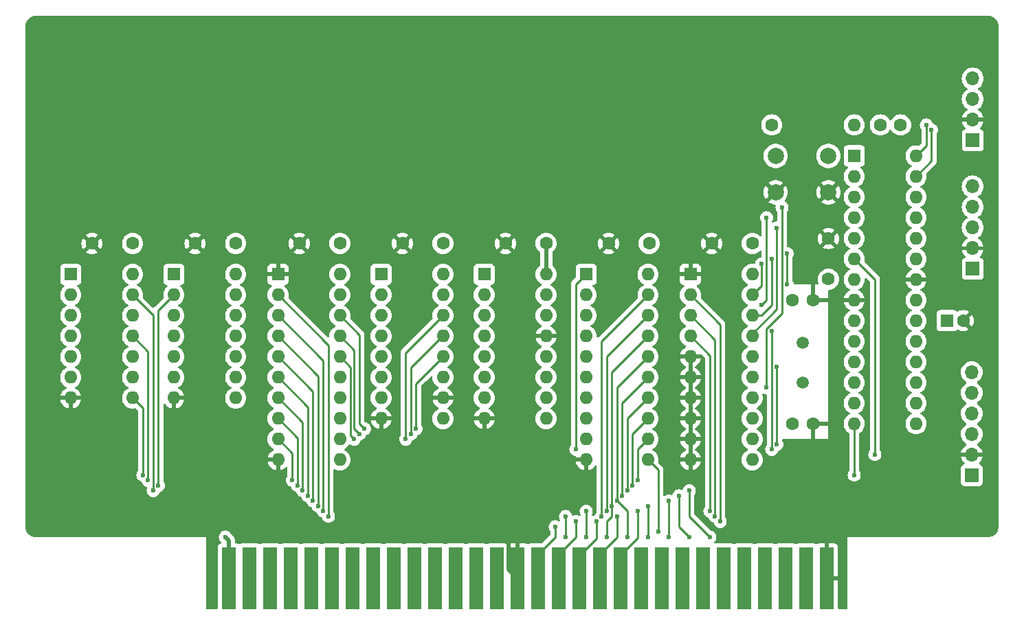
<source format=gbr>
%TF.GenerationSoftware,KiCad,Pcbnew,7.0.9*%
%TF.CreationDate,2023-12-21T22:12:41+08:00*%
%TF.ProjectId,ArduinoMultiInterface,41726475-696e-46f4-9d75-6c7469496e74,rev?*%
%TF.SameCoordinates,Original*%
%TF.FileFunction,Copper,L2,Bot*%
%TF.FilePolarity,Positive*%
%FSLAX46Y46*%
G04 Gerber Fmt 4.6, Leading zero omitted, Abs format (unit mm)*
G04 Created by KiCad (PCBNEW 7.0.9) date 2023-12-21 22:12:41*
%MOMM*%
%LPD*%
G01*
G04 APERTURE LIST*
%TA.AperFunction,ComponentPad*%
%ADD10C,1.600000*%
%TD*%
%TA.AperFunction,ComponentPad*%
%ADD11R,1.700000X1.700000*%
%TD*%
%TA.AperFunction,ComponentPad*%
%ADD12O,1.700000X1.700000*%
%TD*%
%TA.AperFunction,ComponentPad*%
%ADD13R,1.600000X1.600000*%
%TD*%
%TA.AperFunction,ComponentPad*%
%ADD14O,1.600000X1.600000*%
%TD*%
%TA.AperFunction,ConnectorPad*%
%ADD15R,1.780000X7.620000*%
%TD*%
%TA.AperFunction,ComponentPad*%
%ADD16C,1.500000*%
%TD*%
%TA.AperFunction,ComponentPad*%
%ADD17C,2.000000*%
%TD*%
%TA.AperFunction,ViaPad*%
%ADD18C,0.600000*%
%TD*%
%TA.AperFunction,Conductor*%
%ADD19C,0.500000*%
%TD*%
%TA.AperFunction,Conductor*%
%ADD20C,0.250000*%
%TD*%
G04 APERTURE END LIST*
D10*
%TO.P,C9,1*%
%TO.N,+5V*%
X141115000Y-103505000D03*
%TO.P,C9,2*%
%TO.N,GND*%
X136115000Y-103505000D03*
%TD*%
D11*
%TO.P,J3,1,Pin_1*%
%TO.N,+5V*%
X206248000Y-132080000D03*
D12*
%TO.P,J3,2,Pin_2*%
%TO.N,GND*%
X206248000Y-129540000D03*
%TO.P,J3,3,Pin_3*%
%TO.N,SPI_SS*%
X206248000Y-127000000D03*
%TO.P,J3,4,Pin_4*%
%TO.N,SPI_MOSI*%
X206248000Y-124460000D03*
%TO.P,J3,5,Pin_5*%
%TO.N,SPI_MISO*%
X206248000Y-121920000D03*
%TO.P,J3,6,Pin_6*%
%TO.N,SPI_SCK*%
X206248000Y-119380000D03*
%TD*%
D13*
%TO.P,U7,1*%
%TO.N,WE*%
X95250000Y-107315000D03*
D14*
%TO.P,U7,2*%
%TO.N,Net-(U7-Pad2)*%
X95250000Y-109855000D03*
%TO.P,U7,3*%
X95250000Y-112395000D03*
%TO.P,U7,4*%
%TO.N,Net-(U7-Pad4)*%
X95250000Y-114935000D03*
%TO.P,U7,5*%
X95250000Y-117475000D03*
%TO.P,U7,6*%
%TO.N,Net-(U7-Pad6)*%
X95250000Y-120015000D03*
%TO.P,U7,7,GND*%
%TO.N,GND*%
X95250000Y-122555000D03*
%TO.P,U7,8*%
%TO.N,PCINT*%
X102870000Y-122555000D03*
%TO.P,U7,9*%
%TO.N,Net-(U7-Pad6)*%
X102870000Y-120015000D03*
%TO.P,U7,10*%
%TO.N,Net-(U7-Pad10)*%
X102870000Y-117475000D03*
%TO.P,U7,11*%
%TO.N,RW*%
X102870000Y-114935000D03*
%TO.P,U7,12*%
%TO.N,Net-(U7-Pad12)*%
X102870000Y-112395000D03*
%TO.P,U7,13*%
%TO.N,PORT1CSB*%
X102870000Y-109855000D03*
%TO.P,U7,14,VCC*%
%TO.N,+5V*%
X102870000Y-107315000D03*
%TD*%
D13*
%TO.P,U2,1,~{PL}*%
%TO.N,PISO_PL*%
X133495000Y-107315000D03*
D14*
%TO.P,U2,2,CP*%
%TO.N,PS_CLK*%
X133495000Y-109855000D03*
%TO.P,U2,3,D4*%
%TO.N,Net-(U2-D4)*%
X133495000Y-112395000D03*
%TO.P,U2,4,D5*%
%TO.N,Net-(U2-D5)*%
X133495000Y-114935000D03*
%TO.P,U2,5,D6*%
%TO.N,Net-(U2-D6)*%
X133495000Y-117475000D03*
%TO.P,U2,6,D7*%
%TO.N,Net-(U2-D7)*%
X133495000Y-120015000D03*
%TO.P,U2,7,~{Q7}*%
%TO.N,unconnected-(U2-~{Q7}-Pad7)*%
X133495000Y-122555000D03*
%TO.P,U2,8,GND*%
%TO.N,GND*%
X133495000Y-125095000D03*
%TO.P,U2,9,Q7*%
%TO.N,PISO_DL*%
X141115000Y-125095000D03*
%TO.P,U2,10,DS*%
%TO.N,GND*%
X141115000Y-122555000D03*
%TO.P,U2,11,D0*%
%TO.N,Net-(U2-D0)*%
X141115000Y-120015000D03*
%TO.P,U2,12,D1*%
%TO.N,Net-(U2-D1)*%
X141115000Y-117475000D03*
%TO.P,U2,13,D2*%
%TO.N,Net-(U2-D2)*%
X141115000Y-114935000D03*
%TO.P,U2,14,D3*%
%TO.N,Net-(U2-D3)*%
X141115000Y-112395000D03*
%TO.P,U2,15,~{CE}*%
%TO.N,PISO_CE*%
X141115000Y-109855000D03*
%TO.P,U2,16,VCC*%
%TO.N,+5V*%
X141115000Y-107315000D03*
%TD*%
D10*
%TO.P,C3,1*%
%TO.N,XTAL2*%
X184190000Y-125730000D03*
%TO.P,C3,2*%
%TO.N,GND*%
X186690000Y-125730000D03*
%TD*%
%TO.P,C1,1*%
%TO.N,Net-(J4-Pin_5)*%
X197485000Y-88900000D03*
%TO.P,C1,2*%
%TO.N,RESET*%
X194985000Y-88900000D03*
%TD*%
%TO.P,C11,1*%
%TO.N,+5V*%
X166515000Y-103505000D03*
%TO.P,C11,2*%
%TO.N,GND*%
X161515000Y-103505000D03*
%TD*%
%TO.P,C10,1*%
%TO.N,+5V*%
X153815000Y-103505000D03*
%TO.P,C10,2*%
%TO.N,GND*%
X148815000Y-103505000D03*
%TD*%
D13*
%TO.P,U1,1,~{RESET}/PC6*%
%TO.N,RESET*%
X191770000Y-92710000D03*
D14*
%TO.P,U1,2,PD0*%
%TO.N,SER_RX*%
X191770000Y-95250000D03*
%TO.P,U1,3,PD1*%
%TO.N,SER_TX*%
X191770000Y-97790000D03*
%TO.P,U1,4,PD2*%
%TO.N,PISO_CE*%
X191770000Y-100330000D03*
%TO.P,U1,5,PD3*%
%TO.N,PISO_PL*%
X191770000Y-102870000D03*
%TO.P,U1,6,PD4*%
%TO.N,PISO_DL*%
X191770000Y-105410000D03*
%TO.P,U1,7,VCC*%
%TO.N,+5V*%
X191770000Y-107950000D03*
%TO.P,U1,8,GND*%
%TO.N,GND*%
X191770000Y-110490000D03*
%TO.P,U1,9,XTAL1/PB6*%
%TO.N,XTAL1*%
X191770000Y-113030000D03*
%TO.P,U1,10,XTAL2/PB7*%
%TO.N,XTAL2*%
X191770000Y-115570000D03*
%TO.P,U1,11,PD5*%
%TO.N,SIPO_CL*%
X191770000Y-118110000D03*
%TO.P,U1,12,PD6*%
%TO.N,SIPO_PL*%
X191770000Y-120650000D03*
%TO.P,U1,13,PD7*%
%TO.N,SIPO_DL*%
X191770000Y-123190000D03*
%TO.P,U1,14,PB0*%
%TO.N,PCINT*%
X191770000Y-125730000D03*
%TO.P,U1,15,PB1*%
%TO.N,IRQ3B*%
X199390000Y-125730000D03*
%TO.P,U1,16,PB2*%
%TO.N,SPI_SS*%
X199390000Y-123190000D03*
%TO.P,U1,17,PB3*%
%TO.N,SPI_MOSI*%
X199390000Y-120650000D03*
%TO.P,U1,18,PB4*%
%TO.N,SPI_MISO*%
X199390000Y-118110000D03*
%TO.P,U1,19,PB5*%
%TO.N,SPI_SCK*%
X199390000Y-115570000D03*
%TO.P,U1,20,AVCC*%
%TO.N,+5V*%
X199390000Y-113030000D03*
%TO.P,U1,21,AREF*%
%TO.N,unconnected-(U1-AREF-Pad21)*%
X199390000Y-110490000D03*
%TO.P,U1,22,GND*%
%TO.N,GND*%
X199390000Y-107950000D03*
%TO.P,U1,23,PC0*%
%TO.N,SEL0*%
X199390000Y-105410000D03*
%TO.P,U1,24,PC1*%
%TO.N,SEL1*%
X199390000Y-102870000D03*
%TO.P,U1,25,PC2*%
%TO.N,SEL2*%
X199390000Y-100330000D03*
%TO.P,U1,26,PC3*%
%TO.N,PS_CLK*%
X199390000Y-97790000D03*
%TO.P,U1,27,PC4*%
%TO.N,I2C_SDA*%
X199390000Y-95250000D03*
%TO.P,U1,28,PC5*%
%TO.N,I2C_SCL*%
X199390000Y-92710000D03*
%TD*%
D13*
%TO.P,U4,1,OE*%
%TO.N,RE*%
X158750000Y-107315000D03*
D14*
%TO.P,U4,2,D0*%
%TO.N,Net-(U3-QA)*%
X158750000Y-109855000D03*
%TO.P,U4,3,D1*%
%TO.N,Net-(U3-QB)*%
X158750000Y-112395000D03*
%TO.P,U4,4,D2*%
%TO.N,Net-(U3-QC)*%
X158750000Y-114935000D03*
%TO.P,U4,5,D3*%
%TO.N,Net-(U3-QD)*%
X158750000Y-117475000D03*
%TO.P,U4,6,D4*%
%TO.N,Net-(U3-QE)*%
X158750000Y-120015000D03*
%TO.P,U4,7,D5*%
%TO.N,Net-(U3-QF)*%
X158750000Y-122555000D03*
%TO.P,U4,8,D6*%
%TO.N,Net-(U3-QG)*%
X158750000Y-125095000D03*
%TO.P,U4,9,D7*%
%TO.N,Net-(U3-QH)*%
X158750000Y-127635000D03*
%TO.P,U4,10,GND*%
%TO.N,GND*%
X158750000Y-130175000D03*
%TO.P,U4,11,Cp*%
%TO.N,CLOCK*%
X166370000Y-130175000D03*
%TO.P,U4,12,Q7*%
%TO.N,/D7*%
X166370000Y-127635000D03*
%TO.P,U4,13,Q6*%
%TO.N,/D6*%
X166370000Y-125095000D03*
%TO.P,U4,14,Q5*%
%TO.N,/D5*%
X166370000Y-122555000D03*
%TO.P,U4,15,Q4*%
%TO.N,/D4*%
X166370000Y-120015000D03*
%TO.P,U4,16,Q3*%
%TO.N,/D3*%
X166370000Y-117475000D03*
%TO.P,U4,17,Q2*%
%TO.N,/D2*%
X166370000Y-114935000D03*
%TO.P,U4,18,Q1*%
%TO.N,/D1*%
X166370000Y-112395000D03*
%TO.P,U4,19,Q0*%
%TO.N,/D0*%
X166370000Y-109855000D03*
%TO.P,U4,20,VCC*%
%TO.N,+5V*%
X166370000Y-107315000D03*
%TD*%
D10*
%TO.P,C8,1*%
%TO.N,+5V*%
X128415000Y-103505000D03*
%TO.P,C8,2*%
%TO.N,GND*%
X123415000Y-103505000D03*
%TD*%
D13*
%TO.P,U9,1*%
%TO.N,+5V*%
X107950000Y-107315000D03*
D14*
%TO.P,U9,2*%
%TO.N,CLOCK*%
X107950000Y-109855000D03*
%TO.P,U9,3*%
%TO.N,N/C*%
X107950000Y-112395000D03*
%TO.P,U9,4*%
%TO.N,Net-(U7-Pad12)*%
X107950000Y-114935000D03*
%TO.P,U9,5*%
%TO.N,Net-(U7-Pad10)*%
X107950000Y-117475000D03*
%TO.P,U9,6*%
%TO.N,WE*%
X107950000Y-120015000D03*
%TO.P,U9,7,GND*%
%TO.N,GND*%
X107950000Y-122555000D03*
%TO.P,U9,8*%
%TO.N,RE*%
X115570000Y-122555000D03*
%TO.P,U9,9*%
%TO.N,+5V*%
X115570000Y-120015000D03*
%TO.P,U9,10*%
X115570000Y-117475000D03*
%TO.P,U9,11*%
%TO.N,N/C*%
X115570000Y-114935000D03*
%TO.P,U9,12*%
%TO.N,Net-(U7-Pad12)*%
X115570000Y-112395000D03*
%TO.P,U9,13*%
%TO.N,RW*%
X115570000Y-109855000D03*
%TO.P,U9,14,VCC*%
%TO.N,+5V*%
X115570000Y-107315000D03*
%TD*%
D13*
%TO.P,U6,1,OE*%
%TO.N,GND*%
X171595000Y-107315000D03*
D14*
%TO.P,U6,2,D0*%
%TO.N,/A0*%
X171595000Y-109855000D03*
%TO.P,U6,3,D1*%
%TO.N,/A1*%
X171595000Y-112395000D03*
%TO.P,U6,4,D2*%
%TO.N,/A2*%
X171595000Y-114935000D03*
%TO.P,U6,5,D3*%
%TO.N,GND*%
X171595000Y-117475000D03*
%TO.P,U6,6,D4*%
X171595000Y-120015000D03*
%TO.P,U6,7,D5*%
X171595000Y-122555000D03*
%TO.P,U6,8,D6*%
X171595000Y-125095000D03*
%TO.P,U6,9,D7*%
X171595000Y-127635000D03*
%TO.P,U6,10,GND*%
X171595000Y-130175000D03*
%TO.P,U6,11,Cp*%
%TO.N,WE*%
X179215000Y-130175000D03*
%TO.P,U6,12,Q7*%
%TO.N,unconnected-(U6-Q7-Pad12)*%
X179215000Y-127635000D03*
%TO.P,U6,13,Q6*%
%TO.N,unconnected-(U6-Q6-Pad13)*%
X179215000Y-125095000D03*
%TO.P,U6,14,Q5*%
%TO.N,unconnected-(U6-Q5-Pad14)*%
X179215000Y-122555000D03*
%TO.P,U6,15,Q4*%
%TO.N,unconnected-(U6-Q4-Pad15)*%
X179215000Y-120015000D03*
%TO.P,U6,16,Q3*%
%TO.N,unconnected-(U6-Q3-Pad16)*%
X179215000Y-117475000D03*
%TO.P,U6,17,Q2*%
%TO.N,SEL2*%
X179215000Y-114935000D03*
%TO.P,U6,18,Q1*%
%TO.N,SEL1*%
X179215000Y-112395000D03*
%TO.P,U6,19,Q0*%
%TO.N,SEL0*%
X179215000Y-109855000D03*
%TO.P,U6,20,VCC*%
%TO.N,+5V*%
X179215000Y-107315000D03*
%TD*%
D13*
%TO.P,C5,1*%
%TO.N,+5V*%
X203200000Y-113030000D03*
D10*
%TO.P,C5,2*%
%TO.N,GND*%
X205200000Y-113030000D03*
%TD*%
%TO.P,C13,1*%
%TO.N,+5V*%
X188595000Y-107910000D03*
%TO.P,C13,2*%
%TO.N,GND*%
X188595000Y-102910000D03*
%TD*%
D11*
%TO.P,J2,1,Pin_1*%
%TO.N,+5V*%
X206375000Y-90805000D03*
D12*
%TO.P,J2,2,Pin_2*%
%TO.N,GND*%
X206375000Y-88265000D03*
%TO.P,J2,3,Pin_3*%
%TO.N,I2C_SDA*%
X206375000Y-85725000D03*
%TO.P,J2,4,Pin_4*%
%TO.N,I2C_SCL*%
X206375000Y-83185000D03*
%TD*%
D10*
%TO.P,C12,1*%
%TO.N,+5V*%
X179215000Y-103505000D03*
%TO.P,C12,2*%
%TO.N,GND*%
X174215000Y-103505000D03*
%TD*%
D13*
%TO.P,U3,1,QB*%
%TO.N,Net-(U3-QB)*%
X146195000Y-107315000D03*
D14*
%TO.P,U3,2,QC*%
%TO.N,Net-(U3-QC)*%
X146195000Y-109855000D03*
%TO.P,U3,3,QD*%
%TO.N,Net-(U3-QD)*%
X146195000Y-112395000D03*
%TO.P,U3,4,QE*%
%TO.N,Net-(U3-QE)*%
X146195000Y-114935000D03*
%TO.P,U3,5,QF*%
%TO.N,Net-(U3-QF)*%
X146195000Y-117475000D03*
%TO.P,U3,6,QG*%
%TO.N,Net-(U3-QG)*%
X146195000Y-120015000D03*
%TO.P,U3,7,QH*%
%TO.N,Net-(U3-QH)*%
X146195000Y-122555000D03*
%TO.P,U3,8,GND*%
%TO.N,GND*%
X146195000Y-125095000D03*
%TO.P,U3,9,QH'*%
%TO.N,unconnected-(U3-QH'-Pad9)*%
X153815000Y-125095000D03*
%TO.P,U3,10,~{SRCLR}*%
%TO.N,SIPO_CL*%
X153815000Y-122555000D03*
%TO.P,U3,11,SRCLK*%
%TO.N,PS_CLK*%
X153815000Y-120015000D03*
%TO.P,U3,12,RCLK*%
%TO.N,SIPO_PL*%
X153815000Y-117475000D03*
%TO.P,U3,13,~{OE}*%
%TO.N,GND*%
X153815000Y-114935000D03*
%TO.P,U3,14,SER*%
%TO.N,SIPO_DL*%
X153815000Y-112395000D03*
%TO.P,U3,15,QA*%
%TO.N,Net-(U3-QA)*%
X153815000Y-109855000D03*
%TO.P,U3,16,VCC*%
%TO.N,+5V*%
X153815000Y-107315000D03*
%TD*%
D10*
%TO.P,C7,1*%
%TO.N,+5V*%
X115570000Y-103505000D03*
%TO.P,C7,2*%
%TO.N,GND*%
X110570000Y-103505000D03*
%TD*%
%TO.P,C6,1*%
%TO.N,+5V*%
X102870000Y-103505000D03*
%TO.P,C6,2*%
%TO.N,GND*%
X97870000Y-103505000D03*
%TD*%
D15*
%TO.P,J1,1,Pin_1*%
%TO.N,GND*%
X188391800Y-144780000D03*
%TO.P,J1,3,Pin_3*%
%TO.N,unconnected-(J1-Pin_3-Pad3)*%
X185851800Y-144780000D03*
%TO.P,J1,5,Pin_5*%
%TO.N,unconnected-(J1-Pin_5-Pad5)*%
X183311800Y-144780000D03*
%TO.P,J1,7,Pin_7*%
%TO.N,unconnected-(J1-Pin_7-Pad7)*%
X180771800Y-144780000D03*
%TO.P,J1,9,Pin_9*%
%TO.N,unconnected-(J1-Pin_9-Pad9)*%
X178231800Y-144780000D03*
%TO.P,J1,11,Pin_11*%
%TO.N,unconnected-(J1-Pin_11-Pad11)*%
X175691800Y-144780000D03*
%TO.P,J1,13,Pin_13*%
%TO.N,unconnected-(J1-Pin_13-Pad13)*%
X173151800Y-144780000D03*
%TO.P,J1,15,Pin_15*%
%TO.N,unconnected-(J1-Pin_15-Pad15)*%
X170611800Y-144780000D03*
%TO.P,J1,17,Pin_17*%
%TO.N,unconnected-(J1-Pin_17-Pad17)*%
X168071800Y-144780000D03*
%TO.P,J1,19,Pin_19*%
%TO.N,unconnected-(J1-Pin_19-Pad19)*%
X165531800Y-144780000D03*
%TO.P,J1,21,Pin_21*%
%TO.N,/A2*%
X162991800Y-144780000D03*
%TO.P,J1,23,Pin_23*%
%TO.N,/A1*%
X160451800Y-144780000D03*
%TO.P,J1,25,Pin_25*%
%TO.N,/A0*%
X157911800Y-144780000D03*
%TO.P,J1,27,Pin_27*%
%TO.N,RW*%
X155371800Y-144780000D03*
%TO.P,J1,29,Pin_29*%
%TO.N,IRQ3B*%
X152831800Y-144780000D03*
%TO.P,J1,31,Pin_31*%
%TO.N,GND*%
X150291800Y-144780000D03*
%TO.P,J1,33,Pin_33*%
%TO.N,unconnected-(J1-Pin_33-Pad33)*%
X147751800Y-144780000D03*
%TO.P,J1,35,Pin_35*%
%TO.N,unconnected-(J1-Pin_35-Pad35)*%
X145211800Y-144780000D03*
%TO.P,J1,37,Pin_37*%
%TO.N,unconnected-(J1-Pin_37-Pad37)*%
X142671800Y-144780000D03*
%TO.P,J1,39,Pin_39*%
%TO.N,unconnected-(J1-Pin_39-Pad39)*%
X140131800Y-144780000D03*
%TO.P,J1,41,Pin_41*%
%TO.N,unconnected-(J1-Pin_41-Pad41)*%
X137591800Y-144780000D03*
%TO.P,J1,43,Pin_43*%
%TO.N,unconnected-(J1-Pin_43-Pad43)*%
X135051800Y-144780000D03*
%TO.P,J1,45,Pin_45*%
%TO.N,unconnected-(J1-Pin_45-Pad45)*%
X132511800Y-144780000D03*
%TO.P,J1,47,Pin_47*%
%TO.N,unconnected-(J1-Pin_47-Pad47)*%
X129971800Y-144780000D03*
%TO.P,J1,49,Pin_49*%
%TO.N,unconnected-(J1-Pin_49-Pad49)*%
X127431800Y-144780000D03*
%TO.P,J1,51,Pin_51*%
%TO.N,unconnected-(J1-Pin_51-Pad51)*%
X124891800Y-144780000D03*
%TO.P,J1,53,Pin_53*%
%TO.N,unconnected-(J1-Pin_53-Pad53)*%
X122351800Y-144780000D03*
%TO.P,J1,55,Pin_55*%
%TO.N,unconnected-(J1-Pin_55-Pad55)*%
X119811800Y-144780000D03*
%TO.P,J1,57,Pin_57*%
%TO.N,unconnected-(J1-Pin_57-Pad57)*%
X117271800Y-144780000D03*
%TO.P,J1,59,Pin_59*%
%TO.N,+5V*%
X114731800Y-144780000D03*
%TD*%
D16*
%TO.P,Y1,1,1*%
%TO.N,XTAL1*%
X185420000Y-115750000D03*
%TO.P,Y1,2,2*%
%TO.N,XTAL2*%
X185420000Y-120650000D03*
%TD*%
D17*
%TO.P,SW1,1,1*%
%TO.N,GND*%
X188595000Y-97210000D03*
X182095000Y-97210000D03*
%TO.P,SW1,2,2*%
%TO.N,RESET*%
X188595000Y-92710000D03*
X182095000Y-92710000D03*
%TD*%
D10*
%TO.P,C2,1*%
%TO.N,XTAL1*%
X184190000Y-110490000D03*
%TO.P,C2,2*%
%TO.N,GND*%
X186690000Y-110490000D03*
%TD*%
%TO.P,R1,1*%
%TO.N,+5V*%
X181610000Y-88900000D03*
D14*
%TO.P,R1,2*%
%TO.N,RESET*%
X191770000Y-88900000D03*
%TD*%
D13*
%TO.P,U5,1,OE*%
%TO.N,GND*%
X120795000Y-107315000D03*
D14*
%TO.P,U5,2,D0*%
%TO.N,/D0*%
X120795000Y-109855000D03*
%TO.P,U5,3,D1*%
%TO.N,/D1*%
X120795000Y-112395000D03*
%TO.P,U5,4,D2*%
%TO.N,/D2*%
X120795000Y-114935000D03*
%TO.P,U5,5,D3*%
%TO.N,/D3*%
X120795000Y-117475000D03*
%TO.P,U5,6,D4*%
%TO.N,/D4*%
X120795000Y-120015000D03*
%TO.P,U5,7,D5*%
%TO.N,/D5*%
X120795000Y-122555000D03*
%TO.P,U5,8,D6*%
%TO.N,/D6*%
X120795000Y-125095000D03*
%TO.P,U5,9,D7*%
%TO.N,/D7*%
X120795000Y-127635000D03*
%TO.P,U5,10,GND*%
%TO.N,GND*%
X120795000Y-130175000D03*
%TO.P,U5,11,Cp*%
%TO.N,WE*%
X128415000Y-130175000D03*
%TO.P,U5,12,Q7*%
%TO.N,Net-(U2-D7)*%
X128415000Y-127635000D03*
%TO.P,U5,13,Q6*%
%TO.N,Net-(U2-D6)*%
X128415000Y-125095000D03*
%TO.P,U5,14,Q5*%
%TO.N,Net-(U2-D5)*%
X128415000Y-122555000D03*
%TO.P,U5,15,Q4*%
%TO.N,Net-(U2-D4)*%
X128415000Y-120015000D03*
%TO.P,U5,16,Q3*%
%TO.N,Net-(U2-D3)*%
X128415000Y-117475000D03*
%TO.P,U5,17,Q2*%
%TO.N,Net-(U2-D2)*%
X128415000Y-114935000D03*
%TO.P,U5,18,Q1*%
%TO.N,Net-(U2-D1)*%
X128415000Y-112395000D03*
%TO.P,U5,19,Q0*%
%TO.N,Net-(U2-D0)*%
X128415000Y-109855000D03*
%TO.P,U5,20,VCC*%
%TO.N,+5V*%
X128415000Y-107315000D03*
%TD*%
D11*
%TO.P,J4,1,Pin_1*%
%TO.N,+5V*%
X206375000Y-106650000D03*
D12*
%TO.P,J4,2,Pin_2*%
%TO.N,GND*%
X206375000Y-104110000D03*
%TO.P,J4,3,Pin_3*%
%TO.N,SER_TX*%
X206375000Y-101570000D03*
%TO.P,J4,4,Pin_4*%
%TO.N,SER_RX*%
X206375000Y-99030000D03*
%TO.P,J4,5,Pin_5*%
%TO.N,Net-(J4-Pin_5)*%
X206375000Y-96490000D03*
%TD*%
D18*
%TO.N,+5V*%
X114300000Y-139700000D03*
%TO.N,CLOCK*%
X167640000Y-139055000D03*
X106045000Y-133350000D03*
%TO.N,/D7*%
X122555000Y-132715000D03*
X171450000Y-133985000D03*
X165100000Y-132715000D03*
X173990000Y-139700000D03*
%TO.N,/D6*%
X170180000Y-134620000D03*
X123190000Y-133350000D03*
X164465000Y-133350000D03*
X171450000Y-139700000D03*
%TO.N,/D5*%
X123825000Y-133985000D03*
X168910000Y-139700000D03*
X163830000Y-133985000D03*
X168910000Y-135255000D03*
%TO.N,/D4*%
X163195000Y-134620000D03*
X166370000Y-139700000D03*
X124460000Y-134620000D03*
X166370000Y-135890000D03*
%TO.N,/A2*%
X165100000Y-136525000D03*
X173990000Y-136525000D03*
%TO.N,/D3*%
X162560000Y-135255000D03*
X163830000Y-139700000D03*
X125095000Y-135255000D03*
%TO.N,/A1*%
X162560000Y-137160000D03*
X174625000Y-137160000D03*
%TO.N,/D2*%
X161925000Y-135890000D03*
X161290000Y-139700000D03*
X125730000Y-135890000D03*
%TO.N,/A0*%
X175260000Y-137795000D03*
X160020000Y-137795000D03*
%TO.N,/D1*%
X161290000Y-136525000D03*
X126365000Y-136525000D03*
X158750000Y-139700000D03*
X158750000Y-136525000D03*
%TO.N,RW*%
X104775000Y-132715000D03*
X157480000Y-137795000D03*
%TO.N,/D0*%
X127000000Y-137160000D03*
X156210000Y-139700000D03*
X160655000Y-137160000D03*
X156210000Y-137160000D03*
%TO.N,IRQ3B*%
X154940000Y-138430000D03*
%TO.N,PORT1CSB*%
X105410000Y-133985000D03*
%TO.N,I2C_SDA*%
X201295000Y-89535000D03*
%TO.N,I2C_SCL*%
X200660000Y-88900000D03*
%TO.N,PISO_CE*%
X180975000Y-100330000D03*
X180340000Y-111125000D03*
%TO.N,PISO_PL*%
X183515000Y-108585000D03*
X183515000Y-104775000D03*
%TO.N,PISO_DL*%
X194310000Y-129540000D03*
%TO.N,SIPO_PL*%
X182245000Y-118745000D03*
X182245000Y-128270000D03*
%TO.N,SIPO_DL*%
X181610000Y-128905000D03*
X181610000Y-114300000D03*
%TO.N,PCINT*%
X191770000Y-132080000D03*
X104140000Y-132080000D03*
%TO.N,SEL0*%
X180340000Y-106045000D03*
%TO.N,SEL1*%
X181610000Y-105410000D03*
%TO.N,SEL2*%
X182245000Y-101600000D03*
%TO.N,PS_CLK*%
X180975000Y-121285000D03*
X182880000Y-99060000D03*
%TO.N,Net-(U2-D1)*%
X131445000Y-126365000D03*
X137795000Y-126365000D03*
%TO.N,Net-(U2-D2)*%
X137160000Y-127000000D03*
X130810000Y-127000000D03*
%TO.N,Net-(U2-D3)*%
X136525000Y-127635000D03*
X130175000Y-127635000D03*
%TO.N,RE*%
X157480000Y-128905000D03*
%TD*%
D19*
%TO.N,GND*%
X149225000Y-143713200D02*
X149225000Y-140335000D01*
X186690000Y-125730000D02*
X189865000Y-125730000D01*
X150291800Y-144780000D02*
X149225000Y-143713200D01*
X186690000Y-110490000D02*
X186690000Y-107950000D01*
X186690000Y-125730000D02*
X186690000Y-128270000D01*
X186690000Y-110490000D02*
X191770000Y-110490000D01*
%TO.N,+5V*%
X114731800Y-140131800D02*
X114731800Y-144780000D01*
X114300000Y-139700000D02*
X114731800Y-140131800D01*
X153815000Y-103505000D02*
X153815000Y-107315000D01*
D20*
%TO.N,CLOCK*%
X106045000Y-133350000D02*
X106045000Y-111760000D01*
X167640000Y-139055000D02*
X167640000Y-131445000D01*
X167640000Y-131445000D02*
X166370000Y-130175000D01*
X106045000Y-111760000D02*
X107950000Y-109855000D01*
%TO.N,/D7*%
X171450000Y-137160000D02*
X173990000Y-139700000D01*
X122555000Y-132715000D02*
X122555000Y-129395000D01*
X171450000Y-133985000D02*
X171450000Y-137160000D01*
X165100000Y-128905000D02*
X165100000Y-132715000D01*
X166370000Y-127635000D02*
X165100000Y-128905000D01*
X122555000Y-129395000D02*
X120795000Y-127635000D01*
%TO.N,/D6*%
X123190000Y-127490000D02*
X120795000Y-125095000D01*
X123190000Y-133350000D02*
X123190000Y-127490000D01*
X170180000Y-138430000D02*
X171450000Y-139700000D01*
X170180000Y-134620000D02*
X170180000Y-138430000D01*
X164465000Y-127000000D02*
X166370000Y-125095000D01*
X164465000Y-127000000D02*
X164465000Y-133350000D01*
%TO.N,/D5*%
X163830000Y-125095000D02*
X166370000Y-122555000D01*
X168910000Y-139700000D02*
X168910000Y-135255000D01*
X123825000Y-125585000D02*
X120795000Y-122555000D01*
X163830000Y-125095000D02*
X163830000Y-133985000D01*
X123825000Y-133985000D02*
X123825000Y-125585000D01*
%TO.N,/D4*%
X166370000Y-135890000D02*
X166370000Y-139700000D01*
X124460000Y-123680000D02*
X120795000Y-120015000D01*
X124460000Y-134620000D02*
X124460000Y-123680000D01*
X163195000Y-123190000D02*
X163195000Y-134620000D01*
X166370000Y-120015000D02*
X163195000Y-123190000D01*
%TO.N,/A2*%
X165100000Y-139824442D02*
X162991800Y-141932642D01*
X173990000Y-117330000D02*
X171595000Y-114935000D01*
X173990000Y-136525000D02*
X173990000Y-117330000D01*
X165100000Y-136525000D02*
X165100000Y-139824442D01*
%TO.N,/D3*%
X162560000Y-135255000D02*
X163830000Y-136525000D01*
X125095000Y-121775000D02*
X120795000Y-117475000D01*
X162560000Y-121285000D02*
X162560000Y-135255000D01*
X166370000Y-117475000D02*
X162560000Y-121285000D01*
X125095000Y-135255000D02*
X125095000Y-121775000D01*
X163830000Y-136525000D02*
X163830000Y-139700000D01*
%TO.N,/A1*%
X162560000Y-137160000D02*
X162560000Y-139700000D01*
X174625000Y-137160000D02*
X174625000Y-115425000D01*
X174625000Y-115425000D02*
X171595000Y-112395000D01*
X162560000Y-139700000D02*
X160451800Y-141808200D01*
%TO.N,/D2*%
X161925000Y-135890000D02*
X161925000Y-137160000D01*
X161290000Y-137795000D02*
X161290000Y-139700000D01*
X161925000Y-135890000D02*
X161925000Y-119380000D01*
X161925000Y-119380000D02*
X166370000Y-114935000D01*
X125730000Y-135890000D02*
X125730000Y-119870000D01*
X161925000Y-137160000D02*
X161290000Y-137795000D01*
X125730000Y-119870000D02*
X120795000Y-114935000D01*
%TO.N,/A0*%
X160020000Y-139861800D02*
X157911800Y-141970000D01*
X175260000Y-113520000D02*
X171595000Y-109855000D01*
X175260000Y-137795000D02*
X175260000Y-113520000D01*
X160020000Y-137795000D02*
X160020000Y-139861800D01*
%TO.N,/D1*%
X161290000Y-117475000D02*
X166370000Y-112395000D01*
X161290000Y-136525000D02*
X161290000Y-117475000D01*
X126365000Y-136525000D02*
X126365000Y-117965000D01*
X126365000Y-117965000D02*
X120795000Y-112395000D01*
X158750000Y-139700000D02*
X158750000Y-136525000D01*
%TO.N,RW*%
X157480000Y-139700000D02*
X155371800Y-141808200D01*
X104775000Y-116840000D02*
X102870000Y-114935000D01*
X157480000Y-137795000D02*
X157480000Y-139700000D01*
X104775000Y-132715000D02*
X104775000Y-116840000D01*
%TO.N,/D0*%
X156210000Y-139700000D02*
X156210000Y-137160000D01*
X127000000Y-137160000D02*
X127000000Y-116060000D01*
X160655000Y-137160000D02*
X160655000Y-115570000D01*
X160655000Y-115570000D02*
X166370000Y-109855000D01*
X127000000Y-116060000D02*
X120795000Y-109855000D01*
%TO.N,IRQ3B*%
X154940000Y-138430000D02*
X154940000Y-139700000D01*
X154940000Y-139700000D02*
X152831800Y-141808200D01*
%TO.N,PORT1CSB*%
X105410000Y-133985000D02*
X105410000Y-112395000D01*
X105410000Y-112395000D02*
X102870000Y-109855000D01*
%TO.N,I2C_SDA*%
X201295000Y-93345000D02*
X199390000Y-95250000D01*
X201295000Y-89535000D02*
X201295000Y-93345000D01*
%TO.N,I2C_SCL*%
X199390000Y-92710000D02*
X200660000Y-91440000D01*
X200660000Y-91440000D02*
X200660000Y-88900000D01*
%TO.N,PISO_CE*%
X180975000Y-110490000D02*
X180975000Y-100330000D01*
X180340000Y-111125000D02*
X180975000Y-110490000D01*
%TO.N,PISO_PL*%
X183515000Y-104775000D02*
X183515000Y-108585000D01*
%TO.N,PISO_DL*%
X194310000Y-107950000D02*
X191770000Y-105410000D01*
X194310000Y-129540000D02*
X194310000Y-107950000D01*
%TO.N,SIPO_PL*%
X182245000Y-118745000D02*
X182245000Y-128270000D01*
%TO.N,SIPO_DL*%
X181610000Y-128905000D02*
X181610000Y-114300000D01*
%TO.N,PCINT*%
X104140000Y-132080000D02*
X104140000Y-123825000D01*
X191770000Y-125730000D02*
X191770000Y-132080000D01*
X104140000Y-123825000D02*
X102870000Y-122555000D01*
%TO.N,SEL0*%
X180340000Y-108730000D02*
X179215000Y-109855000D01*
X180340000Y-106045000D02*
X180340000Y-108730000D01*
%TO.N,SEL1*%
X180340000Y-112395000D02*
X179215000Y-112395000D01*
X181610000Y-111125000D02*
X180340000Y-112395000D01*
X181610000Y-105410000D02*
X181610000Y-111125000D01*
%TO.N,SEL2*%
X182245000Y-101600000D02*
X182245000Y-111600552D01*
X182245000Y-111600552D02*
X179215000Y-114630552D01*
%TO.N,PS_CLK*%
X182880000Y-99060000D02*
X182880000Y-112117187D01*
X182880000Y-112117187D02*
X180975000Y-114022187D01*
X180975000Y-114022187D02*
X180975000Y-121285000D01*
%TO.N,Net-(U2-D1)*%
X131445000Y-126365000D02*
X130810000Y-125730000D01*
X130810000Y-114790000D02*
X128415000Y-112395000D01*
X137795000Y-126365000D02*
X137795000Y-120795000D01*
X137795000Y-120795000D02*
X141115000Y-117475000D01*
X130810000Y-125730000D02*
X130810000Y-114790000D01*
%TO.N,Net-(U2-D2)*%
X130175000Y-126365000D02*
X130175000Y-116695000D01*
X130175000Y-116695000D02*
X128415000Y-114935000D01*
X137160000Y-127000000D02*
X137160000Y-118817500D01*
X130810000Y-127000000D02*
X130175000Y-126365000D01*
X137160000Y-118817500D02*
X141042500Y-114935000D01*
%TO.N,Net-(U2-D3)*%
X136525000Y-116985000D02*
X141115000Y-112395000D01*
X129725000Y-127185000D02*
X130175000Y-127635000D01*
X129725000Y-118785000D02*
X129725000Y-127185000D01*
X136525000Y-127635000D02*
X136525000Y-116985000D01*
X128415000Y-117475000D02*
X129725000Y-118785000D01*
%TO.N,RE*%
X157480000Y-108585000D02*
X157480000Y-128905000D01*
X158750000Y-107315000D02*
X157480000Y-108585000D01*
%TD*%
%TA.AperFunction,Conductor*%
%TO.N,GND*%
G36*
X171845000Y-129859314D02*
G01*
X171833045Y-129847359D01*
X171720148Y-129789835D01*
X171626481Y-129775000D01*
X171563519Y-129775000D01*
X171469852Y-129789835D01*
X171356955Y-129847359D01*
X171345000Y-129859314D01*
X171345000Y-127950686D01*
X171356955Y-127962641D01*
X171469852Y-128020165D01*
X171563519Y-128035000D01*
X171626481Y-128035000D01*
X171720148Y-128020165D01*
X171833045Y-127962641D01*
X171845000Y-127950686D01*
X171845000Y-129859314D01*
G37*
%TD.AperFunction*%
%TA.AperFunction,Conductor*%
G36*
X171845000Y-127319314D02*
G01*
X171833045Y-127307359D01*
X171720148Y-127249835D01*
X171626481Y-127235000D01*
X171563519Y-127235000D01*
X171469852Y-127249835D01*
X171356955Y-127307359D01*
X171345000Y-127319314D01*
X171345000Y-125410686D01*
X171356955Y-125422641D01*
X171469852Y-125480165D01*
X171563519Y-125495000D01*
X171626481Y-125495000D01*
X171720148Y-125480165D01*
X171833045Y-125422641D01*
X171845000Y-125410686D01*
X171845000Y-127319314D01*
G37*
%TD.AperFunction*%
%TA.AperFunction,Conductor*%
G36*
X171845000Y-124779314D02*
G01*
X171833045Y-124767359D01*
X171720148Y-124709835D01*
X171626481Y-124695000D01*
X171563519Y-124695000D01*
X171469852Y-124709835D01*
X171356955Y-124767359D01*
X171345000Y-124779314D01*
X171345000Y-122870686D01*
X171356955Y-122882641D01*
X171469852Y-122940165D01*
X171563519Y-122955000D01*
X171626481Y-122955000D01*
X171720148Y-122940165D01*
X171833045Y-122882641D01*
X171845000Y-122870686D01*
X171845000Y-124779314D01*
G37*
%TD.AperFunction*%
%TA.AperFunction,Conductor*%
G36*
X171845000Y-122239314D02*
G01*
X171833045Y-122227359D01*
X171720148Y-122169835D01*
X171626481Y-122155000D01*
X171563519Y-122155000D01*
X171469852Y-122169835D01*
X171356955Y-122227359D01*
X171345000Y-122239314D01*
X171345000Y-120330686D01*
X171356955Y-120342641D01*
X171469852Y-120400165D01*
X171563519Y-120415000D01*
X171626481Y-120415000D01*
X171720148Y-120400165D01*
X171833045Y-120342641D01*
X171845000Y-120330686D01*
X171845000Y-122239314D01*
G37*
%TD.AperFunction*%
%TA.AperFunction,Conductor*%
G36*
X171845000Y-119699314D02*
G01*
X171833045Y-119687359D01*
X171720148Y-119629835D01*
X171626481Y-119615000D01*
X171563519Y-119615000D01*
X171469852Y-119629835D01*
X171356955Y-119687359D01*
X171345000Y-119699314D01*
X171345000Y-117790686D01*
X171356955Y-117802641D01*
X171469852Y-117860165D01*
X171563519Y-117875000D01*
X171626481Y-117875000D01*
X171720148Y-117860165D01*
X171833045Y-117802641D01*
X171845000Y-117790686D01*
X171845000Y-119699314D01*
G37*
%TD.AperFunction*%
%TA.AperFunction,Conductor*%
G36*
X208228140Y-75438501D02*
G01*
X208277560Y-75438501D01*
X208282426Y-75438692D01*
X208336947Y-75442983D01*
X208345720Y-75443750D01*
X208477574Y-75455285D01*
X208495684Y-75458234D01*
X208576041Y-75477526D01*
X208686707Y-75507179D01*
X208694396Y-75509789D01*
X208780980Y-75545654D01*
X208879942Y-75591801D01*
X208886139Y-75595130D01*
X208966785Y-75644550D01*
X208969953Y-75646627D01*
X209008978Y-75673952D01*
X209056590Y-75707290D01*
X209061290Y-75710930D01*
X209133837Y-75772891D01*
X209137413Y-75776197D01*
X209211801Y-75850585D01*
X209215107Y-75854161D01*
X209277068Y-75926708D01*
X209280712Y-75931414D01*
X209341371Y-76018045D01*
X209343448Y-76021213D01*
X209392868Y-76101859D01*
X209396197Y-76108056D01*
X209442345Y-76207019D01*
X209478209Y-76293603D01*
X209480819Y-76301290D01*
X209510474Y-76411962D01*
X209529761Y-76492298D01*
X209532715Y-76510437D01*
X209545010Y-76650966D01*
X209549309Y-76705584D01*
X209549500Y-76710450D01*
X209549500Y-138427558D01*
X209549309Y-138432424D01*
X209545020Y-138486916D01*
X209532714Y-138627569D01*
X209529760Y-138645707D01*
X209510485Y-138725997D01*
X209480817Y-138836714D01*
X209478208Y-138844399D01*
X209442358Y-138930956D01*
X209396192Y-139029956D01*
X209392862Y-139036153D01*
X209343462Y-139116767D01*
X209341385Y-139119934D01*
X209280707Y-139206592D01*
X209277062Y-139211300D01*
X209215118Y-139283827D01*
X209211812Y-139287403D01*
X209137403Y-139361812D01*
X209133827Y-139365118D01*
X209061300Y-139427062D01*
X209056592Y-139430707D01*
X208969934Y-139491385D01*
X208966767Y-139493462D01*
X208886153Y-139542862D01*
X208879956Y-139546192D01*
X208780956Y-139592358D01*
X208694399Y-139628208D01*
X208686714Y-139630817D01*
X208575997Y-139660485D01*
X208495707Y-139679760D01*
X208477569Y-139682714D01*
X208336916Y-139695020D01*
X208282425Y-139699309D01*
X208277559Y-139699500D01*
X190956560Y-139699500D01*
X190956354Y-139699459D01*
X190931800Y-139699459D01*
X190931701Y-139699500D01*
X190931417Y-139699616D01*
X190931415Y-139699618D01*
X190931259Y-139699999D01*
X190931276Y-139724616D01*
X190931271Y-139724616D01*
X190931300Y-139724759D01*
X190931300Y-148466000D01*
X190911615Y-148533039D01*
X190858811Y-148578794D01*
X190807300Y-148590000D01*
X189905800Y-148590000D01*
X189838761Y-148570315D01*
X189793006Y-148517511D01*
X189781800Y-148466000D01*
X189781800Y-145030000D01*
X188265800Y-145030000D01*
X188198761Y-145010315D01*
X188153006Y-144957511D01*
X188141800Y-144906000D01*
X188141800Y-140470000D01*
X188641800Y-140470000D01*
X188641800Y-144530000D01*
X189781800Y-144530000D01*
X189781800Y-140922172D01*
X189781799Y-140922155D01*
X189775398Y-140862627D01*
X189775396Y-140862620D01*
X189725154Y-140727913D01*
X189725150Y-140727906D01*
X189638990Y-140612812D01*
X189638987Y-140612809D01*
X189523893Y-140526649D01*
X189523886Y-140526645D01*
X189389179Y-140476403D01*
X189389172Y-140476401D01*
X189329644Y-140470000D01*
X188641800Y-140470000D01*
X188141800Y-140470000D01*
X187453955Y-140470000D01*
X187394427Y-140476401D01*
X187394420Y-140476403D01*
X187259713Y-140526645D01*
X187259707Y-140526649D01*
X187196526Y-140573946D01*
X187131062Y-140598363D01*
X187062789Y-140583511D01*
X187047906Y-140573946D01*
X186984131Y-140526204D01*
X186984128Y-140526202D01*
X186849282Y-140475908D01*
X186849283Y-140475908D01*
X186789683Y-140469501D01*
X186789681Y-140469500D01*
X186789673Y-140469500D01*
X186789664Y-140469500D01*
X184913929Y-140469500D01*
X184913923Y-140469501D01*
X184854316Y-140475908D01*
X184719471Y-140526202D01*
X184719469Y-140526203D01*
X184656111Y-140573634D01*
X184590647Y-140598051D01*
X184522374Y-140583200D01*
X184507489Y-140573634D01*
X184444130Y-140526203D01*
X184444128Y-140526202D01*
X184309282Y-140475908D01*
X184309283Y-140475908D01*
X184249683Y-140469501D01*
X184249681Y-140469500D01*
X184249673Y-140469500D01*
X184249664Y-140469500D01*
X182373929Y-140469500D01*
X182373923Y-140469501D01*
X182314316Y-140475908D01*
X182179471Y-140526202D01*
X182179469Y-140526203D01*
X182116111Y-140573634D01*
X182050647Y-140598051D01*
X181982374Y-140583200D01*
X181967489Y-140573634D01*
X181904130Y-140526203D01*
X181904128Y-140526202D01*
X181769282Y-140475908D01*
X181769283Y-140475908D01*
X181709683Y-140469501D01*
X181709681Y-140469500D01*
X181709673Y-140469500D01*
X181709664Y-140469500D01*
X179833929Y-140469500D01*
X179833923Y-140469501D01*
X179774316Y-140475908D01*
X179639471Y-140526202D01*
X179639469Y-140526203D01*
X179576111Y-140573634D01*
X179510647Y-140598051D01*
X179442374Y-140583200D01*
X179427489Y-140573634D01*
X179364130Y-140526203D01*
X179364128Y-140526202D01*
X179229282Y-140475908D01*
X179229283Y-140475908D01*
X179169683Y-140469501D01*
X179169681Y-140469500D01*
X179169673Y-140469500D01*
X179169664Y-140469500D01*
X177293929Y-140469500D01*
X177293923Y-140469501D01*
X177234316Y-140475908D01*
X177099471Y-140526202D01*
X177099469Y-140526203D01*
X177036111Y-140573634D01*
X176970647Y-140598051D01*
X176902374Y-140583200D01*
X176887489Y-140573634D01*
X176824130Y-140526203D01*
X176824128Y-140526202D01*
X176689282Y-140475908D01*
X176689283Y-140475908D01*
X176629683Y-140469501D01*
X176629681Y-140469500D01*
X176629673Y-140469500D01*
X176629664Y-140469500D01*
X174753929Y-140469500D01*
X174753923Y-140469501D01*
X174694315Y-140475909D01*
X174673149Y-140483803D01*
X174603457Y-140488785D01*
X174542135Y-140455299D01*
X174508652Y-140393975D01*
X174513639Y-140324283D01*
X174542134Y-140279943D01*
X174619816Y-140202262D01*
X174715789Y-140049522D01*
X174775368Y-139879255D01*
X174776064Y-139873077D01*
X174795565Y-139700003D01*
X174795565Y-139699996D01*
X174775369Y-139520750D01*
X174775368Y-139520745D01*
X174743862Y-139430707D01*
X174715789Y-139350478D01*
X174619816Y-139197738D01*
X174492262Y-139070184D01*
X174390657Y-139006341D01*
X174339521Y-138974210D01*
X174169249Y-138914630D01*
X174122174Y-138909326D01*
X174057760Y-138882259D01*
X174048378Y-138873787D01*
X172111819Y-136937228D01*
X172078334Y-136875905D01*
X172075500Y-136849547D01*
X172075500Y-134529854D01*
X172094507Y-134463881D01*
X172109045Y-134440745D01*
X172175789Y-134334522D01*
X172235368Y-134164255D01*
X172235413Y-134163855D01*
X172255565Y-133985003D01*
X172255565Y-133984996D01*
X172235369Y-133805750D01*
X172235368Y-133805745D01*
X172198199Y-133699522D01*
X172175789Y-133635478D01*
X172079816Y-133482738D01*
X171952262Y-133355184D01*
X171799523Y-133259211D01*
X171629254Y-133199631D01*
X171629249Y-133199630D01*
X171450004Y-133179435D01*
X171449996Y-133179435D01*
X171270750Y-133199630D01*
X171270745Y-133199631D01*
X171100476Y-133259211D01*
X170947737Y-133355184D01*
X170820184Y-133482737D01*
X170724210Y-133635478D01*
X170663270Y-133809638D01*
X170622548Y-133866414D01*
X170557596Y-133892162D01*
X170505273Y-133885726D01*
X170359254Y-133834631D01*
X170359249Y-133834630D01*
X170180004Y-133814435D01*
X170179996Y-133814435D01*
X170000750Y-133834630D01*
X170000745Y-133834631D01*
X169830476Y-133894211D01*
X169677737Y-133990184D01*
X169550184Y-134117737D01*
X169454210Y-134270478D01*
X169393270Y-134444638D01*
X169352548Y-134501414D01*
X169287596Y-134527162D01*
X169235273Y-134520726D01*
X169089254Y-134469631D01*
X169089249Y-134469630D01*
X168910004Y-134449435D01*
X168909996Y-134449435D01*
X168730750Y-134469630D01*
X168730745Y-134469631D01*
X168560476Y-134529211D01*
X168455472Y-134595190D01*
X168388235Y-134614190D01*
X168321400Y-134593822D01*
X168276186Y-134540554D01*
X168265500Y-134490196D01*
X168265500Y-131527737D01*
X168267224Y-131512123D01*
X168266938Y-131512096D01*
X168267672Y-131504333D01*
X168265500Y-131435203D01*
X168265500Y-131405651D01*
X168265500Y-131405650D01*
X168264629Y-131398759D01*
X168264172Y-131392945D01*
X168262709Y-131346372D01*
X168257122Y-131327144D01*
X168253174Y-131308084D01*
X168252856Y-131305567D01*
X168250664Y-131288208D01*
X168233507Y-131244875D01*
X168231619Y-131239359D01*
X168218619Y-131194612D01*
X168208418Y-131177363D01*
X168199860Y-131159894D01*
X168192486Y-131141268D01*
X168192483Y-131141264D01*
X168192483Y-131141263D01*
X168165098Y-131103571D01*
X168161890Y-131098687D01*
X168138172Y-131058582D01*
X168138163Y-131058571D01*
X168124005Y-131044413D01*
X168111370Y-131029620D01*
X168100121Y-131014139D01*
X168099594Y-131013413D01*
X168099593Y-131013412D01*
X168063693Y-130983713D01*
X168059381Y-130979790D01*
X167669413Y-130589822D01*
X167635928Y-130528499D01*
X167637319Y-130470048D01*
X167655635Y-130401692D01*
X167675468Y-130175000D01*
X167675014Y-130169816D01*
X167663657Y-130040000D01*
X167655635Y-129948308D01*
X167596739Y-129728504D01*
X167500568Y-129522266D01*
X167374735Y-129342556D01*
X167370045Y-129335858D01*
X167209141Y-129174954D01*
X167022734Y-129044432D01*
X167022728Y-129044429D01*
X166964725Y-129017382D01*
X166912285Y-128971210D01*
X166893133Y-128904017D01*
X166913348Y-128837135D01*
X166964725Y-128792618D01*
X167022734Y-128765568D01*
X167209139Y-128635047D01*
X167370047Y-128474139D01*
X167500568Y-128287734D01*
X167596739Y-128081496D01*
X167655635Y-127861692D01*
X167675468Y-127635000D01*
X167675014Y-127629816D01*
X167659832Y-127456281D01*
X167655635Y-127408308D01*
X167596739Y-127188504D01*
X167500568Y-126982266D01*
X167370047Y-126795861D01*
X167370045Y-126795858D01*
X167209141Y-126634954D01*
X167022734Y-126504432D01*
X167022728Y-126504429D01*
X166964725Y-126477382D01*
X166912285Y-126431210D01*
X166893133Y-126364017D01*
X166913348Y-126297135D01*
X166964725Y-126252618D01*
X167022734Y-126225568D01*
X167209139Y-126095047D01*
X167370047Y-125934139D01*
X167500568Y-125747734D01*
X167596739Y-125541496D01*
X167655635Y-125321692D01*
X167675468Y-125095000D01*
X167673916Y-125077266D01*
X167657608Y-124890861D01*
X167655635Y-124868308D01*
X167596739Y-124648504D01*
X167500568Y-124442266D01*
X167370047Y-124255861D01*
X167370045Y-124255858D01*
X167209141Y-124094954D01*
X167022734Y-123964432D01*
X167022728Y-123964429D01*
X166964725Y-123937382D01*
X166912285Y-123891210D01*
X166893133Y-123824017D01*
X166913348Y-123757135D01*
X166964725Y-123712618D01*
X166965319Y-123712341D01*
X167022734Y-123685568D01*
X167209139Y-123555047D01*
X167370047Y-123394139D01*
X167500568Y-123207734D01*
X167596739Y-123001496D01*
X167655635Y-122781692D01*
X167675468Y-122555000D01*
X167673916Y-122537266D01*
X167669801Y-122490230D01*
X167655635Y-122328308D01*
X167596739Y-122108504D01*
X167500568Y-121902266D01*
X167374124Y-121721684D01*
X167370045Y-121715858D01*
X167209141Y-121554954D01*
X167022734Y-121424432D01*
X167022728Y-121424429D01*
X166964725Y-121397382D01*
X166912285Y-121351210D01*
X166893133Y-121284017D01*
X166913348Y-121217135D01*
X166964725Y-121172618D01*
X167022734Y-121145568D01*
X167209139Y-121015047D01*
X167370047Y-120854139D01*
X167500568Y-120667734D01*
X167596739Y-120461496D01*
X167655635Y-120241692D01*
X167675468Y-120015000D01*
X167673916Y-119997266D01*
X167667149Y-119919909D01*
X167655635Y-119788308D01*
X167596739Y-119568504D01*
X167500568Y-119362266D01*
X167370047Y-119175861D01*
X167370045Y-119175858D01*
X167209141Y-119014954D01*
X167022734Y-118884432D01*
X167022728Y-118884429D01*
X166964725Y-118857382D01*
X166912285Y-118811210D01*
X166893133Y-118744017D01*
X166913348Y-118677135D01*
X166964725Y-118632618D01*
X167022734Y-118605568D01*
X167209139Y-118475047D01*
X167370047Y-118314139D01*
X167500568Y-118127734D01*
X167596739Y-117921496D01*
X167655635Y-117701692D01*
X167675468Y-117475000D01*
X167673916Y-117457266D01*
X167669801Y-117410230D01*
X167655635Y-117248308D01*
X167596739Y-117028504D01*
X167500568Y-116822266D01*
X167370047Y-116635861D01*
X167370045Y-116635858D01*
X167209141Y-116474954D01*
X167022734Y-116344432D01*
X167022728Y-116344429D01*
X166964725Y-116317382D01*
X166912285Y-116271210D01*
X166893133Y-116204017D01*
X166913348Y-116137135D01*
X166964725Y-116092618D01*
X166965319Y-116092341D01*
X167022734Y-116065568D01*
X167209139Y-115935047D01*
X167370047Y-115774139D01*
X167500568Y-115587734D01*
X167596739Y-115381496D01*
X167655635Y-115161692D01*
X167675468Y-114935001D01*
X170289532Y-114935001D01*
X170309364Y-115161686D01*
X170309366Y-115161697D01*
X170368258Y-115381488D01*
X170368261Y-115381497D01*
X170464431Y-115587732D01*
X170464432Y-115587734D01*
X170594954Y-115774141D01*
X170755858Y-115935045D01*
X170798509Y-115964909D01*
X170942266Y-116065568D01*
X171000865Y-116092893D01*
X171053305Y-116139065D01*
X171072457Y-116206258D01*
X171052242Y-116273139D01*
X171000867Y-116317657D01*
X170942515Y-116344867D01*
X170756179Y-116475342D01*
X170595342Y-116636179D01*
X170464865Y-116822517D01*
X170368734Y-117028673D01*
X170368730Y-117028682D01*
X170316127Y-117224999D01*
X170316128Y-117225000D01*
X171279314Y-117225000D01*
X171267359Y-117236955D01*
X171209835Y-117349852D01*
X171190014Y-117475000D01*
X171209835Y-117600148D01*
X171267359Y-117713045D01*
X171279314Y-117725000D01*
X170316128Y-117725000D01*
X170368730Y-117921317D01*
X170368734Y-117921326D01*
X170464865Y-118127482D01*
X170595342Y-118313820D01*
X170756179Y-118474657D01*
X170942517Y-118605134D01*
X171001457Y-118632618D01*
X171053896Y-118678790D01*
X171073048Y-118745984D01*
X171052832Y-118812865D01*
X171001457Y-118857382D01*
X170942517Y-118884865D01*
X170756179Y-119015342D01*
X170595342Y-119176179D01*
X170464865Y-119362517D01*
X170368734Y-119568673D01*
X170368730Y-119568682D01*
X170316127Y-119764999D01*
X170316128Y-119765000D01*
X171279314Y-119765000D01*
X171267359Y-119776955D01*
X171209835Y-119889852D01*
X171190014Y-120015000D01*
X171209835Y-120140148D01*
X171267359Y-120253045D01*
X171279314Y-120265000D01*
X170316128Y-120265000D01*
X170368730Y-120461317D01*
X170368734Y-120461326D01*
X170464865Y-120667482D01*
X170595342Y-120853820D01*
X170756179Y-121014657D01*
X170942517Y-121145134D01*
X171001457Y-121172618D01*
X171053896Y-121218790D01*
X171073048Y-121285984D01*
X171052832Y-121352865D01*
X171001457Y-121397382D01*
X170942517Y-121424865D01*
X170756179Y-121555342D01*
X170595342Y-121716179D01*
X170464865Y-121902517D01*
X170368734Y-122108673D01*
X170368730Y-122108682D01*
X170316127Y-122304999D01*
X170316128Y-122305000D01*
X171279314Y-122305000D01*
X171267359Y-122316955D01*
X171209835Y-122429852D01*
X171190014Y-122555000D01*
X171209835Y-122680148D01*
X171267359Y-122793045D01*
X171279314Y-122805000D01*
X170316128Y-122805000D01*
X170368730Y-123001317D01*
X170368734Y-123001326D01*
X170464865Y-123207482D01*
X170595342Y-123393820D01*
X170756179Y-123554657D01*
X170942517Y-123685134D01*
X171001457Y-123712618D01*
X171053896Y-123758790D01*
X171073048Y-123825984D01*
X171052832Y-123892865D01*
X171001457Y-123937382D01*
X170942517Y-123964865D01*
X170756179Y-124095342D01*
X170595342Y-124256179D01*
X170464865Y-124442517D01*
X170368734Y-124648673D01*
X170368730Y-124648682D01*
X170316127Y-124844999D01*
X170316128Y-124845000D01*
X171279314Y-124845000D01*
X171267359Y-124856955D01*
X171209835Y-124969852D01*
X171190014Y-125095000D01*
X171209835Y-125220148D01*
X171267359Y-125333045D01*
X171279314Y-125345000D01*
X170316128Y-125345000D01*
X170368730Y-125541317D01*
X170368734Y-125541326D01*
X170464865Y-125747482D01*
X170595342Y-125933820D01*
X170756179Y-126094657D01*
X170942517Y-126225134D01*
X171001457Y-126252618D01*
X171053896Y-126298790D01*
X171073048Y-126365984D01*
X171052832Y-126432865D01*
X171001457Y-126477382D01*
X170942517Y-126504865D01*
X170756179Y-126635342D01*
X170595342Y-126796179D01*
X170464865Y-126982517D01*
X170368734Y-127188673D01*
X170368730Y-127188682D01*
X170316127Y-127384999D01*
X170316128Y-127385000D01*
X171279314Y-127385000D01*
X171267359Y-127396955D01*
X171209835Y-127509852D01*
X171190014Y-127635000D01*
X171209835Y-127760148D01*
X171267359Y-127873045D01*
X171279314Y-127885000D01*
X170316128Y-127885000D01*
X170368730Y-128081317D01*
X170368734Y-128081326D01*
X170464865Y-128287482D01*
X170595342Y-128473820D01*
X170756179Y-128634657D01*
X170942517Y-128765134D01*
X171001457Y-128792618D01*
X171053896Y-128838790D01*
X171073048Y-128905984D01*
X171052832Y-128972865D01*
X171001457Y-129017382D01*
X170942517Y-129044865D01*
X170756179Y-129175342D01*
X170595342Y-129336179D01*
X170464865Y-129522517D01*
X170368734Y-129728673D01*
X170368730Y-129728682D01*
X170316127Y-129924999D01*
X170316128Y-129925000D01*
X171279314Y-129925000D01*
X171267359Y-129936955D01*
X171209835Y-130049852D01*
X171190014Y-130175000D01*
X171209835Y-130300148D01*
X171267359Y-130413045D01*
X171279314Y-130425000D01*
X170316128Y-130425000D01*
X170368730Y-130621317D01*
X170368734Y-130621326D01*
X170464865Y-130827482D01*
X170595342Y-131013820D01*
X170756179Y-131174657D01*
X170942517Y-131305134D01*
X171148673Y-131401265D01*
X171148682Y-131401269D01*
X171344999Y-131453872D01*
X171345000Y-131453871D01*
X171345000Y-130490686D01*
X171356955Y-130502641D01*
X171469852Y-130560165D01*
X171563519Y-130575000D01*
X171626481Y-130575000D01*
X171720148Y-130560165D01*
X171833045Y-130502641D01*
X171845000Y-130490686D01*
X171845000Y-131453872D01*
X172041317Y-131401269D01*
X172041326Y-131401265D01*
X172247482Y-131305134D01*
X172433820Y-131174657D01*
X172594657Y-131013820D01*
X172725134Y-130827482D01*
X172821265Y-130621326D01*
X172821269Y-130621317D01*
X172873872Y-130425000D01*
X171910686Y-130425000D01*
X171922641Y-130413045D01*
X171980165Y-130300148D01*
X171999986Y-130175000D01*
X171980165Y-130049852D01*
X171922641Y-129936955D01*
X171910686Y-129925000D01*
X172873872Y-129925000D01*
X172873872Y-129924999D01*
X172821269Y-129728682D01*
X172821265Y-129728673D01*
X172725134Y-129522517D01*
X172594657Y-129336179D01*
X172433820Y-129175342D01*
X172247481Y-129044865D01*
X172247479Y-129044864D01*
X172188543Y-129017382D01*
X172136103Y-128971210D01*
X172116951Y-128904017D01*
X172137166Y-128837136D01*
X172188543Y-128792618D01*
X172247479Y-128765135D01*
X172247481Y-128765134D01*
X172433820Y-128634657D01*
X172594657Y-128473820D01*
X172725134Y-128287482D01*
X172821265Y-128081326D01*
X172821269Y-128081317D01*
X172873872Y-127885000D01*
X171910686Y-127885000D01*
X171922641Y-127873045D01*
X171980165Y-127760148D01*
X171999986Y-127635000D01*
X171980165Y-127509852D01*
X171922641Y-127396955D01*
X171910686Y-127385000D01*
X172873872Y-127385000D01*
X172873872Y-127384999D01*
X172821269Y-127188682D01*
X172821265Y-127188673D01*
X172725134Y-126982517D01*
X172594657Y-126796179D01*
X172433820Y-126635342D01*
X172247481Y-126504865D01*
X172247479Y-126504864D01*
X172188543Y-126477382D01*
X172136103Y-126431210D01*
X172116951Y-126364017D01*
X172137166Y-126297136D01*
X172188543Y-126252618D01*
X172247479Y-126225135D01*
X172247481Y-126225134D01*
X172433820Y-126094657D01*
X172594657Y-125933820D01*
X172725134Y-125747482D01*
X172821265Y-125541326D01*
X172821269Y-125541317D01*
X172873872Y-125345000D01*
X171910686Y-125345000D01*
X171922641Y-125333045D01*
X171980165Y-125220148D01*
X171999986Y-125095000D01*
X171980165Y-124969852D01*
X171922641Y-124856955D01*
X171910686Y-124845000D01*
X172873872Y-124845000D01*
X172873872Y-124844999D01*
X172821269Y-124648682D01*
X172821265Y-124648673D01*
X172725134Y-124442517D01*
X172594657Y-124256179D01*
X172433820Y-124095342D01*
X172247481Y-123964865D01*
X172247479Y-123964864D01*
X172188543Y-123937382D01*
X172136103Y-123891210D01*
X172116951Y-123824017D01*
X172137166Y-123757136D01*
X172188543Y-123712618D01*
X172247479Y-123685135D01*
X172247481Y-123685134D01*
X172433820Y-123554657D01*
X172594657Y-123393820D01*
X172725134Y-123207482D01*
X172821265Y-123001326D01*
X172821269Y-123001317D01*
X172873872Y-122805000D01*
X171910686Y-122805000D01*
X171922641Y-122793045D01*
X171980165Y-122680148D01*
X171999986Y-122555000D01*
X171980165Y-122429852D01*
X171922641Y-122316955D01*
X171910686Y-122305000D01*
X172873872Y-122305000D01*
X172873872Y-122304999D01*
X172821269Y-122108682D01*
X172821265Y-122108673D01*
X172725134Y-121902517D01*
X172594657Y-121716179D01*
X172433820Y-121555342D01*
X172247481Y-121424865D01*
X172247479Y-121424864D01*
X172188543Y-121397382D01*
X172136103Y-121351210D01*
X172116951Y-121284017D01*
X172137166Y-121217136D01*
X172188543Y-121172618D01*
X172247479Y-121145135D01*
X172247481Y-121145134D01*
X172433820Y-121014657D01*
X172594657Y-120853820D01*
X172725134Y-120667482D01*
X172821265Y-120461326D01*
X172821269Y-120461317D01*
X172873872Y-120265000D01*
X171910686Y-120265000D01*
X171922641Y-120253045D01*
X171980165Y-120140148D01*
X171999986Y-120015000D01*
X171980165Y-119889852D01*
X171922641Y-119776955D01*
X171910686Y-119765000D01*
X172873872Y-119765000D01*
X172873872Y-119764999D01*
X172821269Y-119568682D01*
X172821265Y-119568673D01*
X172725134Y-119362517D01*
X172594657Y-119176179D01*
X172433820Y-119015342D01*
X172247481Y-118884865D01*
X172247479Y-118884864D01*
X172188543Y-118857382D01*
X172136103Y-118811210D01*
X172116951Y-118744017D01*
X172137166Y-118677136D01*
X172188543Y-118632618D01*
X172247479Y-118605135D01*
X172247481Y-118605134D01*
X172433820Y-118474657D01*
X172594657Y-118313820D01*
X172725134Y-118127482D01*
X172821265Y-117921326D01*
X172821269Y-117921317D01*
X172873872Y-117725000D01*
X171910686Y-117725000D01*
X171922641Y-117713045D01*
X171980165Y-117600148D01*
X171999986Y-117475000D01*
X171980165Y-117349852D01*
X171922641Y-117236955D01*
X171910686Y-117225000D01*
X172898299Y-117225000D01*
X172899151Y-117224378D01*
X172968897Y-117220216D01*
X173028792Y-117253382D01*
X173328181Y-117552771D01*
X173361666Y-117614094D01*
X173364500Y-117640452D01*
X173364500Y-135980145D01*
X173345494Y-136046117D01*
X173264211Y-136175476D01*
X173204631Y-136345745D01*
X173204630Y-136345750D01*
X173184435Y-136524996D01*
X173184435Y-136525003D01*
X173204630Y-136704249D01*
X173204631Y-136704254D01*
X173264211Y-136874523D01*
X173333897Y-136985426D01*
X173360184Y-137027262D01*
X173487738Y-137154816D01*
X173574178Y-137209130D01*
X173640478Y-137250789D01*
X173775779Y-137298133D01*
X173832556Y-137338855D01*
X173851867Y-137374221D01*
X173899210Y-137509521D01*
X173971416Y-137624435D01*
X173995184Y-137662262D01*
X174122738Y-137789816D01*
X174139239Y-137800184D01*
X174275478Y-137885789D01*
X174410779Y-137933133D01*
X174467556Y-137973855D01*
X174486867Y-138009221D01*
X174534210Y-138144521D01*
X174615500Y-138273892D01*
X174630184Y-138297262D01*
X174757738Y-138424816D01*
X174910478Y-138520789D01*
X174989449Y-138548422D01*
X175080745Y-138580368D01*
X175080750Y-138580369D01*
X175259996Y-138600565D01*
X175260000Y-138600565D01*
X175260004Y-138600565D01*
X175439249Y-138580369D01*
X175439252Y-138580368D01*
X175439255Y-138580368D01*
X175609522Y-138520789D01*
X175762262Y-138424816D01*
X175889816Y-138297262D01*
X175985789Y-138144522D01*
X176045368Y-137974255D01*
X176047976Y-137951107D01*
X176065565Y-137795003D01*
X176065565Y-137794996D01*
X176045369Y-137615750D01*
X176045368Y-137615745D01*
X176008199Y-137509522D01*
X175985789Y-137445478D01*
X175904505Y-137316116D01*
X175885500Y-137250145D01*
X175885500Y-130175001D01*
X177909532Y-130175001D01*
X177929364Y-130401686D01*
X177929366Y-130401697D01*
X177988258Y-130621488D01*
X177988261Y-130621497D01*
X178084431Y-130827732D01*
X178084432Y-130827734D01*
X178214954Y-131014141D01*
X178375858Y-131175045D01*
X178380564Y-131178340D01*
X178562266Y-131305568D01*
X178768504Y-131401739D01*
X178988308Y-131460635D01*
X179145791Y-131474413D01*
X179214998Y-131480468D01*
X179215000Y-131480468D01*
X179215002Y-131480468D01*
X179271673Y-131475509D01*
X179441692Y-131460635D01*
X179661496Y-131401739D01*
X179867734Y-131305568D01*
X180054139Y-131175047D01*
X180215047Y-131014139D01*
X180345568Y-130827734D01*
X180441739Y-130621496D01*
X180500635Y-130401692D01*
X180520468Y-130175000D01*
X180520014Y-130169816D01*
X180508657Y-130040000D01*
X180500635Y-129948308D01*
X180441739Y-129728504D01*
X180345568Y-129522266D01*
X180219735Y-129342556D01*
X180215045Y-129335858D01*
X180054141Y-129174954D01*
X179867734Y-129044432D01*
X179867728Y-129044429D01*
X179809725Y-129017382D01*
X179757285Y-128971210D01*
X179738133Y-128904017D01*
X179758348Y-128837135D01*
X179809725Y-128792618D01*
X179867734Y-128765568D01*
X180054139Y-128635047D01*
X180215047Y-128474139D01*
X180345568Y-128287734D01*
X180441739Y-128081496D01*
X180500635Y-127861692D01*
X180520468Y-127635000D01*
X180520014Y-127629816D01*
X180504832Y-127456281D01*
X180500635Y-127408308D01*
X180441739Y-127188504D01*
X180345568Y-126982266D01*
X180215047Y-126795861D01*
X180215045Y-126795858D01*
X180054141Y-126634954D01*
X179867734Y-126504432D01*
X179867728Y-126504429D01*
X179809725Y-126477382D01*
X179757285Y-126431210D01*
X179738133Y-126364017D01*
X179758348Y-126297135D01*
X179809725Y-126252618D01*
X179867734Y-126225568D01*
X180054139Y-126095047D01*
X180215047Y-125934139D01*
X180345568Y-125747734D01*
X180441739Y-125541496D01*
X180500635Y-125321692D01*
X180520468Y-125095000D01*
X180518916Y-125077266D01*
X180502608Y-124890861D01*
X180500635Y-124868308D01*
X180441739Y-124648504D01*
X180345568Y-124442266D01*
X180215047Y-124255861D01*
X180215045Y-124255858D01*
X180054141Y-124094954D01*
X179867734Y-123964432D01*
X179867728Y-123964429D01*
X179809725Y-123937382D01*
X179757285Y-123891210D01*
X179738133Y-123824017D01*
X179758348Y-123757135D01*
X179809725Y-123712618D01*
X179810319Y-123712341D01*
X179867734Y-123685568D01*
X180054139Y-123555047D01*
X180215047Y-123394139D01*
X180345568Y-123207734D01*
X180441739Y-123001496D01*
X180500635Y-122781692D01*
X180520468Y-122555000D01*
X180518916Y-122537266D01*
X180514801Y-122490230D01*
X180500635Y-122328308D01*
X180454415Y-122155811D01*
X180456078Y-122085964D01*
X180495240Y-122028101D01*
X180559469Y-122000597D01*
X180618243Y-122010379D01*
X180618905Y-122008489D01*
X180795745Y-122070368D01*
X180795750Y-122070369D01*
X180851467Y-122076646D01*
X180874382Y-122079228D01*
X180938796Y-122106294D01*
X180978352Y-122163888D01*
X180984500Y-122202448D01*
X180984500Y-128360145D01*
X180965494Y-128426117D01*
X180884211Y-128555476D01*
X180824631Y-128725745D01*
X180824630Y-128725750D01*
X180804435Y-128904996D01*
X180804435Y-128905003D01*
X180824630Y-129084249D01*
X180824631Y-129084254D01*
X180884211Y-129254523D01*
X180980184Y-129407262D01*
X181107738Y-129534816D01*
X181260478Y-129630789D01*
X181430745Y-129690368D01*
X181430750Y-129690369D01*
X181609996Y-129710565D01*
X181610000Y-129710565D01*
X181610004Y-129710565D01*
X181789249Y-129690369D01*
X181789252Y-129690368D01*
X181789255Y-129690368D01*
X181959522Y-129630789D01*
X182112262Y-129534816D01*
X182239816Y-129407262D01*
X182335789Y-129254522D01*
X182383133Y-129119218D01*
X182423853Y-129062444D01*
X182459216Y-129043134D01*
X182559737Y-129007960D01*
X182594520Y-128995790D01*
X182631005Y-128972865D01*
X182747262Y-128899816D01*
X182874816Y-128772262D01*
X182970789Y-128619522D01*
X183030368Y-128449255D01*
X183035609Y-128402738D01*
X183050565Y-128270003D01*
X183050565Y-128269996D01*
X183030369Y-128090750D01*
X183030368Y-128090745D01*
X182970788Y-127920475D01*
X182910779Y-127824973D01*
X182891778Y-127757736D01*
X182912145Y-127690901D01*
X182965413Y-127645686D01*
X183015772Y-127635000D01*
X188595000Y-127635000D01*
X188595000Y-125730001D01*
X190464532Y-125730001D01*
X190484364Y-125956686D01*
X190484366Y-125956697D01*
X190543258Y-126176488D01*
X190543261Y-126176497D01*
X190639431Y-126382732D01*
X190639432Y-126382734D01*
X190769954Y-126569141D01*
X190930858Y-126730045D01*
X191091623Y-126842613D01*
X191135248Y-126897189D01*
X191144500Y-126944188D01*
X191144500Y-131535145D01*
X191125494Y-131601117D01*
X191044211Y-131730476D01*
X190984631Y-131900745D01*
X190984630Y-131900750D01*
X190964435Y-132079996D01*
X190964435Y-132080003D01*
X190984630Y-132259249D01*
X190984631Y-132259254D01*
X191044211Y-132429523D01*
X191140184Y-132582262D01*
X191267738Y-132709816D01*
X191420478Y-132805789D01*
X191590745Y-132865368D01*
X191590750Y-132865369D01*
X191769996Y-132885565D01*
X191770000Y-132885565D01*
X191770004Y-132885565D01*
X191949249Y-132865369D01*
X191949252Y-132865368D01*
X191949255Y-132865368D01*
X192119522Y-132805789D01*
X192272262Y-132709816D01*
X192399816Y-132582262D01*
X192495789Y-132429522D01*
X192555368Y-132259255D01*
X192560609Y-132212738D01*
X192575565Y-132080003D01*
X192575565Y-132079996D01*
X192555369Y-131900750D01*
X192555368Y-131900745D01*
X192495788Y-131730476D01*
X192414506Y-131601117D01*
X192395500Y-131535145D01*
X192395500Y-126944188D01*
X192415185Y-126877149D01*
X192448377Y-126842613D01*
X192559803Y-126764592D01*
X192609139Y-126730047D01*
X192770047Y-126569139D01*
X192900568Y-126382734D01*
X192996739Y-126176496D01*
X193055635Y-125956692D01*
X193073500Y-125752500D01*
X193075468Y-125730001D01*
X193075468Y-125729998D01*
X193058739Y-125538787D01*
X193055635Y-125503308D01*
X193006970Y-125321686D01*
X192996741Y-125283511D01*
X192996738Y-125283502D01*
X192967195Y-125220148D01*
X192900568Y-125077266D01*
X192770047Y-124890861D01*
X192770045Y-124890858D01*
X192609141Y-124729954D01*
X192422734Y-124599432D01*
X192422728Y-124599429D01*
X192364725Y-124572382D01*
X192312285Y-124526210D01*
X192293133Y-124459017D01*
X192313348Y-124392135D01*
X192364725Y-124347618D01*
X192422734Y-124320568D01*
X192609139Y-124190047D01*
X192770047Y-124029139D01*
X192900568Y-123842734D01*
X192996739Y-123636496D01*
X193055635Y-123416692D01*
X193073500Y-123212500D01*
X193075468Y-123190001D01*
X193075468Y-123189998D01*
X193058960Y-123001317D01*
X193055635Y-122963308D01*
X192996739Y-122743504D01*
X192900568Y-122537266D01*
X192770047Y-122350861D01*
X192770045Y-122350858D01*
X192609141Y-122189954D01*
X192422734Y-122059432D01*
X192422728Y-122059429D01*
X192364725Y-122032382D01*
X192312285Y-121986210D01*
X192293133Y-121919017D01*
X192313348Y-121852135D01*
X192364725Y-121807618D01*
X192422734Y-121780568D01*
X192609139Y-121650047D01*
X192770047Y-121489139D01*
X192900568Y-121302734D01*
X192996739Y-121096496D01*
X193055635Y-120876692D01*
X193073500Y-120672500D01*
X193075468Y-120650001D01*
X193075468Y-120649998D01*
X193058960Y-120461317D01*
X193055635Y-120423308D01*
X192996739Y-120203504D01*
X192900568Y-119997266D01*
X192770047Y-119810861D01*
X192770045Y-119810858D01*
X192609141Y-119649954D01*
X192422734Y-119519432D01*
X192422728Y-119519429D01*
X192364725Y-119492382D01*
X192312285Y-119446210D01*
X192293133Y-119379017D01*
X192313348Y-119312135D01*
X192364725Y-119267618D01*
X192422734Y-119240568D01*
X192609139Y-119110047D01*
X192770047Y-118949139D01*
X192900568Y-118762734D01*
X192996739Y-118556496D01*
X193055635Y-118336692D01*
X193072634Y-118142384D01*
X193075468Y-118110001D01*
X193075468Y-118109998D01*
X193067974Y-118024341D01*
X193055635Y-117883308D01*
X192996739Y-117663504D01*
X192900568Y-117457266D01*
X192770047Y-117270861D01*
X192770045Y-117270858D01*
X192609141Y-117109954D01*
X192422734Y-116979432D01*
X192422728Y-116979429D01*
X192364725Y-116952382D01*
X192312285Y-116906210D01*
X192293133Y-116839017D01*
X192313348Y-116772135D01*
X192364725Y-116727618D01*
X192422734Y-116700568D01*
X192609139Y-116570047D01*
X192770047Y-116409139D01*
X192900568Y-116222734D01*
X192996739Y-116016496D01*
X193055635Y-115796692D01*
X193072888Y-115599492D01*
X193075468Y-115570001D01*
X193075468Y-115569998D01*
X193068555Y-115490981D01*
X193055635Y-115343308D01*
X192996739Y-115123504D01*
X192900568Y-114917266D01*
X192783903Y-114750650D01*
X192770045Y-114730858D01*
X192609141Y-114569954D01*
X192422734Y-114439432D01*
X192422728Y-114439429D01*
X192364725Y-114412382D01*
X192312285Y-114366210D01*
X192293133Y-114299017D01*
X192313348Y-114232135D01*
X192364725Y-114187618D01*
X192422734Y-114160568D01*
X192609139Y-114030047D01*
X192770047Y-113869139D01*
X192900568Y-113682734D01*
X192996739Y-113476496D01*
X193055635Y-113256692D01*
X193073300Y-113054776D01*
X193075468Y-113030001D01*
X193075468Y-113029998D01*
X193058975Y-112841488D01*
X193055635Y-112803308D01*
X192996739Y-112583504D01*
X192900568Y-112377266D01*
X192770047Y-112190861D01*
X192770045Y-112190858D01*
X192609141Y-112029954D01*
X192422734Y-111899432D01*
X192422732Y-111899431D01*
X192384373Y-111881544D01*
X192364132Y-111872105D01*
X192311694Y-111825934D01*
X192292542Y-111758740D01*
X192312758Y-111691859D01*
X192364134Y-111647341D01*
X192422484Y-111620132D01*
X192608820Y-111489657D01*
X192769657Y-111328820D01*
X192900134Y-111142482D01*
X192996265Y-110936326D01*
X192996269Y-110936317D01*
X193048872Y-110740000D01*
X192085686Y-110740000D01*
X192097641Y-110728045D01*
X192155165Y-110615148D01*
X192174986Y-110490000D01*
X192155165Y-110364852D01*
X192097641Y-110251955D01*
X192085686Y-110240000D01*
X193048872Y-110240000D01*
X193048872Y-110239999D01*
X192996269Y-110043682D01*
X192996265Y-110043673D01*
X192900134Y-109837517D01*
X192769657Y-109651179D01*
X192608820Y-109490342D01*
X192422482Y-109359865D01*
X192364133Y-109332657D01*
X192311694Y-109286484D01*
X192292542Y-109219291D01*
X192312758Y-109152410D01*
X192364129Y-109107895D01*
X192422734Y-109080568D01*
X192609139Y-108950047D01*
X192770047Y-108789139D01*
X192900568Y-108602734D01*
X192996739Y-108396496D01*
X193055635Y-108176692D01*
X193072634Y-107982384D01*
X193075468Y-107950001D01*
X193075468Y-107950000D01*
X193072025Y-107910650D01*
X193071609Y-107905896D01*
X193085375Y-107837399D01*
X193133989Y-107787215D01*
X193202018Y-107771281D01*
X193267862Y-107794655D01*
X193282818Y-107807409D01*
X193648181Y-108172771D01*
X193681666Y-108234094D01*
X193684500Y-108260452D01*
X193684500Y-128995145D01*
X193665494Y-129061117D01*
X193584211Y-129190476D01*
X193524631Y-129360745D01*
X193524630Y-129360750D01*
X193504435Y-129539996D01*
X193504435Y-129540003D01*
X193524630Y-129719249D01*
X193524631Y-129719254D01*
X193584211Y-129889523D01*
X193631607Y-129964952D01*
X193680184Y-130042262D01*
X193807738Y-130169816D01*
X193960478Y-130265789D01*
X194130745Y-130325368D01*
X194130750Y-130325369D01*
X194309996Y-130345565D01*
X194310000Y-130345565D01*
X194310004Y-130345565D01*
X194489249Y-130325369D01*
X194489252Y-130325368D01*
X194489255Y-130325368D01*
X194659522Y-130265789D01*
X194812262Y-130169816D01*
X194939816Y-130042262D01*
X195035789Y-129889522D01*
X195095368Y-129719255D01*
X195098623Y-129690368D01*
X195115565Y-129540003D01*
X195115565Y-129539996D01*
X195095369Y-129360750D01*
X195095368Y-129360745D01*
X195035788Y-129190476D01*
X194954506Y-129061117D01*
X194935500Y-128995145D01*
X194935500Y-125730001D01*
X198084532Y-125730001D01*
X198104364Y-125956686D01*
X198104366Y-125956697D01*
X198163258Y-126176488D01*
X198163261Y-126176497D01*
X198259431Y-126382732D01*
X198259432Y-126382734D01*
X198389954Y-126569141D01*
X198550858Y-126730045D01*
X198550861Y-126730047D01*
X198737266Y-126860568D01*
X198943504Y-126956739D01*
X199163308Y-127015635D01*
X199325230Y-127029801D01*
X199389998Y-127035468D01*
X199390000Y-127035468D01*
X199390002Y-127035468D01*
X199446673Y-127030509D01*
X199616692Y-127015635D01*
X199675043Y-127000000D01*
X204892341Y-127000000D01*
X204912936Y-127235403D01*
X204912938Y-127235413D01*
X204974094Y-127463655D01*
X204974096Y-127463659D01*
X204974097Y-127463663D01*
X205051575Y-127629815D01*
X205073965Y-127677830D01*
X205073967Y-127677834D01*
X205159826Y-127800452D01*
X205202709Y-127861696D01*
X205209501Y-127871395D01*
X205209506Y-127871402D01*
X205376597Y-128038493D01*
X205376603Y-128038498D01*
X205562594Y-128168730D01*
X205606219Y-128223307D01*
X205613413Y-128292805D01*
X205581890Y-128355160D01*
X205562595Y-128371880D01*
X205376922Y-128501890D01*
X205376920Y-128501891D01*
X205209891Y-128668920D01*
X205209886Y-128668926D01*
X205074400Y-128862420D01*
X205074399Y-128862422D01*
X204974570Y-129076507D01*
X204974567Y-129076513D01*
X204917364Y-129289999D01*
X204917364Y-129290000D01*
X205814314Y-129290000D01*
X205788507Y-129330156D01*
X205748000Y-129468111D01*
X205748000Y-129611889D01*
X205788507Y-129749844D01*
X205814314Y-129790000D01*
X204917364Y-129790000D01*
X204974567Y-130003486D01*
X204974570Y-130003492D01*
X205074399Y-130217578D01*
X205209894Y-130411082D01*
X205331946Y-130533134D01*
X205365431Y-130594457D01*
X205360447Y-130664149D01*
X205318575Y-130720082D01*
X205287598Y-130736997D01*
X205155671Y-130786202D01*
X205155664Y-130786206D01*
X205040455Y-130872452D01*
X205040452Y-130872455D01*
X204954206Y-130987664D01*
X204954202Y-130987671D01*
X204903908Y-131122517D01*
X204899891Y-131159886D01*
X204897501Y-131182123D01*
X204897500Y-131182135D01*
X204897500Y-132977870D01*
X204897501Y-132977876D01*
X204903908Y-133037483D01*
X204954202Y-133172328D01*
X204954206Y-133172335D01*
X205040452Y-133287544D01*
X205040455Y-133287547D01*
X205155664Y-133373793D01*
X205155671Y-133373797D01*
X205290517Y-133424091D01*
X205290516Y-133424091D01*
X205297444Y-133424835D01*
X205350127Y-133430500D01*
X207145872Y-133430499D01*
X207205483Y-133424091D01*
X207340331Y-133373796D01*
X207455546Y-133287546D01*
X207541796Y-133172331D01*
X207592091Y-133037483D01*
X207598500Y-132977873D01*
X207598499Y-131182128D01*
X207592091Y-131122517D01*
X207551669Y-131014141D01*
X207541797Y-130987671D01*
X207541793Y-130987664D01*
X207455547Y-130872455D01*
X207455544Y-130872452D01*
X207340335Y-130786206D01*
X207340328Y-130786202D01*
X207208401Y-130736997D01*
X207152467Y-130695126D01*
X207128050Y-130629662D01*
X207142902Y-130561389D01*
X207164053Y-130533133D01*
X207286108Y-130411078D01*
X207421600Y-130217578D01*
X207521429Y-130003492D01*
X207521432Y-130003486D01*
X207578636Y-129790000D01*
X206681686Y-129790000D01*
X206707493Y-129749844D01*
X206748000Y-129611889D01*
X206748000Y-129468111D01*
X206707493Y-129330156D01*
X206681686Y-129290000D01*
X207578636Y-129290000D01*
X207578635Y-129289999D01*
X207521432Y-129076513D01*
X207521429Y-129076507D01*
X207421600Y-128862422D01*
X207421599Y-128862420D01*
X207286113Y-128668926D01*
X207286108Y-128668920D01*
X207119078Y-128501890D01*
X206933405Y-128371879D01*
X206889780Y-128317302D01*
X206882588Y-128247804D01*
X206914110Y-128185449D01*
X206933406Y-128168730D01*
X207044780Y-128090745D01*
X207119401Y-128038495D01*
X207286495Y-127871401D01*
X207422035Y-127677830D01*
X207521903Y-127463663D01*
X207583063Y-127235408D01*
X207603659Y-127000000D01*
X207603205Y-126994816D01*
X207586308Y-126801684D01*
X207583063Y-126764592D01*
X207521903Y-126536337D01*
X207422035Y-126322171D01*
X207421404Y-126321269D01*
X207286494Y-126128597D01*
X207119402Y-125961506D01*
X207119396Y-125961501D01*
X206933842Y-125831575D01*
X206890217Y-125776998D01*
X206883023Y-125707500D01*
X206914546Y-125645145D01*
X206933842Y-125628425D01*
X207011103Y-125574326D01*
X207119401Y-125498495D01*
X207286495Y-125331401D01*
X207422035Y-125137830D01*
X207521903Y-124923663D01*
X207583063Y-124695408D01*
X207603659Y-124460000D01*
X207583063Y-124224592D01*
X207521903Y-123996337D01*
X207422035Y-123782171D01*
X207421404Y-123781269D01*
X207286494Y-123588597D01*
X207119402Y-123421506D01*
X207119396Y-123421501D01*
X206933842Y-123291575D01*
X206890217Y-123236998D01*
X206883023Y-123167500D01*
X206914546Y-123105145D01*
X206933842Y-123088425D01*
X206956026Y-123072891D01*
X207119401Y-122958495D01*
X207286495Y-122791401D01*
X207422035Y-122597830D01*
X207521903Y-122383663D01*
X207583063Y-122155408D01*
X207603659Y-121920000D01*
X207603205Y-121914816D01*
X207591460Y-121780567D01*
X207583063Y-121684592D01*
X207524025Y-121464255D01*
X207521905Y-121456344D01*
X207521904Y-121456343D01*
X207521903Y-121456337D01*
X207422035Y-121242171D01*
X207405665Y-121218791D01*
X207286494Y-121048597D01*
X207119402Y-120881506D01*
X207119396Y-120881501D01*
X206933842Y-120751575D01*
X206890217Y-120696998D01*
X206883023Y-120627500D01*
X206914546Y-120565145D01*
X206933842Y-120548425D01*
X206956026Y-120532891D01*
X207119401Y-120418495D01*
X207286495Y-120251401D01*
X207422035Y-120057830D01*
X207521903Y-119843663D01*
X207583063Y-119615408D01*
X207603659Y-119380000D01*
X207583063Y-119144592D01*
X207521903Y-118916337D01*
X207422035Y-118702171D01*
X207405665Y-118678791D01*
X207286494Y-118508597D01*
X207119402Y-118341506D01*
X207119395Y-118341501D01*
X207091156Y-118321728D01*
X207050453Y-118293227D01*
X206925834Y-118205967D01*
X206925830Y-118205965D01*
X206882108Y-118185577D01*
X206711663Y-118106097D01*
X206711659Y-118106096D01*
X206711655Y-118106094D01*
X206483413Y-118044938D01*
X206483403Y-118044936D01*
X206248001Y-118024341D01*
X206247999Y-118024341D01*
X206012596Y-118044936D01*
X206012586Y-118044938D01*
X205784344Y-118106094D01*
X205784335Y-118106098D01*
X205570171Y-118205964D01*
X205570169Y-118205965D01*
X205376597Y-118341505D01*
X205209505Y-118508597D01*
X205073965Y-118702169D01*
X205073964Y-118702171D01*
X204974098Y-118916335D01*
X204974094Y-118916344D01*
X204912938Y-119144586D01*
X204912936Y-119144596D01*
X204892341Y-119379999D01*
X204892341Y-119380000D01*
X204912936Y-119615403D01*
X204912938Y-119615413D01*
X204974094Y-119843655D01*
X204974096Y-119843659D01*
X204974097Y-119843663D01*
X205073965Y-120057830D01*
X205073967Y-120057834D01*
X205141370Y-120154094D01*
X205202709Y-120241696D01*
X205209501Y-120251395D01*
X205209506Y-120251402D01*
X205376597Y-120418493D01*
X205376603Y-120418498D01*
X205562158Y-120548425D01*
X205605783Y-120603002D01*
X205612977Y-120672500D01*
X205581454Y-120734855D01*
X205562158Y-120751575D01*
X205376597Y-120881505D01*
X205209505Y-121048597D01*
X205073965Y-121242169D01*
X205073964Y-121242171D01*
X204974098Y-121456335D01*
X204974094Y-121456344D01*
X204912938Y-121684586D01*
X204912936Y-121684596D01*
X204892341Y-121919999D01*
X204892341Y-121920000D01*
X204912936Y-122155403D01*
X204912938Y-122155413D01*
X204974094Y-122383655D01*
X204974096Y-122383659D01*
X204974097Y-122383663D01*
X205071819Y-122593228D01*
X205073965Y-122597830D01*
X205073967Y-122597834D01*
X205175966Y-122743502D01*
X205202709Y-122781696D01*
X205209501Y-122791395D01*
X205209506Y-122791402D01*
X205376597Y-122958493D01*
X205376603Y-122958498D01*
X205562158Y-123088425D01*
X205605783Y-123143002D01*
X205612977Y-123212500D01*
X205581454Y-123274855D01*
X205562158Y-123291575D01*
X205376597Y-123421505D01*
X205209505Y-123588597D01*
X205073965Y-123782169D01*
X205073964Y-123782171D01*
X204974098Y-123996335D01*
X204974094Y-123996344D01*
X204912938Y-124224586D01*
X204912936Y-124224596D01*
X204892341Y-124459999D01*
X204892341Y-124460000D01*
X204912936Y-124695403D01*
X204912938Y-124695413D01*
X204974094Y-124923655D01*
X204974096Y-124923659D01*
X204974097Y-124923663D01*
X205073965Y-125137830D01*
X205073967Y-125137834D01*
X205175966Y-125283502D01*
X205202709Y-125321696D01*
X205209501Y-125331395D01*
X205209506Y-125331402D01*
X205376597Y-125498493D01*
X205376603Y-125498498D01*
X205562158Y-125628425D01*
X205605783Y-125683002D01*
X205612977Y-125752500D01*
X205581454Y-125814855D01*
X205562158Y-125831575D01*
X205376597Y-125961505D01*
X205209505Y-126128597D01*
X205073965Y-126322169D01*
X205073964Y-126322171D01*
X204974098Y-126536335D01*
X204974094Y-126536344D01*
X204912938Y-126764586D01*
X204912936Y-126764596D01*
X204892341Y-126999999D01*
X204892341Y-127000000D01*
X199675043Y-127000000D01*
X199836496Y-126956739D01*
X200042734Y-126860568D01*
X200229139Y-126730047D01*
X200390047Y-126569139D01*
X200520568Y-126382734D01*
X200616739Y-126176496D01*
X200675635Y-125956692D01*
X200693500Y-125752500D01*
X200695468Y-125730001D01*
X200695468Y-125729998D01*
X200678739Y-125538787D01*
X200675635Y-125503308D01*
X200626970Y-125321686D01*
X200616741Y-125283511D01*
X200616738Y-125283502D01*
X200587195Y-125220148D01*
X200520568Y-125077266D01*
X200390047Y-124890861D01*
X200390045Y-124890858D01*
X200229141Y-124729954D01*
X200042734Y-124599432D01*
X200042728Y-124599429D01*
X199984725Y-124572382D01*
X199932285Y-124526210D01*
X199913133Y-124459017D01*
X199933348Y-124392135D01*
X199984725Y-124347618D01*
X200042734Y-124320568D01*
X200229139Y-124190047D01*
X200390047Y-124029139D01*
X200520568Y-123842734D01*
X200616739Y-123636496D01*
X200675635Y-123416692D01*
X200693500Y-123212500D01*
X200695468Y-123190001D01*
X200695468Y-123189998D01*
X200678960Y-123001317D01*
X200675635Y-122963308D01*
X200616739Y-122743504D01*
X200520568Y-122537266D01*
X200390047Y-122350861D01*
X200390045Y-122350858D01*
X200229141Y-122189954D01*
X200042734Y-122059432D01*
X200042728Y-122059429D01*
X199984725Y-122032382D01*
X199932285Y-121986210D01*
X199913133Y-121919017D01*
X199933348Y-121852135D01*
X199984725Y-121807618D01*
X200042734Y-121780568D01*
X200229139Y-121650047D01*
X200390047Y-121489139D01*
X200520568Y-121302734D01*
X200616739Y-121096496D01*
X200675635Y-120876692D01*
X200693500Y-120672500D01*
X200695468Y-120650001D01*
X200695468Y-120649998D01*
X200678960Y-120461317D01*
X200675635Y-120423308D01*
X200616739Y-120203504D01*
X200520568Y-119997266D01*
X200390047Y-119810861D01*
X200390045Y-119810858D01*
X200229141Y-119649954D01*
X200042734Y-119519432D01*
X200042728Y-119519429D01*
X199984725Y-119492382D01*
X199932285Y-119446210D01*
X199913133Y-119379017D01*
X199933348Y-119312135D01*
X199984725Y-119267618D01*
X200042734Y-119240568D01*
X200229139Y-119110047D01*
X200390047Y-118949139D01*
X200520568Y-118762734D01*
X200616739Y-118556496D01*
X200675635Y-118336692D01*
X200692634Y-118142384D01*
X200695468Y-118110001D01*
X200695468Y-118109998D01*
X200687974Y-118024341D01*
X200675635Y-117883308D01*
X200616739Y-117663504D01*
X200520568Y-117457266D01*
X200390047Y-117270861D01*
X200390045Y-117270858D01*
X200229141Y-117109954D01*
X200042734Y-116979432D01*
X200042728Y-116979429D01*
X199984725Y-116952382D01*
X199932285Y-116906210D01*
X199913133Y-116839017D01*
X199933348Y-116772135D01*
X199984725Y-116727618D01*
X200042734Y-116700568D01*
X200229139Y-116570047D01*
X200390047Y-116409139D01*
X200520568Y-116222734D01*
X200616739Y-116016496D01*
X200675635Y-115796692D01*
X200692888Y-115599492D01*
X200695468Y-115570001D01*
X200695468Y-115569998D01*
X200688555Y-115490981D01*
X200675635Y-115343308D01*
X200616739Y-115123504D01*
X200520568Y-114917266D01*
X200403903Y-114750650D01*
X200390045Y-114730858D01*
X200229141Y-114569954D01*
X200042734Y-114439432D01*
X200042728Y-114439429D01*
X199984725Y-114412382D01*
X199932285Y-114366210D01*
X199913133Y-114299017D01*
X199933348Y-114232135D01*
X199984725Y-114187618D01*
X200042734Y-114160568D01*
X200229139Y-114030047D01*
X200381316Y-113877870D01*
X201899500Y-113877870D01*
X201899501Y-113877876D01*
X201905908Y-113937483D01*
X201956202Y-114072328D01*
X201956206Y-114072335D01*
X202042452Y-114187544D01*
X202042455Y-114187547D01*
X202157664Y-114273793D01*
X202157671Y-114273797D01*
X202292517Y-114324091D01*
X202292516Y-114324091D01*
X202298925Y-114324780D01*
X202352127Y-114330500D01*
X204047872Y-114330499D01*
X204107483Y-114324091D01*
X204242331Y-114273796D01*
X204357546Y-114187546D01*
X204364350Y-114178455D01*
X204420280Y-114136584D01*
X204489971Y-114131597D01*
X204534740Y-114151188D01*
X204547512Y-114160130D01*
X204547518Y-114160134D01*
X204753673Y-114256265D01*
X204753682Y-114256269D01*
X204973389Y-114315139D01*
X204973400Y-114315141D01*
X205199998Y-114334966D01*
X205200002Y-114334966D01*
X205426599Y-114315141D01*
X205426610Y-114315139D01*
X205646317Y-114256269D01*
X205646331Y-114256264D01*
X205852478Y-114160136D01*
X205925472Y-114109025D01*
X205244400Y-113427953D01*
X205325148Y-113415165D01*
X205438045Y-113357641D01*
X205527641Y-113268045D01*
X205585165Y-113155148D01*
X205597953Y-113074400D01*
X206279025Y-113755472D01*
X206330136Y-113682478D01*
X206426264Y-113476331D01*
X206426269Y-113476317D01*
X206485139Y-113256610D01*
X206485141Y-113256599D01*
X206504966Y-113030002D01*
X206504966Y-113029997D01*
X206485141Y-112803400D01*
X206485139Y-112803389D01*
X206426269Y-112583682D01*
X206426265Y-112583673D01*
X206330133Y-112377516D01*
X206330131Y-112377512D01*
X206279026Y-112304526D01*
X206279025Y-112304526D01*
X205597953Y-112985598D01*
X205585165Y-112904852D01*
X205527641Y-112791955D01*
X205438045Y-112702359D01*
X205325148Y-112644835D01*
X205244400Y-112632046D01*
X205925472Y-111950974D01*
X205925471Y-111950973D01*
X205852483Y-111899866D01*
X205852481Y-111899865D01*
X205646326Y-111803734D01*
X205646317Y-111803730D01*
X205426610Y-111744860D01*
X205426599Y-111744858D01*
X205200002Y-111725034D01*
X205199998Y-111725034D01*
X204973400Y-111744858D01*
X204973389Y-111744860D01*
X204753682Y-111803730D01*
X204753673Y-111803734D01*
X204547512Y-111899868D01*
X204547507Y-111899871D01*
X204534736Y-111908813D01*
X204468529Y-111931138D01*
X204400763Y-111914124D01*
X204364352Y-111881546D01*
X204357546Y-111872454D01*
X204357544Y-111872453D01*
X204357544Y-111872452D01*
X204242335Y-111786206D01*
X204242328Y-111786202D01*
X204107482Y-111735908D01*
X204107483Y-111735908D01*
X204047883Y-111729501D01*
X204047881Y-111729500D01*
X204047873Y-111729500D01*
X204047864Y-111729500D01*
X202352129Y-111729500D01*
X202352123Y-111729501D01*
X202292516Y-111735908D01*
X202157671Y-111786202D01*
X202157664Y-111786206D01*
X202042455Y-111872452D01*
X202042452Y-111872455D01*
X201956206Y-111987664D01*
X201956202Y-111987671D01*
X201905908Y-112122517D01*
X201899501Y-112182116D01*
X201899500Y-112182135D01*
X201899500Y-113877870D01*
X200381316Y-113877870D01*
X200390047Y-113869139D01*
X200520568Y-113682734D01*
X200616739Y-113476496D01*
X200675635Y-113256692D01*
X200693300Y-113054776D01*
X200695468Y-113030001D01*
X200695468Y-113029998D01*
X200678975Y-112841488D01*
X200675635Y-112803308D01*
X200616739Y-112583504D01*
X200520568Y-112377266D01*
X200390047Y-112190861D01*
X200390045Y-112190858D01*
X200229141Y-112029954D01*
X200042734Y-111899432D01*
X200042728Y-111899429D01*
X199984882Y-111872455D01*
X199984724Y-111872381D01*
X199932285Y-111826210D01*
X199913133Y-111759017D01*
X199933348Y-111692135D01*
X199984725Y-111647618D01*
X199985319Y-111647341D01*
X200042734Y-111620568D01*
X200229139Y-111490047D01*
X200390047Y-111329139D01*
X200520568Y-111142734D01*
X200616739Y-110936496D01*
X200675635Y-110716692D01*
X200692634Y-110522384D01*
X200695468Y-110490001D01*
X200695468Y-110489998D01*
X200678975Y-110301488D01*
X200675635Y-110263308D01*
X200616739Y-110043504D01*
X200520568Y-109837266D01*
X200390047Y-109650861D01*
X200390045Y-109650858D01*
X200229141Y-109489954D01*
X200042734Y-109359432D01*
X200042732Y-109359431D01*
X199985315Y-109332657D01*
X199984132Y-109332105D01*
X199931694Y-109285934D01*
X199912542Y-109218740D01*
X199932758Y-109151859D01*
X199984134Y-109107341D01*
X200042484Y-109080132D01*
X200228820Y-108949657D01*
X200389657Y-108788820D01*
X200520134Y-108602482D01*
X200616265Y-108396326D01*
X200616269Y-108396317D01*
X200668872Y-108200000D01*
X199705686Y-108200000D01*
X199717641Y-108188045D01*
X199775165Y-108075148D01*
X199794986Y-107950000D01*
X199775165Y-107824852D01*
X199717641Y-107711955D01*
X199705686Y-107700000D01*
X200668872Y-107700000D01*
X200668872Y-107699999D01*
X200616269Y-107503682D01*
X200616265Y-107503673D01*
X200520134Y-107297517D01*
X200389657Y-107111179D01*
X200228820Y-106950342D01*
X200042482Y-106819865D01*
X199984133Y-106792657D01*
X199931694Y-106746484D01*
X199912542Y-106679291D01*
X199932758Y-106612410D01*
X199984129Y-106567895D01*
X200042734Y-106540568D01*
X200229139Y-106410047D01*
X200390047Y-106249139D01*
X200520568Y-106062734D01*
X200616739Y-105856496D01*
X200675635Y-105636692D01*
X200692634Y-105442384D01*
X200695468Y-105410001D01*
X200695468Y-105409998D01*
X200686361Y-105305909D01*
X200675635Y-105183308D01*
X200616739Y-104963504D01*
X200520568Y-104757266D01*
X200406725Y-104594680D01*
X200390045Y-104570858D01*
X200229141Y-104409954D01*
X200042734Y-104279432D01*
X200042728Y-104279429D01*
X199984725Y-104252382D01*
X199932285Y-104206210D01*
X199913133Y-104139017D01*
X199933348Y-104072135D01*
X199984725Y-104027618D01*
X200042734Y-104000568D01*
X200229139Y-103870047D01*
X200390047Y-103709139D01*
X200520568Y-103522734D01*
X200616739Y-103316496D01*
X200675635Y-103096692D01*
X200695468Y-102870000D01*
X200693916Y-102852266D01*
X200688758Y-102793307D01*
X200675635Y-102643308D01*
X200621535Y-102441402D01*
X200616741Y-102423511D01*
X200616738Y-102423502D01*
X200520568Y-102217266D01*
X200390047Y-102030861D01*
X200390045Y-102030858D01*
X200229141Y-101869954D01*
X200042734Y-101739432D01*
X200042728Y-101739429D01*
X199984725Y-101712382D01*
X199932285Y-101666210D01*
X199913133Y-101599017D01*
X199921903Y-101570000D01*
X205019341Y-101570000D01*
X205039936Y-101805403D01*
X205039938Y-101805413D01*
X205101094Y-102033655D01*
X205101096Y-102033659D01*
X205101097Y-102033663D01*
X205135098Y-102106578D01*
X205200965Y-102247830D01*
X205200967Y-102247834D01*
X205222601Y-102278730D01*
X205325701Y-102425972D01*
X205336501Y-102441395D01*
X205336506Y-102441402D01*
X205503597Y-102608493D01*
X205503603Y-102608498D01*
X205689594Y-102738730D01*
X205733219Y-102793307D01*
X205740413Y-102862805D01*
X205708890Y-102925160D01*
X205689595Y-102941880D01*
X205503922Y-103071890D01*
X205503920Y-103071891D01*
X205336891Y-103238920D01*
X205336886Y-103238926D01*
X205201400Y-103432420D01*
X205201399Y-103432422D01*
X205101570Y-103646507D01*
X205101567Y-103646513D01*
X205044364Y-103859999D01*
X205044364Y-103860000D01*
X205941314Y-103860000D01*
X205915507Y-103900156D01*
X205875000Y-104038111D01*
X205875000Y-104181889D01*
X205915507Y-104319844D01*
X205941314Y-104360000D01*
X205044364Y-104360000D01*
X205101567Y-104573486D01*
X205101570Y-104573492D01*
X205201399Y-104787578D01*
X205336894Y-104981082D01*
X205458946Y-105103134D01*
X205492431Y-105164457D01*
X205487447Y-105234149D01*
X205445575Y-105290082D01*
X205414598Y-105306997D01*
X205282671Y-105356202D01*
X205282664Y-105356206D01*
X205167455Y-105442452D01*
X205167452Y-105442455D01*
X205081206Y-105557664D01*
X205081202Y-105557671D01*
X205030908Y-105692517D01*
X205024501Y-105752116D01*
X205024501Y-105752123D01*
X205024500Y-105752135D01*
X205024500Y-107547870D01*
X205024501Y-107547876D01*
X205030908Y-107607483D01*
X205081202Y-107742328D01*
X205081206Y-107742335D01*
X205167452Y-107857544D01*
X205167455Y-107857547D01*
X205282664Y-107943793D01*
X205282671Y-107943797D01*
X205417517Y-107994091D01*
X205417516Y-107994091D01*
X205424444Y-107994835D01*
X205477127Y-108000500D01*
X207272872Y-108000499D01*
X207332483Y-107994091D01*
X207467331Y-107943796D01*
X207582546Y-107857546D01*
X207668796Y-107742331D01*
X207719091Y-107607483D01*
X207725500Y-107547873D01*
X207725499Y-105752128D01*
X207719091Y-105692517D01*
X207698267Y-105636686D01*
X207668797Y-105557671D01*
X207668793Y-105557664D01*
X207582547Y-105442455D01*
X207582544Y-105442452D01*
X207467335Y-105356206D01*
X207467328Y-105356202D01*
X207335401Y-105306997D01*
X207279467Y-105265126D01*
X207255050Y-105199662D01*
X207269902Y-105131389D01*
X207291053Y-105103133D01*
X207413108Y-104981078D01*
X207548600Y-104787578D01*
X207648429Y-104573492D01*
X207648432Y-104573486D01*
X207705636Y-104360000D01*
X206808686Y-104360000D01*
X206834493Y-104319844D01*
X206875000Y-104181889D01*
X206875000Y-104038111D01*
X206834493Y-103900156D01*
X206808686Y-103860000D01*
X207705636Y-103860000D01*
X207705635Y-103859999D01*
X207648432Y-103646513D01*
X207648429Y-103646507D01*
X207548600Y-103432422D01*
X207548599Y-103432420D01*
X207413113Y-103238926D01*
X207413108Y-103238920D01*
X207246078Y-103071890D01*
X207060405Y-102941879D01*
X207016780Y-102887302D01*
X207009588Y-102817804D01*
X207041110Y-102755449D01*
X207060406Y-102738730D01*
X207246401Y-102608495D01*
X207413495Y-102441401D01*
X207549035Y-102247830D01*
X207648903Y-102033663D01*
X207710063Y-101805408D01*
X207730659Y-101570000D01*
X207710063Y-101334592D01*
X207648903Y-101106337D01*
X207549035Y-100892171D01*
X207536460Y-100874211D01*
X207413494Y-100698597D01*
X207246402Y-100531506D01*
X207246396Y-100531501D01*
X207060842Y-100401575D01*
X207017217Y-100346998D01*
X207010023Y-100277500D01*
X207041546Y-100215145D01*
X207060842Y-100198425D01*
X207128936Y-100150745D01*
X207246401Y-100068495D01*
X207413495Y-99901401D01*
X207549035Y-99707830D01*
X207648903Y-99493663D01*
X207710063Y-99265408D01*
X207730659Y-99030000D01*
X207710063Y-98794592D01*
X207648903Y-98566337D01*
X207549035Y-98352171D01*
X207536460Y-98334211D01*
X207413494Y-98158597D01*
X207246402Y-97991506D01*
X207246396Y-97991501D01*
X207060842Y-97861575D01*
X207017217Y-97806998D01*
X207010023Y-97737500D01*
X207041546Y-97675145D01*
X207060842Y-97658425D01*
X207196333Y-97563553D01*
X207246401Y-97528495D01*
X207413495Y-97361401D01*
X207549035Y-97167830D01*
X207648903Y-96953663D01*
X207710063Y-96725408D01*
X207730659Y-96490000D01*
X207710063Y-96254592D01*
X207648903Y-96026337D01*
X207549035Y-95812171D01*
X207477495Y-95710000D01*
X207413494Y-95618597D01*
X207246402Y-95451506D01*
X207246395Y-95451501D01*
X207052834Y-95315967D01*
X207052830Y-95315965D01*
X207052828Y-95315964D01*
X206838663Y-95216097D01*
X206838659Y-95216096D01*
X206838655Y-95216094D01*
X206610413Y-95154938D01*
X206610403Y-95154936D01*
X206375001Y-95134341D01*
X206374999Y-95134341D01*
X206139596Y-95154936D01*
X206139586Y-95154938D01*
X205911344Y-95216094D01*
X205911335Y-95216098D01*
X205697171Y-95315964D01*
X205697169Y-95315965D01*
X205503597Y-95451505D01*
X205336505Y-95618597D01*
X205200965Y-95812169D01*
X205200964Y-95812171D01*
X205101098Y-96026335D01*
X205101094Y-96026344D01*
X205039938Y-96254586D01*
X205039936Y-96254596D01*
X205019341Y-96489999D01*
X205019341Y-96490000D01*
X205039936Y-96725403D01*
X205039938Y-96725413D01*
X205101094Y-96953655D01*
X205101096Y-96953659D01*
X205101097Y-96953663D01*
X205167958Y-97097047D01*
X205200965Y-97167830D01*
X205200967Y-97167834D01*
X205336501Y-97361395D01*
X205336506Y-97361402D01*
X205503597Y-97528493D01*
X205503603Y-97528498D01*
X205689158Y-97658425D01*
X205732783Y-97713002D01*
X205739977Y-97782500D01*
X205708454Y-97844855D01*
X205689158Y-97861575D01*
X205503597Y-97991505D01*
X205336505Y-98158597D01*
X205200965Y-98352169D01*
X205200964Y-98352171D01*
X205101098Y-98566335D01*
X205101094Y-98566344D01*
X205039938Y-98794586D01*
X205039936Y-98794596D01*
X205019341Y-99029999D01*
X205019341Y-99030000D01*
X205039936Y-99265403D01*
X205039938Y-99265413D01*
X205101094Y-99493655D01*
X205101096Y-99493659D01*
X205101097Y-99493663D01*
X205186712Y-99677265D01*
X205200965Y-99707830D01*
X205200967Y-99707834D01*
X205336501Y-99901395D01*
X205336506Y-99901402D01*
X205503597Y-100068493D01*
X205503603Y-100068498D01*
X205689158Y-100198425D01*
X205732783Y-100253002D01*
X205739977Y-100322500D01*
X205708454Y-100384855D01*
X205689158Y-100401575D01*
X205503597Y-100531505D01*
X205336505Y-100698597D01*
X205200965Y-100892169D01*
X205200964Y-100892171D01*
X205101098Y-101106335D01*
X205101094Y-101106344D01*
X205039938Y-101334586D01*
X205039936Y-101334596D01*
X205019341Y-101569999D01*
X205019341Y-101570000D01*
X199921903Y-101570000D01*
X199933348Y-101532135D01*
X199984725Y-101487618D01*
X200042734Y-101460568D01*
X200229139Y-101330047D01*
X200390047Y-101169139D01*
X200520568Y-100982734D01*
X200616739Y-100776496D01*
X200675635Y-100556692D01*
X200695468Y-100330000D01*
X200675635Y-100103308D01*
X200621535Y-99901402D01*
X200616741Y-99883511D01*
X200616738Y-99883502D01*
X200534820Y-99707830D01*
X200520568Y-99677266D01*
X200390047Y-99490861D01*
X200390045Y-99490858D01*
X200229141Y-99329954D01*
X200042734Y-99199432D01*
X200042728Y-99199429D01*
X199984725Y-99172382D01*
X199932285Y-99126210D01*
X199913133Y-99059017D01*
X199933348Y-98992135D01*
X199984725Y-98947618D01*
X200042734Y-98920568D01*
X200229139Y-98790047D01*
X200390047Y-98629139D01*
X200520568Y-98442734D01*
X200616739Y-98236496D01*
X200675635Y-98016692D01*
X200695468Y-97790000D01*
X200675635Y-97563308D01*
X200621535Y-97361402D01*
X200616741Y-97343511D01*
X200616738Y-97343502D01*
X200554487Y-97210005D01*
X200520568Y-97137266D01*
X200390047Y-96950861D01*
X200390045Y-96950858D01*
X200229141Y-96789954D01*
X200042734Y-96659432D01*
X200042728Y-96659429D01*
X199984725Y-96632382D01*
X199932285Y-96586210D01*
X199913133Y-96519017D01*
X199933348Y-96452135D01*
X199984725Y-96407618D01*
X200042734Y-96380568D01*
X200229139Y-96250047D01*
X200390047Y-96089139D01*
X200520568Y-95902734D01*
X200616739Y-95696496D01*
X200675635Y-95476692D01*
X200695468Y-95250000D01*
X200675635Y-95023308D01*
X200657318Y-94954948D01*
X200658981Y-94885103D01*
X200689410Y-94835179D01*
X201678788Y-93845801D01*
X201691042Y-93835986D01*
X201690859Y-93835764D01*
X201696866Y-93830792D01*
X201696877Y-93830786D01*
X201727775Y-93797882D01*
X201744227Y-93780364D01*
X201754671Y-93769918D01*
X201765120Y-93759471D01*
X201769379Y-93753978D01*
X201773152Y-93749561D01*
X201805062Y-93715582D01*
X201814715Y-93698020D01*
X201825389Y-93681770D01*
X201837673Y-93665936D01*
X201856180Y-93623167D01*
X201858749Y-93617924D01*
X201881196Y-93577093D01*
X201881197Y-93577092D01*
X201886177Y-93557691D01*
X201892478Y-93539288D01*
X201900438Y-93520896D01*
X201907730Y-93474849D01*
X201908911Y-93469152D01*
X201920500Y-93424019D01*
X201920500Y-93403983D01*
X201922027Y-93384582D01*
X201925160Y-93364804D01*
X201920775Y-93318415D01*
X201920500Y-93312577D01*
X201920500Y-90079854D01*
X201939507Y-90013881D01*
X202020788Y-89884524D01*
X202020789Y-89884522D01*
X202080368Y-89714255D01*
X202080369Y-89714249D01*
X202100565Y-89535003D01*
X202100565Y-89534996D01*
X202080369Y-89355750D01*
X202080368Y-89355745D01*
X202046212Y-89258133D01*
X202020789Y-89185478D01*
X201924816Y-89032738D01*
X201797262Y-88905184D01*
X201644521Y-88809210D01*
X201509221Y-88761867D01*
X201452444Y-88721145D01*
X201433133Y-88685779D01*
X201385789Y-88550478D01*
X201338265Y-88474844D01*
X201289816Y-88397738D01*
X201162262Y-88270184D01*
X201125785Y-88247264D01*
X201009523Y-88174211D01*
X200839254Y-88114631D01*
X200839249Y-88114630D01*
X200660004Y-88094435D01*
X200659996Y-88094435D01*
X200480750Y-88114630D01*
X200480745Y-88114631D01*
X200310476Y-88174211D01*
X200157737Y-88270184D01*
X200030184Y-88397737D01*
X199934211Y-88550476D01*
X199874631Y-88720745D01*
X199874630Y-88720750D01*
X199854435Y-88899996D01*
X199854435Y-88900003D01*
X199874630Y-89079249D01*
X199874631Y-89079254D01*
X199934211Y-89249524D01*
X200015493Y-89378881D01*
X200034500Y-89444854D01*
X200034500Y-91129546D01*
X200014815Y-91196585D01*
X199998181Y-91217227D01*
X199804821Y-91410586D01*
X199743498Y-91444071D01*
X199685048Y-91442680D01*
X199616697Y-91424366D01*
X199616693Y-91424365D01*
X199616692Y-91424365D01*
X199503346Y-91414448D01*
X199390001Y-91404532D01*
X199389998Y-91404532D01*
X199163313Y-91424364D01*
X199163302Y-91424366D01*
X198943511Y-91483258D01*
X198943502Y-91483261D01*
X198737267Y-91579431D01*
X198737265Y-91579432D01*
X198550858Y-91709954D01*
X198389954Y-91870858D01*
X198259432Y-92057265D01*
X198259431Y-92057267D01*
X198163261Y-92263502D01*
X198163258Y-92263511D01*
X198104366Y-92483302D01*
X198104364Y-92483313D01*
X198084532Y-92709998D01*
X198084532Y-92710001D01*
X198104364Y-92936686D01*
X198104366Y-92936697D01*
X198163258Y-93156488D01*
X198163261Y-93156497D01*
X198259431Y-93362732D01*
X198259432Y-93362734D01*
X198389954Y-93549141D01*
X198550858Y-93710045D01*
X198550861Y-93710047D01*
X198737266Y-93840568D01*
X198795275Y-93867618D01*
X198847714Y-93913791D01*
X198866866Y-93980984D01*
X198846650Y-94047865D01*
X198795275Y-94092382D01*
X198737267Y-94119431D01*
X198737265Y-94119432D01*
X198550858Y-94249954D01*
X198389954Y-94410858D01*
X198259432Y-94597265D01*
X198259431Y-94597267D01*
X198163261Y-94803502D01*
X198163258Y-94803511D01*
X198104366Y-95023302D01*
X198104364Y-95023313D01*
X198084532Y-95249998D01*
X198084532Y-95250001D01*
X198104364Y-95476686D01*
X198104366Y-95476697D01*
X198163258Y-95696488D01*
X198163261Y-95696497D01*
X198259431Y-95902732D01*
X198259432Y-95902734D01*
X198389954Y-96089141D01*
X198550858Y-96250045D01*
X198550861Y-96250047D01*
X198737266Y-96380568D01*
X198795275Y-96407618D01*
X198847714Y-96453791D01*
X198866866Y-96520984D01*
X198846650Y-96587865D01*
X198795275Y-96632382D01*
X198737267Y-96659431D01*
X198737265Y-96659432D01*
X198550858Y-96789954D01*
X198389954Y-96950858D01*
X198259432Y-97137265D01*
X198259431Y-97137267D01*
X198163261Y-97343502D01*
X198163258Y-97343511D01*
X198104366Y-97563302D01*
X198104364Y-97563313D01*
X198084532Y-97789998D01*
X198084532Y-97790001D01*
X198104364Y-98016686D01*
X198104366Y-98016697D01*
X198163258Y-98236488D01*
X198163261Y-98236497D01*
X198259431Y-98442732D01*
X198259432Y-98442734D01*
X198389954Y-98629141D01*
X198550858Y-98790045D01*
X198550861Y-98790047D01*
X198737266Y-98920568D01*
X198795275Y-98947618D01*
X198847714Y-98993791D01*
X198866866Y-99060984D01*
X198846650Y-99127865D01*
X198795275Y-99172382D01*
X198737267Y-99199431D01*
X198737265Y-99199432D01*
X198550858Y-99329954D01*
X198389954Y-99490858D01*
X198259432Y-99677265D01*
X198259431Y-99677267D01*
X198163261Y-99883502D01*
X198163258Y-99883511D01*
X198104366Y-100103302D01*
X198104364Y-100103313D01*
X198084532Y-100329998D01*
X198084532Y-100330001D01*
X198104364Y-100556686D01*
X198104366Y-100556697D01*
X198163258Y-100776488D01*
X198163261Y-100776497D01*
X198259431Y-100982732D01*
X198259432Y-100982734D01*
X198389954Y-101169141D01*
X198550858Y-101330045D01*
X198550861Y-101330047D01*
X198737266Y-101460568D01*
X198795275Y-101487618D01*
X198847714Y-101533791D01*
X198866866Y-101600984D01*
X198846650Y-101667865D01*
X198795275Y-101712382D01*
X198737267Y-101739431D01*
X198737265Y-101739432D01*
X198550858Y-101869954D01*
X198389954Y-102030858D01*
X198259432Y-102217265D01*
X198259431Y-102217267D01*
X198163261Y-102423502D01*
X198163258Y-102423511D01*
X198104366Y-102643302D01*
X198104364Y-102643313D01*
X198084532Y-102869998D01*
X198084532Y-102870001D01*
X198104364Y-103096686D01*
X198104366Y-103096697D01*
X198163258Y-103316488D01*
X198163261Y-103316497D01*
X198259431Y-103522732D01*
X198259432Y-103522734D01*
X198389954Y-103709141D01*
X198550858Y-103870045D01*
X198550861Y-103870047D01*
X198737266Y-104000568D01*
X198795275Y-104027618D01*
X198847714Y-104073791D01*
X198866866Y-104140984D01*
X198846650Y-104207865D01*
X198795275Y-104252382D01*
X198737267Y-104279431D01*
X198737265Y-104279432D01*
X198550858Y-104409954D01*
X198389954Y-104570858D01*
X198259432Y-104757265D01*
X198259431Y-104757267D01*
X198163261Y-104963502D01*
X198163258Y-104963511D01*
X198104366Y-105183302D01*
X198104364Y-105183313D01*
X198084532Y-105409998D01*
X198084532Y-105410001D01*
X198104364Y-105636686D01*
X198104366Y-105636697D01*
X198163258Y-105856488D01*
X198163261Y-105856497D01*
X198259431Y-106062732D01*
X198259432Y-106062734D01*
X198389954Y-106249141D01*
X198550858Y-106410045D01*
X198550861Y-106410047D01*
X198737266Y-106540568D01*
X198795865Y-106567893D01*
X198848305Y-106614065D01*
X198867457Y-106681258D01*
X198847242Y-106748139D01*
X198795867Y-106792657D01*
X198737515Y-106819867D01*
X198551179Y-106950342D01*
X198390342Y-107111179D01*
X198259865Y-107297517D01*
X198163734Y-107503673D01*
X198163730Y-107503682D01*
X198111127Y-107699999D01*
X198111128Y-107700000D01*
X199074314Y-107700000D01*
X199062359Y-107711955D01*
X199004835Y-107824852D01*
X198985014Y-107950000D01*
X199004835Y-108075148D01*
X199062359Y-108188045D01*
X199074314Y-108200000D01*
X198111128Y-108200000D01*
X198163730Y-108396317D01*
X198163734Y-108396326D01*
X198259865Y-108602482D01*
X198390342Y-108788820D01*
X198551179Y-108949657D01*
X198737518Y-109080134D01*
X198737520Y-109080135D01*
X198795865Y-109107342D01*
X198848305Y-109153514D01*
X198867457Y-109220707D01*
X198847242Y-109287589D01*
X198795867Y-109332105D01*
X198794685Y-109332657D01*
X198737264Y-109359433D01*
X198550858Y-109489954D01*
X198389954Y-109650858D01*
X198259432Y-109837265D01*
X198259431Y-109837267D01*
X198163261Y-110043502D01*
X198163258Y-110043511D01*
X198104366Y-110263302D01*
X198104364Y-110263313D01*
X198084532Y-110489998D01*
X198084532Y-110490001D01*
X198104364Y-110716686D01*
X198104366Y-110716697D01*
X198163258Y-110936488D01*
X198163261Y-110936497D01*
X198259431Y-111142732D01*
X198259432Y-111142734D01*
X198389954Y-111329141D01*
X198550858Y-111490045D01*
X198550861Y-111490047D01*
X198737266Y-111620568D01*
X198794681Y-111647341D01*
X198795275Y-111647618D01*
X198847714Y-111693791D01*
X198866866Y-111760984D01*
X198846650Y-111827865D01*
X198795275Y-111872381D01*
X198795118Y-111872455D01*
X198737267Y-111899431D01*
X198737265Y-111899432D01*
X198550858Y-112029954D01*
X198389954Y-112190858D01*
X198259432Y-112377265D01*
X198259431Y-112377267D01*
X198163261Y-112583502D01*
X198163258Y-112583511D01*
X198104366Y-112803302D01*
X198104364Y-112803313D01*
X198084532Y-113029998D01*
X198084532Y-113030001D01*
X198104364Y-113256686D01*
X198104366Y-113256697D01*
X198163258Y-113476488D01*
X198163261Y-113476497D01*
X198259431Y-113682732D01*
X198259432Y-113682734D01*
X198389954Y-113869141D01*
X198550858Y-114030045D01*
X198550861Y-114030047D01*
X198737266Y-114160568D01*
X198795275Y-114187618D01*
X198847714Y-114233791D01*
X198866866Y-114300984D01*
X198846650Y-114367865D01*
X198795275Y-114412382D01*
X198737267Y-114439431D01*
X198737265Y-114439432D01*
X198550858Y-114569954D01*
X198389954Y-114730858D01*
X198259432Y-114917265D01*
X198259431Y-114917267D01*
X198163261Y-115123502D01*
X198163258Y-115123511D01*
X198104366Y-115343302D01*
X198104364Y-115343313D01*
X198084532Y-115569998D01*
X198084532Y-115570001D01*
X198104364Y-115796686D01*
X198104366Y-115796697D01*
X198163258Y-116016488D01*
X198163261Y-116016497D01*
X198259431Y-116222732D01*
X198259432Y-116222734D01*
X198389954Y-116409141D01*
X198550858Y-116570045D01*
X198550861Y-116570047D01*
X198737266Y-116700568D01*
X198795275Y-116727618D01*
X198847714Y-116773791D01*
X198866866Y-116840984D01*
X198846650Y-116907865D01*
X198795275Y-116952382D01*
X198737267Y-116979431D01*
X198737265Y-116979432D01*
X198550858Y-117109954D01*
X198389954Y-117270858D01*
X198259432Y-117457265D01*
X198259431Y-117457267D01*
X198163261Y-117663502D01*
X198163258Y-117663511D01*
X198104366Y-117883302D01*
X198104364Y-117883313D01*
X198084532Y-118109998D01*
X198084532Y-118110001D01*
X198104364Y-118336686D01*
X198104366Y-118336697D01*
X198163258Y-118556488D01*
X198163261Y-118556497D01*
X198259431Y-118762732D01*
X198259432Y-118762734D01*
X198389954Y-118949141D01*
X198550858Y-119110045D01*
X198550861Y-119110047D01*
X198737266Y-119240568D01*
X198795275Y-119267618D01*
X198847714Y-119313791D01*
X198866866Y-119380984D01*
X198846650Y-119447865D01*
X198795275Y-119492382D01*
X198737267Y-119519431D01*
X198737265Y-119519432D01*
X198550858Y-119649954D01*
X198389954Y-119810858D01*
X198259432Y-119997265D01*
X198259431Y-119997267D01*
X198163261Y-120203502D01*
X198163258Y-120203511D01*
X198104366Y-120423302D01*
X198104364Y-120423313D01*
X198084532Y-120649998D01*
X198084532Y-120650001D01*
X198104364Y-120876686D01*
X198104366Y-120876697D01*
X198163258Y-121096488D01*
X198163261Y-121096497D01*
X198259431Y-121302732D01*
X198259432Y-121302734D01*
X198389954Y-121489141D01*
X198550858Y-121650045D01*
X198550861Y-121650047D01*
X198737266Y-121780568D01*
X198765385Y-121793680D01*
X198795275Y-121807618D01*
X198847714Y-121853791D01*
X198866866Y-121920984D01*
X198846650Y-121987865D01*
X198795275Y-122032382D01*
X198737267Y-122059431D01*
X198737265Y-122059432D01*
X198550858Y-122189954D01*
X198389954Y-122350858D01*
X198259432Y-122537265D01*
X198259431Y-122537267D01*
X198163261Y-122743502D01*
X198163258Y-122743511D01*
X198104366Y-122963302D01*
X198104364Y-122963313D01*
X198084532Y-123189998D01*
X198084532Y-123190001D01*
X198104364Y-123416686D01*
X198104366Y-123416697D01*
X198163258Y-123636488D01*
X198163261Y-123636497D01*
X198259431Y-123842732D01*
X198259432Y-123842734D01*
X198389954Y-124029141D01*
X198550858Y-124190045D01*
X198550861Y-124190047D01*
X198737266Y-124320568D01*
X198795275Y-124347618D01*
X198847714Y-124393791D01*
X198866866Y-124460984D01*
X198846650Y-124527865D01*
X198795275Y-124572382D01*
X198737267Y-124599431D01*
X198737265Y-124599432D01*
X198550858Y-124729954D01*
X198389954Y-124890858D01*
X198259432Y-125077265D01*
X198259431Y-125077267D01*
X198163261Y-125283502D01*
X198163258Y-125283511D01*
X198104366Y-125503302D01*
X198104364Y-125503313D01*
X198084532Y-125729998D01*
X198084532Y-125730001D01*
X194935500Y-125730001D01*
X194935500Y-108032737D01*
X194937224Y-108017123D01*
X194936938Y-108017096D01*
X194937672Y-108009333D01*
X194937394Y-108000500D01*
X194935500Y-107940202D01*
X194935500Y-107910650D01*
X194934629Y-107903759D01*
X194934172Y-107897945D01*
X194932709Y-107851374D01*
X194932709Y-107851372D01*
X194927120Y-107832137D01*
X194923174Y-107813084D01*
X194920664Y-107793208D01*
X194903501Y-107749859D01*
X194901614Y-107744346D01*
X194895503Y-107723313D01*
X194888617Y-107699610D01*
X194878976Y-107683308D01*
X194878421Y-107682369D01*
X194869860Y-107664893D01*
X194862486Y-107646269D01*
X194862486Y-107646267D01*
X194845115Y-107622359D01*
X194835083Y-107608550D01*
X194831900Y-107603705D01*
X194808170Y-107563579D01*
X194808165Y-107563573D01*
X194794005Y-107549413D01*
X194781370Y-107534620D01*
X194769593Y-107518412D01*
X194733693Y-107488713D01*
X194729381Y-107484790D01*
X193069413Y-105824822D01*
X193035928Y-105763499D01*
X193037319Y-105705048D01*
X193040677Y-105692516D01*
X193055635Y-105636692D01*
X193072634Y-105442384D01*
X193075468Y-105410001D01*
X193075468Y-105409998D01*
X193066361Y-105305909D01*
X193055635Y-105183308D01*
X192996739Y-104963504D01*
X192900568Y-104757266D01*
X192786725Y-104594680D01*
X192770045Y-104570858D01*
X192609141Y-104409954D01*
X192422734Y-104279432D01*
X192422728Y-104279429D01*
X192364725Y-104252382D01*
X192312285Y-104206210D01*
X192293133Y-104139017D01*
X192313348Y-104072135D01*
X192364725Y-104027618D01*
X192422734Y-104000568D01*
X192609139Y-103870047D01*
X192770047Y-103709139D01*
X192900568Y-103522734D01*
X192996739Y-103316496D01*
X193055635Y-103096692D01*
X193075468Y-102870000D01*
X193073916Y-102852266D01*
X193068758Y-102793307D01*
X193055635Y-102643308D01*
X193001535Y-102441402D01*
X192996741Y-102423511D01*
X192996738Y-102423502D01*
X192900568Y-102217266D01*
X192770047Y-102030861D01*
X192770045Y-102030858D01*
X192609141Y-101869954D01*
X192422734Y-101739432D01*
X192422728Y-101739429D01*
X192364725Y-101712382D01*
X192312285Y-101666210D01*
X192293133Y-101599017D01*
X192313348Y-101532135D01*
X192364725Y-101487618D01*
X192422734Y-101460568D01*
X192609139Y-101330047D01*
X192770047Y-101169139D01*
X192900568Y-100982734D01*
X192996739Y-100776496D01*
X193055635Y-100556692D01*
X193075468Y-100330000D01*
X193055635Y-100103308D01*
X193001535Y-99901402D01*
X192996741Y-99883511D01*
X192996738Y-99883502D01*
X192914820Y-99707830D01*
X192900568Y-99677266D01*
X192770047Y-99490861D01*
X192770045Y-99490858D01*
X192609141Y-99329954D01*
X192422734Y-99199432D01*
X192422728Y-99199429D01*
X192364725Y-99172382D01*
X192312285Y-99126210D01*
X192293133Y-99059017D01*
X192313348Y-98992135D01*
X192364725Y-98947618D01*
X192422734Y-98920568D01*
X192609139Y-98790047D01*
X192770047Y-98629139D01*
X192900568Y-98442734D01*
X192996739Y-98236496D01*
X193055635Y-98016692D01*
X193075468Y-97790000D01*
X193055635Y-97563308D01*
X193001535Y-97361402D01*
X192996741Y-97343511D01*
X192996738Y-97343502D01*
X192934487Y-97210005D01*
X192900568Y-97137266D01*
X192770047Y-96950861D01*
X192770045Y-96950858D01*
X192609141Y-96789954D01*
X192422734Y-96659432D01*
X192422728Y-96659429D01*
X192364725Y-96632382D01*
X192312285Y-96586210D01*
X192293133Y-96519017D01*
X192313348Y-96452135D01*
X192364725Y-96407618D01*
X192422734Y-96380568D01*
X192609139Y-96250047D01*
X192770047Y-96089139D01*
X192900568Y-95902734D01*
X192996739Y-95696496D01*
X193055635Y-95476692D01*
X193075468Y-95250000D01*
X193055635Y-95023308D01*
X192996739Y-94803504D01*
X192900568Y-94597266D01*
X192770047Y-94410861D01*
X192770045Y-94410858D01*
X192609143Y-94249956D01*
X192584536Y-94232726D01*
X192540912Y-94178149D01*
X192533719Y-94108650D01*
X192565241Y-94046296D01*
X192625471Y-94010882D01*
X192642404Y-94007861D01*
X192677483Y-94004091D01*
X192812331Y-93953796D01*
X192927546Y-93867546D01*
X193013796Y-93752331D01*
X193064091Y-93617483D01*
X193070500Y-93557873D01*
X193070499Y-91862128D01*
X193064091Y-91802517D01*
X193049159Y-91762483D01*
X193013797Y-91667671D01*
X193013793Y-91667664D01*
X192927547Y-91552455D01*
X192927544Y-91552452D01*
X192812335Y-91466206D01*
X192812328Y-91466202D01*
X192677482Y-91415908D01*
X192677483Y-91415908D01*
X192617883Y-91409501D01*
X192617881Y-91409500D01*
X192617873Y-91409500D01*
X192617864Y-91409500D01*
X190922129Y-91409500D01*
X190922123Y-91409501D01*
X190862516Y-91415908D01*
X190727671Y-91466202D01*
X190727664Y-91466206D01*
X190612455Y-91552452D01*
X190612452Y-91552455D01*
X190526206Y-91667664D01*
X190526202Y-91667671D01*
X190475908Y-91802517D01*
X190469501Y-91862116D01*
X190469501Y-91862123D01*
X190469500Y-91862135D01*
X190469500Y-93557870D01*
X190469501Y-93557876D01*
X190475908Y-93617483D01*
X190526202Y-93752328D01*
X190526206Y-93752335D01*
X190612452Y-93867544D01*
X190612455Y-93867547D01*
X190727664Y-93953793D01*
X190727671Y-93953797D01*
X190772385Y-93970474D01*
X190862517Y-94004091D01*
X190897596Y-94007862D01*
X190962144Y-94034599D01*
X191001993Y-94091991D01*
X191004488Y-94161816D01*
X190968836Y-94221905D01*
X190955464Y-94232725D01*
X190930858Y-94249954D01*
X190769954Y-94410858D01*
X190639432Y-94597265D01*
X190639431Y-94597267D01*
X190543261Y-94803502D01*
X190543258Y-94803511D01*
X190484366Y-95023302D01*
X190484364Y-95023313D01*
X190464532Y-95249998D01*
X190464532Y-95250001D01*
X190484364Y-95476686D01*
X190484366Y-95476697D01*
X190543258Y-95696488D01*
X190543261Y-95696497D01*
X190639431Y-95902732D01*
X190639432Y-95902734D01*
X190769954Y-96089141D01*
X190930858Y-96250045D01*
X190930861Y-96250047D01*
X191117266Y-96380568D01*
X191175275Y-96407618D01*
X191227714Y-96453791D01*
X191246866Y-96520984D01*
X191226650Y-96587865D01*
X191175275Y-96632382D01*
X191117267Y-96659431D01*
X191117265Y-96659432D01*
X190930858Y-96789954D01*
X190769954Y-96950858D01*
X190639432Y-97137265D01*
X190639431Y-97137267D01*
X190543261Y-97343502D01*
X190543258Y-97343511D01*
X190484366Y-97563302D01*
X190484364Y-97563313D01*
X190464532Y-97789998D01*
X190464532Y-97790001D01*
X190484364Y-98016686D01*
X190484366Y-98016697D01*
X190543258Y-98236488D01*
X190543261Y-98236497D01*
X190639431Y-98442732D01*
X190639432Y-98442734D01*
X190769954Y-98629141D01*
X190930858Y-98790045D01*
X190930861Y-98790047D01*
X191117266Y-98920568D01*
X191175275Y-98947618D01*
X191227714Y-98993791D01*
X191246866Y-99060984D01*
X191226650Y-99127865D01*
X191175275Y-99172382D01*
X191117267Y-99199431D01*
X191117265Y-99199432D01*
X190930858Y-99329954D01*
X190769954Y-99490858D01*
X190639432Y-99677265D01*
X190639431Y-99677267D01*
X190543261Y-99883502D01*
X190543258Y-99883511D01*
X190484366Y-100103302D01*
X190484364Y-100103313D01*
X190464532Y-100329998D01*
X190464532Y-100330001D01*
X190484364Y-100556686D01*
X190484366Y-100556697D01*
X190543258Y-100776488D01*
X190543261Y-100776497D01*
X190639431Y-100982732D01*
X190639432Y-100982734D01*
X190769954Y-101169141D01*
X190930858Y-101330045D01*
X190930861Y-101330047D01*
X191117266Y-101460568D01*
X191175275Y-101487618D01*
X191227714Y-101533791D01*
X191246866Y-101600984D01*
X191226650Y-101667865D01*
X191175275Y-101712382D01*
X191117267Y-101739431D01*
X191117265Y-101739432D01*
X190930858Y-101869954D01*
X190769954Y-102030858D01*
X190639432Y-102217265D01*
X190639431Y-102217267D01*
X190543261Y-102423502D01*
X190543258Y-102423511D01*
X190484366Y-102643302D01*
X190484364Y-102643313D01*
X190464532Y-102869998D01*
X190464532Y-102870001D01*
X190484364Y-103096686D01*
X190484366Y-103096697D01*
X190543258Y-103316488D01*
X190543261Y-103316497D01*
X190639431Y-103522732D01*
X190639432Y-103522734D01*
X190769954Y-103709141D01*
X190930858Y-103870045D01*
X190930861Y-103870047D01*
X191117266Y-104000568D01*
X191175275Y-104027618D01*
X191227714Y-104073791D01*
X191246866Y-104140984D01*
X191226650Y-104207865D01*
X191175275Y-104252382D01*
X191117267Y-104279431D01*
X191117265Y-104279432D01*
X190930858Y-104409954D01*
X190769954Y-104570858D01*
X190639432Y-104757265D01*
X190639431Y-104757267D01*
X190543261Y-104963502D01*
X190543258Y-104963511D01*
X190484366Y-105183302D01*
X190484364Y-105183313D01*
X190464532Y-105409998D01*
X190464532Y-105410001D01*
X190484364Y-105636686D01*
X190484366Y-105636697D01*
X190543258Y-105856488D01*
X190543261Y-105856497D01*
X190639431Y-106062732D01*
X190639432Y-106062734D01*
X190769954Y-106249141D01*
X190930858Y-106410045D01*
X190930861Y-106410047D01*
X191117266Y-106540568D01*
X191175275Y-106567618D01*
X191227714Y-106613791D01*
X191246866Y-106680984D01*
X191226650Y-106747865D01*
X191175275Y-106792382D01*
X191117267Y-106819431D01*
X191117265Y-106819432D01*
X190930858Y-106949954D01*
X190769954Y-107110858D01*
X190639432Y-107297265D01*
X190639431Y-107297267D01*
X190543261Y-107503502D01*
X190543258Y-107503511D01*
X190484366Y-107723302D01*
X190484364Y-107723313D01*
X190464532Y-107949998D01*
X190464532Y-107950001D01*
X190484364Y-108176686D01*
X190484366Y-108176697D01*
X190543258Y-108396488D01*
X190543261Y-108396497D01*
X190639431Y-108602732D01*
X190639432Y-108602734D01*
X190769954Y-108789141D01*
X190930858Y-108950045D01*
X190930861Y-108950047D01*
X191117266Y-109080568D01*
X191175865Y-109107893D01*
X191228305Y-109154065D01*
X191247457Y-109221258D01*
X191227242Y-109288139D01*
X191175867Y-109332657D01*
X191117515Y-109359867D01*
X190931179Y-109490342D01*
X190770342Y-109651179D01*
X190639865Y-109837517D01*
X190543734Y-110043673D01*
X190543730Y-110043682D01*
X190491127Y-110239999D01*
X190491128Y-110240000D01*
X191454314Y-110240000D01*
X191442359Y-110251955D01*
X191384835Y-110364852D01*
X191365014Y-110490000D01*
X191384835Y-110615148D01*
X191442359Y-110728045D01*
X191454314Y-110740000D01*
X190491128Y-110740000D01*
X190543730Y-110936317D01*
X190543734Y-110936326D01*
X190639865Y-111142482D01*
X190770342Y-111328820D01*
X190931179Y-111489657D01*
X191117518Y-111620134D01*
X191117520Y-111620135D01*
X191175865Y-111647342D01*
X191228305Y-111693514D01*
X191247457Y-111760707D01*
X191227242Y-111827589D01*
X191175867Y-111872105D01*
X191117268Y-111899431D01*
X191117264Y-111899433D01*
X190930858Y-112029954D01*
X190769954Y-112190858D01*
X190639432Y-112377265D01*
X190639431Y-112377267D01*
X190543261Y-112583502D01*
X190543258Y-112583511D01*
X190484366Y-112803302D01*
X190484364Y-112803313D01*
X190464532Y-113029998D01*
X190464532Y-113030001D01*
X190484364Y-113256686D01*
X190484366Y-113256697D01*
X190543258Y-113476488D01*
X190543261Y-113476497D01*
X190639431Y-113682732D01*
X190639432Y-113682734D01*
X190769954Y-113869141D01*
X190930858Y-114030045D01*
X190930861Y-114030047D01*
X191117266Y-114160568D01*
X191175275Y-114187618D01*
X191227714Y-114233791D01*
X191246866Y-114300984D01*
X191226650Y-114367865D01*
X191175275Y-114412382D01*
X191117267Y-114439431D01*
X191117265Y-114439432D01*
X190930858Y-114569954D01*
X190769954Y-114730858D01*
X190639432Y-114917265D01*
X190639431Y-114917267D01*
X190543261Y-115123502D01*
X190543258Y-115123511D01*
X190484366Y-115343302D01*
X190484364Y-115343313D01*
X190464532Y-115569998D01*
X190464532Y-115570001D01*
X190484364Y-115796686D01*
X190484366Y-115796697D01*
X190543258Y-116016488D01*
X190543261Y-116016497D01*
X190639431Y-116222732D01*
X190639432Y-116222734D01*
X190769954Y-116409141D01*
X190930858Y-116570045D01*
X190930861Y-116570047D01*
X191117266Y-116700568D01*
X191175275Y-116727618D01*
X191227714Y-116773791D01*
X191246866Y-116840984D01*
X191226650Y-116907865D01*
X191175275Y-116952382D01*
X191117267Y-116979431D01*
X191117265Y-116979432D01*
X190930858Y-117109954D01*
X190769954Y-117270858D01*
X190639432Y-117457265D01*
X190639431Y-117457267D01*
X190543261Y-117663502D01*
X190543258Y-117663511D01*
X190484366Y-117883302D01*
X190484364Y-117883313D01*
X190464532Y-118109998D01*
X190464532Y-118110001D01*
X190484364Y-118336686D01*
X190484366Y-118336697D01*
X190543258Y-118556488D01*
X190543261Y-118556497D01*
X190639431Y-118762732D01*
X190639432Y-118762734D01*
X190769954Y-118949141D01*
X190930858Y-119110045D01*
X190930861Y-119110047D01*
X191117266Y-119240568D01*
X191175275Y-119267618D01*
X191227714Y-119313791D01*
X191246866Y-119380984D01*
X191226650Y-119447865D01*
X191175275Y-119492382D01*
X191117267Y-119519431D01*
X191117265Y-119519432D01*
X190930858Y-119649954D01*
X190769954Y-119810858D01*
X190639432Y-119997265D01*
X190639431Y-119997267D01*
X190543261Y-120203502D01*
X190543258Y-120203511D01*
X190484366Y-120423302D01*
X190484364Y-120423313D01*
X190464532Y-120649998D01*
X190464532Y-120650001D01*
X190484364Y-120876686D01*
X190484366Y-120876697D01*
X190543258Y-121096488D01*
X190543261Y-121096497D01*
X190639431Y-121302732D01*
X190639432Y-121302734D01*
X190769954Y-121489141D01*
X190930858Y-121650045D01*
X190930861Y-121650047D01*
X191117266Y-121780568D01*
X191145385Y-121793680D01*
X191175275Y-121807618D01*
X191227714Y-121853791D01*
X191246866Y-121920984D01*
X191226650Y-121987865D01*
X191175275Y-122032382D01*
X191117267Y-122059431D01*
X191117265Y-122059432D01*
X190930858Y-122189954D01*
X190769954Y-122350858D01*
X190639432Y-122537265D01*
X190639431Y-122537267D01*
X190543261Y-122743502D01*
X190543258Y-122743511D01*
X190484366Y-122963302D01*
X190484364Y-122963313D01*
X190464532Y-123189998D01*
X190464532Y-123190001D01*
X190484364Y-123416686D01*
X190484366Y-123416697D01*
X190543258Y-123636488D01*
X190543261Y-123636497D01*
X190639431Y-123842732D01*
X190639432Y-123842734D01*
X190769954Y-124029141D01*
X190930858Y-124190045D01*
X190930861Y-124190047D01*
X191117266Y-124320568D01*
X191175275Y-124347618D01*
X191227714Y-124393791D01*
X191246866Y-124460984D01*
X191226650Y-124527865D01*
X191175275Y-124572382D01*
X191117267Y-124599431D01*
X191117265Y-124599432D01*
X190930858Y-124729954D01*
X190769954Y-124890858D01*
X190639432Y-125077265D01*
X190639431Y-125077267D01*
X190543261Y-125283502D01*
X190543258Y-125283511D01*
X190484366Y-125503302D01*
X190484364Y-125503313D01*
X190464532Y-125729998D01*
X190464532Y-125730001D01*
X188595000Y-125730001D01*
X188595000Y-109329092D01*
X188614685Y-109262053D01*
X188667489Y-109216298D01*
X188708189Y-109205565D01*
X188821692Y-109195635D01*
X189041496Y-109136739D01*
X189247734Y-109040568D01*
X189434139Y-108910047D01*
X189595047Y-108749139D01*
X189725568Y-108562734D01*
X189821739Y-108356496D01*
X189880635Y-108136692D01*
X189900468Y-107910000D01*
X189880635Y-107683308D01*
X189821739Y-107463504D01*
X189725568Y-107257266D01*
X189595047Y-107070861D01*
X189595045Y-107070858D01*
X189434141Y-106909954D01*
X189247734Y-106779432D01*
X189247732Y-106779431D01*
X189041497Y-106683261D01*
X189041488Y-106683258D01*
X188821697Y-106624366D01*
X188821693Y-106624365D01*
X188821692Y-106624365D01*
X188821691Y-106624364D01*
X188821686Y-106624364D01*
X188595002Y-106604532D01*
X188594998Y-106604532D01*
X188368313Y-106624364D01*
X188368302Y-106624366D01*
X188148511Y-106683258D01*
X188148502Y-106683261D01*
X187942267Y-106779431D01*
X187942265Y-106779432D01*
X187755858Y-106909954D01*
X187594954Y-107070858D01*
X187464432Y-107257265D01*
X187464431Y-107257267D01*
X187368261Y-107463502D01*
X187368258Y-107463511D01*
X187309366Y-107683302D01*
X187309364Y-107683313D01*
X187289532Y-107909998D01*
X187289532Y-107910001D01*
X187309364Y-108136686D01*
X187309366Y-108136697D01*
X187368258Y-108356488D01*
X187368263Y-108356502D01*
X187392555Y-108408596D01*
X187403047Y-108477673D01*
X187374527Y-108541457D01*
X187316050Y-108579696D01*
X187280173Y-108585000D01*
X184431378Y-108585000D01*
X184364339Y-108565315D01*
X184318584Y-108512511D01*
X184308158Y-108474883D01*
X184300369Y-108405749D01*
X184300368Y-108405745D01*
X184291975Y-108381759D01*
X184240789Y-108235478D01*
X184239919Y-108234094D01*
X184159506Y-108106117D01*
X184140500Y-108040145D01*
X184140500Y-105319854D01*
X184159507Y-105253881D01*
X184168013Y-105240345D01*
X184240789Y-105124522D01*
X184300368Y-104954255D01*
X184316569Y-104810468D01*
X184320565Y-104775003D01*
X184320565Y-104774996D01*
X184300369Y-104595750D01*
X184300368Y-104595745D01*
X184266936Y-104500203D01*
X184240789Y-104425478D01*
X184217166Y-104387883D01*
X184199646Y-104360000D01*
X184144816Y-104272738D01*
X184017262Y-104145184D01*
X184003066Y-104136264D01*
X183864523Y-104049211D01*
X183694254Y-103989631D01*
X183694249Y-103989630D01*
X183615617Y-103980771D01*
X183551203Y-103953705D01*
X183511647Y-103896110D01*
X183505500Y-103857551D01*
X183505500Y-102910002D01*
X187290034Y-102910002D01*
X187309858Y-103136599D01*
X187309860Y-103136610D01*
X187368730Y-103356317D01*
X187368734Y-103356326D01*
X187464865Y-103562481D01*
X187464866Y-103562483D01*
X187515973Y-103635471D01*
X187515974Y-103635472D01*
X188197046Y-102954399D01*
X188209835Y-103035148D01*
X188267359Y-103148045D01*
X188356955Y-103237641D01*
X188469852Y-103295165D01*
X188550599Y-103307953D01*
X187869526Y-103989025D01*
X187869526Y-103989026D01*
X187942512Y-104040131D01*
X187942516Y-104040133D01*
X188148673Y-104136265D01*
X188148682Y-104136269D01*
X188368389Y-104195139D01*
X188368400Y-104195141D01*
X188594998Y-104214966D01*
X188595002Y-104214966D01*
X188821599Y-104195141D01*
X188821610Y-104195139D01*
X189041317Y-104136269D01*
X189041331Y-104136264D01*
X189247478Y-104040136D01*
X189320472Y-103989025D01*
X188639401Y-103307953D01*
X188720148Y-103295165D01*
X188833045Y-103237641D01*
X188922641Y-103148045D01*
X188980165Y-103035148D01*
X188992953Y-102954400D01*
X189674025Y-103635472D01*
X189725136Y-103562478D01*
X189821264Y-103356331D01*
X189821269Y-103356317D01*
X189880139Y-103136610D01*
X189880141Y-103136599D01*
X189899966Y-102910002D01*
X189899966Y-102909997D01*
X189880141Y-102683400D01*
X189880139Y-102683389D01*
X189821269Y-102463682D01*
X189821265Y-102463673D01*
X189725133Y-102257516D01*
X189725131Y-102257512D01*
X189674026Y-102184526D01*
X189674025Y-102184526D01*
X188992953Y-102865598D01*
X188980165Y-102784852D01*
X188922641Y-102671955D01*
X188833045Y-102582359D01*
X188720148Y-102524835D01*
X188639400Y-102512046D01*
X189320472Y-101830974D01*
X189320471Y-101830973D01*
X189247483Y-101779866D01*
X189247481Y-101779865D01*
X189041326Y-101683734D01*
X189041317Y-101683730D01*
X188821610Y-101624860D01*
X188821599Y-101624858D01*
X188595002Y-101605034D01*
X188594998Y-101605034D01*
X188368400Y-101624858D01*
X188368389Y-101624860D01*
X188148682Y-101683730D01*
X188148673Y-101683734D01*
X187942513Y-101779868D01*
X187869527Y-101830972D01*
X187869526Y-101830973D01*
X188550600Y-102512046D01*
X188469852Y-102524835D01*
X188356955Y-102582359D01*
X188267359Y-102671955D01*
X188209835Y-102784852D01*
X188197046Y-102865599D01*
X187515973Y-102184526D01*
X187515972Y-102184527D01*
X187464868Y-102257513D01*
X187368734Y-102463673D01*
X187368730Y-102463682D01*
X187309860Y-102683389D01*
X187309858Y-102683400D01*
X187290034Y-102909997D01*
X187290034Y-102910002D01*
X183505500Y-102910002D01*
X183505500Y-99604854D01*
X183524507Y-99538881D01*
X183605788Y-99409524D01*
X183656215Y-99265413D01*
X183665368Y-99239255D01*
X183669855Y-99199431D01*
X183685565Y-99060003D01*
X183685565Y-99059996D01*
X183665369Y-98880750D01*
X183665368Y-98880745D01*
X183605788Y-98710476D01*
X183566582Y-98648080D01*
X183509816Y-98557738D01*
X183382262Y-98430184D01*
X183382256Y-98430179D01*
X183272983Y-98361518D01*
X183226692Y-98309184D01*
X183216044Y-98240130D01*
X183244419Y-98176282D01*
X183247727Y-98172540D01*
X183282764Y-98134480D01*
X183418733Y-97926364D01*
X183518587Y-97698717D01*
X183579612Y-97457738D01*
X183579614Y-97457729D01*
X183600141Y-97210005D01*
X187089859Y-97210005D01*
X187110385Y-97457729D01*
X187110387Y-97457738D01*
X187171412Y-97698717D01*
X187271266Y-97926364D01*
X187371564Y-98079882D01*
X188069070Y-97382376D01*
X188071884Y-97395915D01*
X188141442Y-97530156D01*
X188244638Y-97640652D01*
X188373819Y-97719209D01*
X188425002Y-97733549D01*
X187724942Y-98433609D01*
X187771768Y-98470055D01*
X187771770Y-98470056D01*
X187990385Y-98588364D01*
X187990396Y-98588369D01*
X188225506Y-98669083D01*
X188470707Y-98710000D01*
X188719293Y-98710000D01*
X188964493Y-98669083D01*
X189199603Y-98588369D01*
X189199614Y-98588364D01*
X189418228Y-98470057D01*
X189418231Y-98470055D01*
X189465056Y-98433609D01*
X188766568Y-97735121D01*
X188883458Y-97684349D01*
X189000739Y-97588934D01*
X189087928Y-97465415D01*
X189118354Y-97379802D01*
X189818434Y-98079882D01*
X189918731Y-97926369D01*
X190018587Y-97698717D01*
X190079612Y-97457738D01*
X190079614Y-97457729D01*
X190100141Y-97210005D01*
X190100141Y-97209994D01*
X190079614Y-96962270D01*
X190079612Y-96962261D01*
X190018587Y-96721282D01*
X189918731Y-96493630D01*
X189818434Y-96340116D01*
X189120929Y-97037622D01*
X189118116Y-97024085D01*
X189048558Y-96889844D01*
X188945362Y-96779348D01*
X188816181Y-96700791D01*
X188764997Y-96686450D01*
X189465057Y-95986390D01*
X189465056Y-95986389D01*
X189418229Y-95949943D01*
X189199614Y-95831635D01*
X189199603Y-95831630D01*
X188964493Y-95750916D01*
X188719293Y-95710000D01*
X188470707Y-95710000D01*
X188225506Y-95750916D01*
X187990396Y-95831630D01*
X187990390Y-95831632D01*
X187771761Y-95949949D01*
X187724942Y-95986388D01*
X187724942Y-95986390D01*
X188423431Y-96684878D01*
X188306542Y-96735651D01*
X188189261Y-96831066D01*
X188102072Y-96954585D01*
X188071645Y-97040197D01*
X187371564Y-96340116D01*
X187271267Y-96493632D01*
X187171412Y-96721282D01*
X187110387Y-96962261D01*
X187110385Y-96962270D01*
X187089859Y-97209994D01*
X187089859Y-97210005D01*
X183600141Y-97210005D01*
X183600141Y-97209994D01*
X183579614Y-96962270D01*
X183579612Y-96962261D01*
X183518587Y-96721282D01*
X183418731Y-96493630D01*
X183318434Y-96340116D01*
X182620929Y-97037622D01*
X182618116Y-97024085D01*
X182548558Y-96889844D01*
X182445362Y-96779348D01*
X182316181Y-96700791D01*
X182264997Y-96686450D01*
X182965057Y-95986390D01*
X182965056Y-95986389D01*
X182918229Y-95949943D01*
X182699614Y-95831635D01*
X182699603Y-95831630D01*
X182464493Y-95750916D01*
X182219293Y-95710000D01*
X181970707Y-95710000D01*
X181725506Y-95750916D01*
X181490396Y-95831630D01*
X181490390Y-95831632D01*
X181271761Y-95949949D01*
X181224942Y-95986388D01*
X181224942Y-95986390D01*
X181923431Y-96684878D01*
X181806542Y-96735651D01*
X181689261Y-96831066D01*
X181602072Y-96954585D01*
X181571645Y-97040197D01*
X180871564Y-96340116D01*
X180771267Y-96493632D01*
X180671412Y-96721282D01*
X180610387Y-96962261D01*
X180610385Y-96962270D01*
X180589859Y-97209994D01*
X180589859Y-97210005D01*
X180610385Y-97457729D01*
X180610387Y-97457738D01*
X180671412Y-97698717D01*
X180771266Y-97926364D01*
X180871564Y-98079882D01*
X181569070Y-97382376D01*
X181571884Y-97395915D01*
X181641442Y-97530156D01*
X181744638Y-97640652D01*
X181873819Y-97719209D01*
X181925002Y-97733549D01*
X181224942Y-98433609D01*
X181271768Y-98470055D01*
X181271770Y-98470056D01*
X181490385Y-98588364D01*
X181490396Y-98588369D01*
X181725506Y-98669083D01*
X181970707Y-98710000D01*
X181979616Y-98710000D01*
X182046655Y-98729685D01*
X182092410Y-98782489D01*
X182102354Y-98851647D01*
X182096658Y-98874955D01*
X182094631Y-98880745D01*
X182094630Y-98880750D01*
X182074435Y-99059996D01*
X182074435Y-99060003D01*
X182094630Y-99239249D01*
X182094631Y-99239254D01*
X182154211Y-99409524D01*
X182235493Y-99538881D01*
X182254500Y-99604854D01*
X182254500Y-100682551D01*
X182234815Y-100749590D01*
X182182011Y-100795345D01*
X182144383Y-100805771D01*
X182065750Y-100814630D01*
X182065745Y-100814631D01*
X181895476Y-100874211D01*
X181831647Y-100914318D01*
X181764410Y-100933318D01*
X181697575Y-100912950D01*
X181652361Y-100859682D01*
X181643124Y-100790426D01*
X181660681Y-100743353D01*
X181700789Y-100679522D01*
X181760368Y-100509255D01*
X181773133Y-100395965D01*
X181780565Y-100330003D01*
X181780565Y-100329996D01*
X181760369Y-100150750D01*
X181760368Y-100150745D01*
X181743767Y-100103302D01*
X181700789Y-99980478D01*
X181604816Y-99827738D01*
X181477262Y-99700184D01*
X181440787Y-99677265D01*
X181324523Y-99604211D01*
X181154254Y-99544631D01*
X181154249Y-99544630D01*
X180975004Y-99524435D01*
X180974996Y-99524435D01*
X180795750Y-99544630D01*
X180795745Y-99544631D01*
X180625476Y-99604211D01*
X180472737Y-99700184D01*
X180345184Y-99827737D01*
X180249211Y-99980476D01*
X180189631Y-100150745D01*
X180189630Y-100150750D01*
X180169435Y-100329996D01*
X180169435Y-100330003D01*
X180189630Y-100509249D01*
X180189631Y-100509254D01*
X180249211Y-100679524D01*
X180310139Y-100776488D01*
X180321987Y-100795345D01*
X180330493Y-100808881D01*
X180349500Y-100874854D01*
X180349500Y-102500951D01*
X180329815Y-102567990D01*
X180277011Y-102613745D01*
X180207853Y-102623689D01*
X180144297Y-102594664D01*
X180137819Y-102588632D01*
X180054141Y-102504954D01*
X179867734Y-102374432D01*
X179867732Y-102374431D01*
X179661497Y-102278261D01*
X179661488Y-102278258D01*
X179441697Y-102219366D01*
X179441693Y-102219365D01*
X179441692Y-102219365D01*
X179441691Y-102219364D01*
X179441686Y-102219364D01*
X179215002Y-102199532D01*
X179214998Y-102199532D01*
X178988313Y-102219364D01*
X178988302Y-102219366D01*
X178768511Y-102278258D01*
X178768502Y-102278261D01*
X178562267Y-102374431D01*
X178562265Y-102374432D01*
X178375858Y-102504954D01*
X178214954Y-102665858D01*
X178084432Y-102852265D01*
X178084431Y-102852267D01*
X177988261Y-103058502D01*
X177988258Y-103058511D01*
X177929366Y-103278302D01*
X177929364Y-103278313D01*
X177909532Y-103504998D01*
X177909532Y-103505001D01*
X177929364Y-103731686D01*
X177929366Y-103731697D01*
X177988258Y-103951488D01*
X177988261Y-103951497D01*
X178084431Y-104157732D01*
X178084432Y-104157734D01*
X178214954Y-104344141D01*
X178375858Y-104505045D01*
X178411621Y-104530086D01*
X178562266Y-104635568D01*
X178768504Y-104731739D01*
X178988308Y-104790635D01*
X179150230Y-104804801D01*
X179214998Y-104810468D01*
X179215000Y-104810468D01*
X179215002Y-104810468D01*
X179271673Y-104805509D01*
X179441692Y-104790635D01*
X179661496Y-104731739D01*
X179867734Y-104635568D01*
X180054139Y-104505047D01*
X180058983Y-104500203D01*
X180137819Y-104421368D01*
X180199142Y-104387883D01*
X180268834Y-104392867D01*
X180324767Y-104434739D01*
X180349184Y-104500203D01*
X180349500Y-104509049D01*
X180349500Y-105127551D01*
X180329815Y-105194590D01*
X180277011Y-105240345D01*
X180239383Y-105250771D01*
X180160750Y-105259630D01*
X180160745Y-105259631D01*
X179990476Y-105319211D01*
X179837737Y-105415184D01*
X179710184Y-105542737D01*
X179614211Y-105695476D01*
X179554631Y-105865745D01*
X179554630Y-105865749D01*
X179548815Y-105917367D01*
X179521748Y-105981781D01*
X179464154Y-106021336D01*
X179414788Y-106027011D01*
X179215002Y-106009532D01*
X179214998Y-106009532D01*
X178988313Y-106029364D01*
X178988302Y-106029366D01*
X178768511Y-106088258D01*
X178768502Y-106088261D01*
X178562267Y-106184431D01*
X178562265Y-106184432D01*
X178375858Y-106314954D01*
X178214954Y-106475858D01*
X178084432Y-106662265D01*
X178084431Y-106662267D01*
X177988261Y-106868502D01*
X177988258Y-106868511D01*
X177929366Y-107088302D01*
X177929364Y-107088313D01*
X177909532Y-107314998D01*
X177909532Y-107315001D01*
X177929364Y-107541686D01*
X177929366Y-107541697D01*
X177988258Y-107761488D01*
X177988261Y-107761497D01*
X178084431Y-107967732D01*
X178084432Y-107967734D01*
X178214954Y-108154141D01*
X178375858Y-108315045D01*
X178375861Y-108315047D01*
X178562266Y-108445568D01*
X178620275Y-108472618D01*
X178672714Y-108518791D01*
X178691866Y-108585984D01*
X178671650Y-108652865D01*
X178620275Y-108697382D01*
X178562267Y-108724431D01*
X178562265Y-108724432D01*
X178375858Y-108854954D01*
X178214954Y-109015858D01*
X178084432Y-109202265D01*
X178084431Y-109202267D01*
X177988261Y-109408502D01*
X177988258Y-109408511D01*
X177929366Y-109628302D01*
X177929364Y-109628313D01*
X177909532Y-109854998D01*
X177909532Y-109855001D01*
X177929364Y-110081686D01*
X177929366Y-110081697D01*
X177988258Y-110301488D01*
X177988261Y-110301497D01*
X178084431Y-110507732D01*
X178084432Y-110507734D01*
X178214954Y-110694141D01*
X178375858Y-110855045D01*
X178375861Y-110855047D01*
X178562266Y-110985568D01*
X178620275Y-111012618D01*
X178672714Y-111058791D01*
X178691866Y-111125984D01*
X178671650Y-111192865D01*
X178620275Y-111237382D01*
X178562267Y-111264431D01*
X178562265Y-111264432D01*
X178375858Y-111394954D01*
X178214954Y-111555858D01*
X178084432Y-111742265D01*
X178084431Y-111742267D01*
X177988261Y-111948502D01*
X177988258Y-111948511D01*
X177929366Y-112168302D01*
X177929364Y-112168313D01*
X177909532Y-112394998D01*
X177909532Y-112395001D01*
X177929364Y-112621686D01*
X177929366Y-112621697D01*
X177988258Y-112841488D01*
X177988261Y-112841497D01*
X178084431Y-113047732D01*
X178084432Y-113047734D01*
X178214954Y-113234141D01*
X178375858Y-113395045D01*
X178375861Y-113395047D01*
X178562266Y-113525568D01*
X178620275Y-113552618D01*
X178672714Y-113598791D01*
X178691866Y-113665984D01*
X178671650Y-113732865D01*
X178620275Y-113777382D01*
X178562267Y-113804431D01*
X178562265Y-113804432D01*
X178375858Y-113934954D01*
X178214954Y-114095858D01*
X178084432Y-114282265D01*
X178084431Y-114282267D01*
X177988261Y-114488502D01*
X177988258Y-114488511D01*
X177929366Y-114708302D01*
X177929364Y-114708313D01*
X177909532Y-114934998D01*
X177909532Y-114935001D01*
X177929364Y-115161686D01*
X177929366Y-115161697D01*
X177988258Y-115381488D01*
X177988261Y-115381497D01*
X178084431Y-115587732D01*
X178084432Y-115587734D01*
X178214954Y-115774141D01*
X178375858Y-115935045D01*
X178418509Y-115964909D01*
X178562266Y-116065568D01*
X178619681Y-116092341D01*
X178620275Y-116092618D01*
X178672714Y-116138791D01*
X178691866Y-116205984D01*
X178671650Y-116272865D01*
X178620275Y-116317382D01*
X178562267Y-116344431D01*
X178562265Y-116344432D01*
X178375858Y-116474954D01*
X178214954Y-116635858D01*
X178084432Y-116822265D01*
X178084431Y-116822267D01*
X177988261Y-117028502D01*
X177988258Y-117028511D01*
X177929366Y-117248302D01*
X177929364Y-117248313D01*
X177909532Y-117474998D01*
X177909532Y-117475001D01*
X177929364Y-117701686D01*
X177929366Y-117701697D01*
X177988258Y-117921488D01*
X177988261Y-117921497D01*
X178084431Y-118127732D01*
X178084432Y-118127734D01*
X178214954Y-118314141D01*
X178375858Y-118475045D01*
X178418509Y-118504909D01*
X178562266Y-118605568D01*
X178620275Y-118632618D01*
X178672714Y-118678791D01*
X178691866Y-118745984D01*
X178671650Y-118812865D01*
X178620275Y-118857382D01*
X178562267Y-118884431D01*
X178562265Y-118884432D01*
X178375858Y-119014954D01*
X178214954Y-119175858D01*
X178084432Y-119362265D01*
X178084431Y-119362267D01*
X177988261Y-119568502D01*
X177988258Y-119568511D01*
X177929366Y-119788302D01*
X177929364Y-119788313D01*
X177909532Y-120014998D01*
X177909532Y-120015001D01*
X177929364Y-120241686D01*
X177929366Y-120241697D01*
X177988258Y-120461488D01*
X177988261Y-120461497D01*
X178084431Y-120667732D01*
X178084432Y-120667734D01*
X178214954Y-120854141D01*
X178375858Y-121015045D01*
X178375861Y-121015047D01*
X178562266Y-121145568D01*
X178620275Y-121172618D01*
X178672714Y-121218791D01*
X178691866Y-121285984D01*
X178671650Y-121352865D01*
X178620275Y-121397382D01*
X178562267Y-121424431D01*
X178562265Y-121424432D01*
X178375858Y-121554954D01*
X178214954Y-121715858D01*
X178084432Y-121902265D01*
X178084431Y-121902267D01*
X177988261Y-122108502D01*
X177988258Y-122108511D01*
X177929366Y-122328302D01*
X177929364Y-122328313D01*
X177909532Y-122554998D01*
X177909532Y-122555001D01*
X177929364Y-122781686D01*
X177929366Y-122781697D01*
X177988258Y-123001488D01*
X177988261Y-123001497D01*
X178084431Y-123207732D01*
X178084432Y-123207734D01*
X178214954Y-123394141D01*
X178375858Y-123555045D01*
X178375861Y-123555047D01*
X178562266Y-123685568D01*
X178619681Y-123712341D01*
X178620275Y-123712618D01*
X178672714Y-123758791D01*
X178691866Y-123825984D01*
X178671650Y-123892865D01*
X178620275Y-123937382D01*
X178562267Y-123964431D01*
X178562265Y-123964432D01*
X178375858Y-124094954D01*
X178214954Y-124255858D01*
X178084432Y-124442265D01*
X178084431Y-124442267D01*
X177988261Y-124648502D01*
X177988258Y-124648511D01*
X177929366Y-124868302D01*
X177929364Y-124868313D01*
X177909532Y-125094998D01*
X177909532Y-125095001D01*
X177929364Y-125321686D01*
X177929366Y-125321697D01*
X177988258Y-125541488D01*
X177988261Y-125541497D01*
X178084431Y-125747732D01*
X178084432Y-125747734D01*
X178214954Y-125934141D01*
X178375858Y-126095045D01*
X178375861Y-126095047D01*
X178562266Y-126225568D01*
X178620275Y-126252618D01*
X178672714Y-126298791D01*
X178691866Y-126365984D01*
X178671650Y-126432865D01*
X178620275Y-126477382D01*
X178562267Y-126504431D01*
X178562265Y-126504432D01*
X178375858Y-126634954D01*
X178214954Y-126795858D01*
X178084432Y-126982265D01*
X178084431Y-126982267D01*
X177988261Y-127188502D01*
X177988258Y-127188511D01*
X177929366Y-127408302D01*
X177929364Y-127408313D01*
X177909532Y-127634998D01*
X177909532Y-127635000D01*
X177929364Y-127861686D01*
X177929366Y-127861697D01*
X177988258Y-128081488D01*
X177988261Y-128081497D01*
X178084431Y-128287732D01*
X178084432Y-128287734D01*
X178214954Y-128474141D01*
X178375858Y-128635045D01*
X178375861Y-128635047D01*
X178562266Y-128765568D01*
X178620275Y-128792618D01*
X178672714Y-128838791D01*
X178691866Y-128905984D01*
X178671650Y-128972865D01*
X178620275Y-129017382D01*
X178562267Y-129044431D01*
X178562265Y-129044432D01*
X178375858Y-129174954D01*
X178214954Y-129335858D01*
X178084432Y-129522265D01*
X178084431Y-129522267D01*
X177988261Y-129728502D01*
X177988258Y-129728511D01*
X177929366Y-129948302D01*
X177929364Y-129948313D01*
X177909532Y-130174998D01*
X177909532Y-130175001D01*
X175885500Y-130175001D01*
X175885500Y-113602742D01*
X175887224Y-113587122D01*
X175886939Y-113587095D01*
X175887673Y-113579333D01*
X175885500Y-113510172D01*
X175885500Y-113480656D01*
X175885500Y-113480650D01*
X175884631Y-113473779D01*
X175884173Y-113467952D01*
X175882710Y-113421373D01*
X175877119Y-113402130D01*
X175873173Y-113383078D01*
X175870664Y-113363208D01*
X175853504Y-113319867D01*
X175851624Y-113314379D01*
X175838618Y-113269610D01*
X175837692Y-113268045D01*
X175828423Y-113252371D01*
X175819861Y-113234894D01*
X175812487Y-113216270D01*
X175812486Y-113216268D01*
X175785079Y-113178545D01*
X175781888Y-113173686D01*
X175772134Y-113157193D01*
X175765975Y-113146777D01*
X175758172Y-113133583D01*
X175758165Y-113133574D01*
X175744006Y-113119415D01*
X175731368Y-113104619D01*
X175719594Y-113088413D01*
X175683688Y-113058709D01*
X175679376Y-113054786D01*
X172894412Y-110269821D01*
X172860928Y-110208499D01*
X172862319Y-110150048D01*
X172880635Y-110081692D01*
X172900468Y-109855000D01*
X172898938Y-109837517D01*
X172882608Y-109650861D01*
X172880635Y-109628308D01*
X172821739Y-109408504D01*
X172725568Y-109202266D01*
X172595047Y-109015861D01*
X172595045Y-109015858D01*
X172434143Y-108854956D01*
X172408912Y-108837289D01*
X172365287Y-108782712D01*
X172358095Y-108713213D01*
X172389617Y-108650859D01*
X172449847Y-108615445D01*
X172466781Y-108612424D01*
X172502380Y-108608596D01*
X172637086Y-108558354D01*
X172637093Y-108558350D01*
X172752187Y-108472190D01*
X172752190Y-108472187D01*
X172838350Y-108357093D01*
X172838354Y-108357086D01*
X172888596Y-108222379D01*
X172888598Y-108222372D01*
X172894999Y-108162844D01*
X172895000Y-108162827D01*
X172895000Y-107565000D01*
X171910686Y-107565000D01*
X171922641Y-107553045D01*
X171980165Y-107440148D01*
X171999986Y-107315000D01*
X171980165Y-107189852D01*
X171922641Y-107076955D01*
X171910686Y-107065000D01*
X172895000Y-107065000D01*
X172895000Y-106467172D01*
X172894999Y-106467155D01*
X172888598Y-106407627D01*
X172888596Y-106407620D01*
X172838354Y-106272913D01*
X172838350Y-106272906D01*
X172752190Y-106157812D01*
X172752187Y-106157809D01*
X172637093Y-106071649D01*
X172637086Y-106071645D01*
X172502379Y-106021403D01*
X172502372Y-106021401D01*
X172442844Y-106015000D01*
X171845000Y-106015000D01*
X171845000Y-106999314D01*
X171833045Y-106987359D01*
X171720148Y-106929835D01*
X171626481Y-106915000D01*
X171563519Y-106915000D01*
X171469852Y-106929835D01*
X171356955Y-106987359D01*
X171345000Y-106999314D01*
X171345000Y-106015000D01*
X170747155Y-106015000D01*
X170687627Y-106021401D01*
X170687620Y-106021403D01*
X170552913Y-106071645D01*
X170552906Y-106071649D01*
X170437812Y-106157809D01*
X170437809Y-106157812D01*
X170351649Y-106272906D01*
X170351645Y-106272913D01*
X170301403Y-106407620D01*
X170301401Y-106407627D01*
X170295000Y-106467155D01*
X170295000Y-107065000D01*
X171279314Y-107065000D01*
X171267359Y-107076955D01*
X171209835Y-107189852D01*
X171190014Y-107315000D01*
X171209835Y-107440148D01*
X171267359Y-107553045D01*
X171279314Y-107565000D01*
X170295000Y-107565000D01*
X170295000Y-108162844D01*
X170301401Y-108222372D01*
X170301403Y-108222379D01*
X170351645Y-108357086D01*
X170351649Y-108357093D01*
X170437809Y-108472187D01*
X170437812Y-108472190D01*
X170552906Y-108558350D01*
X170552913Y-108558354D01*
X170687620Y-108608596D01*
X170687627Y-108608598D01*
X170723218Y-108612425D01*
X170787769Y-108639163D01*
X170827618Y-108696555D01*
X170830111Y-108766380D01*
X170794459Y-108826469D01*
X170781088Y-108837287D01*
X170755861Y-108854951D01*
X170594954Y-109015858D01*
X170464432Y-109202265D01*
X170464431Y-109202267D01*
X170368261Y-109408502D01*
X170368258Y-109408511D01*
X170309366Y-109628302D01*
X170309364Y-109628313D01*
X170289532Y-109854998D01*
X170289532Y-109855001D01*
X170309364Y-110081686D01*
X170309366Y-110081697D01*
X170368258Y-110301488D01*
X170368261Y-110301497D01*
X170464431Y-110507732D01*
X170464432Y-110507734D01*
X170594954Y-110694141D01*
X170755858Y-110855045D01*
X170755861Y-110855047D01*
X170942266Y-110985568D01*
X171000275Y-111012618D01*
X171052714Y-111058791D01*
X171071866Y-111125984D01*
X171051650Y-111192865D01*
X171000275Y-111237382D01*
X170942267Y-111264431D01*
X170942265Y-111264432D01*
X170755858Y-111394954D01*
X170594954Y-111555858D01*
X170464432Y-111742265D01*
X170464431Y-111742267D01*
X170368261Y-111948502D01*
X170368258Y-111948511D01*
X170309366Y-112168302D01*
X170309364Y-112168313D01*
X170289532Y-112394998D01*
X170289532Y-112395001D01*
X170309364Y-112621686D01*
X170309366Y-112621697D01*
X170368258Y-112841488D01*
X170368261Y-112841497D01*
X170464431Y-113047732D01*
X170464432Y-113047734D01*
X170594954Y-113234141D01*
X170755858Y-113395045D01*
X170755861Y-113395047D01*
X170942266Y-113525568D01*
X171000275Y-113552618D01*
X171052714Y-113598791D01*
X171071866Y-113665984D01*
X171051650Y-113732865D01*
X171000275Y-113777382D01*
X170942267Y-113804431D01*
X170942265Y-113804432D01*
X170755858Y-113934954D01*
X170594954Y-114095858D01*
X170464432Y-114282265D01*
X170464431Y-114282267D01*
X170368261Y-114488502D01*
X170368258Y-114488511D01*
X170309366Y-114708302D01*
X170309364Y-114708313D01*
X170289532Y-114934998D01*
X170289532Y-114935001D01*
X167675468Y-114935001D01*
X167675468Y-114935000D01*
X167673916Y-114917266D01*
X167665617Y-114822399D01*
X167655635Y-114708308D01*
X167596739Y-114488504D01*
X167500568Y-114282266D01*
X167395069Y-114131597D01*
X167370045Y-114095858D01*
X167209141Y-113934954D01*
X167022734Y-113804432D01*
X167022728Y-113804429D01*
X166964725Y-113777382D01*
X166912285Y-113731210D01*
X166893133Y-113664017D01*
X166913348Y-113597135D01*
X166964725Y-113552618D01*
X167022734Y-113525568D01*
X167209139Y-113395047D01*
X167370047Y-113234139D01*
X167500568Y-113047734D01*
X167596739Y-112841496D01*
X167655635Y-112621692D01*
X167675468Y-112395000D01*
X167673916Y-112377266D01*
X167669801Y-112330230D01*
X167655635Y-112168308D01*
X167596739Y-111948504D01*
X167500568Y-111742266D01*
X167370047Y-111555861D01*
X167370045Y-111555858D01*
X167209141Y-111394954D01*
X167022734Y-111264432D01*
X167022728Y-111264429D01*
X166964725Y-111237382D01*
X166912285Y-111191210D01*
X166893133Y-111124017D01*
X166913348Y-111057135D01*
X166964725Y-111012618D01*
X167022734Y-110985568D01*
X167209139Y-110855047D01*
X167370047Y-110694139D01*
X167500568Y-110507734D01*
X167596739Y-110301496D01*
X167655635Y-110081692D01*
X167675468Y-109855000D01*
X167673938Y-109837517D01*
X167657608Y-109650861D01*
X167655635Y-109628308D01*
X167596739Y-109408504D01*
X167500568Y-109202266D01*
X167370047Y-109015861D01*
X167370045Y-109015858D01*
X167209141Y-108854954D01*
X167022734Y-108724432D01*
X167022728Y-108724429D01*
X166964725Y-108697382D01*
X166912285Y-108651210D01*
X166893133Y-108584017D01*
X166913348Y-108517135D01*
X166964725Y-108472618D01*
X167022734Y-108445568D01*
X167209139Y-108315047D01*
X167370047Y-108154139D01*
X167500568Y-107967734D01*
X167596739Y-107761496D01*
X167655635Y-107541692D01*
X167675468Y-107315000D01*
X167673938Y-107297517D01*
X167657608Y-107110861D01*
X167655635Y-107088308D01*
X167596739Y-106868504D01*
X167500568Y-106662266D01*
X167370047Y-106475861D01*
X167370045Y-106475858D01*
X167209141Y-106314954D01*
X167022734Y-106184432D01*
X167022732Y-106184431D01*
X166816497Y-106088261D01*
X166816488Y-106088258D01*
X166596697Y-106029366D01*
X166596693Y-106029365D01*
X166596692Y-106029365D01*
X166596691Y-106029364D01*
X166596686Y-106029364D01*
X166370002Y-106009532D01*
X166369998Y-106009532D01*
X166143313Y-106029364D01*
X166143302Y-106029366D01*
X165923511Y-106088258D01*
X165923502Y-106088261D01*
X165717267Y-106184431D01*
X165717265Y-106184432D01*
X165530858Y-106314954D01*
X165369954Y-106475858D01*
X165239432Y-106662265D01*
X165239431Y-106662267D01*
X165143261Y-106868502D01*
X165143258Y-106868511D01*
X165084366Y-107088302D01*
X165084364Y-107088313D01*
X165064532Y-107314998D01*
X165064532Y-107315001D01*
X165084364Y-107541686D01*
X165084366Y-107541697D01*
X165143258Y-107761488D01*
X165143261Y-107761497D01*
X165239431Y-107967732D01*
X165239432Y-107967734D01*
X165369954Y-108154141D01*
X165530858Y-108315045D01*
X165530861Y-108315047D01*
X165717266Y-108445568D01*
X165775275Y-108472618D01*
X165827714Y-108518791D01*
X165846866Y-108585984D01*
X165826650Y-108652865D01*
X165775275Y-108697382D01*
X165717267Y-108724431D01*
X165717265Y-108724432D01*
X165530858Y-108854954D01*
X165369954Y-109015858D01*
X165239432Y-109202265D01*
X165239431Y-109202267D01*
X165143261Y-109408502D01*
X165143258Y-109408511D01*
X165084366Y-109628302D01*
X165084364Y-109628313D01*
X165064532Y-109854998D01*
X165064532Y-109855000D01*
X165084364Y-110081686D01*
X165084365Y-110081691D01*
X165084366Y-110081697D01*
X165102680Y-110150048D01*
X165101017Y-110219897D01*
X165070586Y-110269821D01*
X160271208Y-115069199D01*
X160258934Y-115079034D01*
X160259117Y-115079255D01*
X160254364Y-115083186D01*
X160253049Y-115083750D01*
X160249995Y-115086198D01*
X160246557Y-115088381D01*
X160245636Y-115086931D01*
X160190159Y-115110743D01*
X160121247Y-115099213D01*
X160069508Y-115052257D01*
X160051369Y-114984783D01*
X160051806Y-114976854D01*
X160055468Y-114935000D01*
X160035635Y-114708308D01*
X159976739Y-114488504D01*
X159880568Y-114282266D01*
X159775069Y-114131597D01*
X159750045Y-114095858D01*
X159589141Y-113934954D01*
X159402734Y-113804432D01*
X159402728Y-113804429D01*
X159344725Y-113777382D01*
X159292285Y-113731210D01*
X159273133Y-113664017D01*
X159293348Y-113597135D01*
X159344725Y-113552618D01*
X159402734Y-113525568D01*
X159589139Y-113395047D01*
X159750047Y-113234139D01*
X159880568Y-113047734D01*
X159976739Y-112841496D01*
X160035635Y-112621692D01*
X160055468Y-112395000D01*
X160053916Y-112377266D01*
X160049801Y-112330230D01*
X160035635Y-112168308D01*
X159976739Y-111948504D01*
X159880568Y-111742266D01*
X159750047Y-111555861D01*
X159750045Y-111555858D01*
X159589141Y-111394954D01*
X159402734Y-111264432D01*
X159402728Y-111264429D01*
X159344725Y-111237382D01*
X159292285Y-111191210D01*
X159273133Y-111124017D01*
X159293348Y-111057135D01*
X159344725Y-111012618D01*
X159402734Y-110985568D01*
X159589139Y-110855047D01*
X159750047Y-110694139D01*
X159880568Y-110507734D01*
X159976739Y-110301496D01*
X160035635Y-110081692D01*
X160055468Y-109855000D01*
X160053938Y-109837517D01*
X160037608Y-109650861D01*
X160035635Y-109628308D01*
X159976739Y-109408504D01*
X159880568Y-109202266D01*
X159750047Y-109015861D01*
X159750045Y-109015858D01*
X159589143Y-108854956D01*
X159564536Y-108837726D01*
X159520912Y-108783149D01*
X159513719Y-108713650D01*
X159545241Y-108651296D01*
X159605471Y-108615882D01*
X159622404Y-108612861D01*
X159657483Y-108609091D01*
X159792331Y-108558796D01*
X159907546Y-108472546D01*
X159993796Y-108357331D01*
X160044091Y-108222483D01*
X160050500Y-108162873D01*
X160050499Y-106467128D01*
X160044091Y-106407517D01*
X160009567Y-106314954D01*
X159993797Y-106272671D01*
X159993793Y-106272664D01*
X159907547Y-106157455D01*
X159907544Y-106157452D01*
X159792335Y-106071206D01*
X159792328Y-106071202D01*
X159657482Y-106020908D01*
X159657483Y-106020908D01*
X159597883Y-106014501D01*
X159597881Y-106014500D01*
X159597873Y-106014500D01*
X159597864Y-106014500D01*
X157902129Y-106014500D01*
X157902123Y-106014501D01*
X157842516Y-106020908D01*
X157707671Y-106071202D01*
X157707664Y-106071206D01*
X157592455Y-106157452D01*
X157592452Y-106157455D01*
X157506206Y-106272664D01*
X157506202Y-106272671D01*
X157455908Y-106407517D01*
X157449501Y-106467116D01*
X157449501Y-106467123D01*
X157449500Y-106467135D01*
X157449500Y-107679546D01*
X157429815Y-107746585D01*
X157413181Y-107767227D01*
X157096208Y-108084199D01*
X157083951Y-108094020D01*
X157084134Y-108094241D01*
X157078123Y-108099213D01*
X157030772Y-108149636D01*
X157009889Y-108170519D01*
X157009877Y-108170532D01*
X157005621Y-108176017D01*
X157001837Y-108180447D01*
X156969937Y-108214418D01*
X156969936Y-108214420D01*
X156960284Y-108231976D01*
X156949610Y-108248226D01*
X156937329Y-108264061D01*
X156937324Y-108264068D01*
X156918815Y-108306838D01*
X156916245Y-108312084D01*
X156893803Y-108352906D01*
X156888822Y-108372307D01*
X156882521Y-108390710D01*
X156874562Y-108409102D01*
X156874561Y-108409105D01*
X156867271Y-108455127D01*
X156866087Y-108460846D01*
X156854501Y-108505972D01*
X156854500Y-108505982D01*
X156854500Y-108526016D01*
X156852973Y-108545415D01*
X156849840Y-108565194D01*
X156849840Y-108565195D01*
X156854225Y-108611583D01*
X156854500Y-108617421D01*
X156854500Y-128360145D01*
X156835494Y-128426117D01*
X156754211Y-128555476D01*
X156694631Y-128725745D01*
X156694630Y-128725750D01*
X156674435Y-128904996D01*
X156674435Y-128905003D01*
X156694630Y-129084249D01*
X156694631Y-129084254D01*
X156754211Y-129254523D01*
X156850184Y-129407262D01*
X156977738Y-129534816D01*
X157130478Y-129630789D01*
X157300745Y-129690368D01*
X157300750Y-129690369D01*
X157383976Y-129699746D01*
X157448390Y-129726812D01*
X157487945Y-129784407D01*
X157490083Y-129854244D01*
X157489868Y-129855059D01*
X157471127Y-129924999D01*
X157471128Y-129925000D01*
X158434314Y-129925000D01*
X158422359Y-129936955D01*
X158364835Y-130049852D01*
X158345014Y-130175000D01*
X158364835Y-130300148D01*
X158422359Y-130413045D01*
X158434314Y-130425000D01*
X157471128Y-130425000D01*
X157523730Y-130621317D01*
X157523734Y-130621326D01*
X157619865Y-130827482D01*
X157750342Y-131013820D01*
X157911179Y-131174657D01*
X158097517Y-131305134D01*
X158303673Y-131401265D01*
X158303682Y-131401269D01*
X158499999Y-131453872D01*
X158500000Y-131453871D01*
X158500000Y-130490686D01*
X158511955Y-130502641D01*
X158624852Y-130560165D01*
X158718519Y-130575000D01*
X158781481Y-130575000D01*
X158875148Y-130560165D01*
X158988045Y-130502641D01*
X159000000Y-130490686D01*
X159000000Y-131453872D01*
X159196317Y-131401269D01*
X159196326Y-131401265D01*
X159402482Y-131305134D01*
X159588820Y-131174657D01*
X159749657Y-131013820D01*
X159803925Y-130936319D01*
X159858502Y-130892694D01*
X159928001Y-130885502D01*
X159990355Y-130917024D01*
X160025769Y-130977254D01*
X160029500Y-131007443D01*
X160029500Y-136615145D01*
X160010494Y-136681117D01*
X159929210Y-136810478D01*
X159881867Y-136945779D01*
X159841145Y-137002556D01*
X159805779Y-137021867D01*
X159670478Y-137069210D01*
X159606647Y-137109318D01*
X159539410Y-137128318D01*
X159472575Y-137107950D01*
X159427361Y-137054682D01*
X159418124Y-136985426D01*
X159435682Y-136938352D01*
X159475789Y-136874522D01*
X159535368Y-136704255D01*
X159537975Y-136681117D01*
X159555565Y-136525003D01*
X159555565Y-136524996D01*
X159535369Y-136345750D01*
X159535368Y-136345745D01*
X159498199Y-136239522D01*
X159475789Y-136175478D01*
X159379816Y-136022738D01*
X159252262Y-135895184D01*
X159099523Y-135799211D01*
X158929254Y-135739631D01*
X158929249Y-135739630D01*
X158750004Y-135719435D01*
X158749996Y-135719435D01*
X158570750Y-135739630D01*
X158570745Y-135739631D01*
X158400476Y-135799211D01*
X158247737Y-135895184D01*
X158120184Y-136022737D01*
X158024211Y-136175476D01*
X157964631Y-136345745D01*
X157964630Y-136345750D01*
X157944435Y-136524996D01*
X157944435Y-136525003D01*
X157964630Y-136704249D01*
X157964631Y-136704254D01*
X158024211Y-136874523D01*
X158064318Y-136938352D01*
X158083318Y-137005588D01*
X158062950Y-137072424D01*
X158009683Y-137117638D01*
X157940426Y-137126876D01*
X157893352Y-137109318D01*
X157829523Y-137069211D01*
X157659254Y-137009631D01*
X157659249Y-137009630D01*
X157480004Y-136989435D01*
X157479996Y-136989435D01*
X157300750Y-137009630D01*
X157300745Y-137009631D01*
X157154727Y-137060726D01*
X157084948Y-137064287D01*
X157024320Y-137029558D01*
X156996730Y-136984638D01*
X156935789Y-136810478D01*
X156891015Y-136739221D01*
X156839816Y-136657738D01*
X156712262Y-136530184D01*
X156559523Y-136434211D01*
X156389254Y-136374631D01*
X156389249Y-136374630D01*
X156210004Y-136354435D01*
X156209996Y-136354435D01*
X156030750Y-136374630D01*
X156030745Y-136374631D01*
X155860476Y-136434211D01*
X155707737Y-136530184D01*
X155580184Y-136657737D01*
X155484211Y-136810476D01*
X155424631Y-136980745D01*
X155424630Y-136980750D01*
X155404435Y-137159996D01*
X155404435Y-137160003D01*
X155424630Y-137339249D01*
X155424631Y-137339254D01*
X155484211Y-137509523D01*
X155524318Y-137573352D01*
X155543318Y-137640588D01*
X155522950Y-137707424D01*
X155469683Y-137752638D01*
X155400426Y-137761876D01*
X155353352Y-137744318D01*
X155289523Y-137704211D01*
X155119254Y-137644631D01*
X155119249Y-137644630D01*
X154940004Y-137624435D01*
X154939996Y-137624435D01*
X154760750Y-137644630D01*
X154760745Y-137644631D01*
X154590476Y-137704211D01*
X154437737Y-137800184D01*
X154310184Y-137927737D01*
X154214211Y-138080476D01*
X154154631Y-138250745D01*
X154154630Y-138250750D01*
X154134435Y-138429996D01*
X154134435Y-138430003D01*
X154154630Y-138609249D01*
X154154631Y-138609254D01*
X154214211Y-138779524D01*
X154265776Y-138861587D01*
X154292720Y-138904469D01*
X154295493Y-138908881D01*
X154314500Y-138974854D01*
X154314500Y-139389547D01*
X154294815Y-139456586D01*
X154278181Y-139477228D01*
X153322227Y-140433181D01*
X153260904Y-140466666D01*
X153234546Y-140469500D01*
X151893929Y-140469500D01*
X151893923Y-140469501D01*
X151834316Y-140475908D01*
X151699471Y-140526202D01*
X151699465Y-140526205D01*
X151635691Y-140573946D01*
X151570227Y-140598362D01*
X151501954Y-140583510D01*
X151487071Y-140573945D01*
X151423888Y-140526647D01*
X151423886Y-140526645D01*
X151289179Y-140476403D01*
X151289172Y-140476401D01*
X151229644Y-140470000D01*
X150541800Y-140470000D01*
X150541800Y-144906000D01*
X150522115Y-144973039D01*
X150469311Y-145018794D01*
X150417800Y-145030000D01*
X150165800Y-145030000D01*
X150098761Y-145010315D01*
X150053006Y-144957511D01*
X150041800Y-144906000D01*
X150041800Y-140470000D01*
X149353955Y-140470000D01*
X149294427Y-140476401D01*
X149294420Y-140476403D01*
X149159713Y-140526645D01*
X149159707Y-140526649D01*
X149096526Y-140573946D01*
X149031062Y-140598363D01*
X148962789Y-140583511D01*
X148947906Y-140573946D01*
X148884131Y-140526204D01*
X148884128Y-140526202D01*
X148749282Y-140475908D01*
X148749283Y-140475908D01*
X148689683Y-140469501D01*
X148689681Y-140469500D01*
X148689673Y-140469500D01*
X148689664Y-140469500D01*
X146813929Y-140469500D01*
X146813923Y-140469501D01*
X146754316Y-140475908D01*
X146619471Y-140526202D01*
X146619469Y-140526203D01*
X146556111Y-140573634D01*
X146490647Y-140598051D01*
X146422374Y-140583200D01*
X146407489Y-140573634D01*
X146344130Y-140526203D01*
X146344128Y-140526202D01*
X146209282Y-140475908D01*
X146209283Y-140475908D01*
X146149683Y-140469501D01*
X146149681Y-140469500D01*
X146149673Y-140469500D01*
X146149664Y-140469500D01*
X144273929Y-140469500D01*
X144273923Y-140469501D01*
X144214316Y-140475908D01*
X144079471Y-140526202D01*
X144079469Y-140526203D01*
X144016111Y-140573634D01*
X143950647Y-140598051D01*
X143882374Y-140583200D01*
X143867489Y-140573634D01*
X143804130Y-140526203D01*
X143804128Y-140526202D01*
X143669282Y-140475908D01*
X143669283Y-140475908D01*
X143609683Y-140469501D01*
X143609681Y-140469500D01*
X143609673Y-140469500D01*
X143609664Y-140469500D01*
X141733929Y-140469500D01*
X141733923Y-140469501D01*
X141674316Y-140475908D01*
X141539471Y-140526202D01*
X141539469Y-140526203D01*
X141476111Y-140573634D01*
X141410647Y-140598051D01*
X141342374Y-140583200D01*
X141327489Y-140573634D01*
X141264130Y-140526203D01*
X141264128Y-140526202D01*
X141129282Y-140475908D01*
X141129283Y-140475908D01*
X141069683Y-140469501D01*
X141069681Y-140469500D01*
X141069673Y-140469500D01*
X141069664Y-140469500D01*
X139193929Y-140469500D01*
X139193923Y-140469501D01*
X139134316Y-140475908D01*
X138999471Y-140526202D01*
X138999469Y-140526203D01*
X138936111Y-140573634D01*
X138870647Y-140598051D01*
X138802374Y-140583200D01*
X138787489Y-140573634D01*
X138724130Y-140526203D01*
X138724128Y-140526202D01*
X138589282Y-140475908D01*
X138589283Y-140475908D01*
X138529683Y-140469501D01*
X138529681Y-140469500D01*
X138529673Y-140469500D01*
X138529664Y-140469500D01*
X136653929Y-140469500D01*
X136653923Y-140469501D01*
X136594316Y-140475908D01*
X136459471Y-140526202D01*
X136459469Y-140526203D01*
X136396111Y-140573634D01*
X136330647Y-140598051D01*
X136262374Y-140583200D01*
X136247489Y-140573634D01*
X136184130Y-140526203D01*
X136184128Y-140526202D01*
X136049282Y-140475908D01*
X136049283Y-140475908D01*
X135989683Y-140469501D01*
X135989681Y-140469500D01*
X135989673Y-140469500D01*
X135989664Y-140469500D01*
X134113929Y-140469500D01*
X134113923Y-140469501D01*
X134054316Y-140475908D01*
X133919471Y-140526202D01*
X133919469Y-140526203D01*
X133856111Y-140573634D01*
X133790647Y-140598051D01*
X133722374Y-140583200D01*
X133707489Y-140573634D01*
X133644130Y-140526203D01*
X133644128Y-140526202D01*
X133509282Y-140475908D01*
X133509283Y-140475908D01*
X133449683Y-140469501D01*
X133449681Y-140469500D01*
X133449673Y-140469500D01*
X133449664Y-140469500D01*
X131573929Y-140469500D01*
X131573923Y-140469501D01*
X131514316Y-140475908D01*
X131379471Y-140526202D01*
X131379469Y-140526203D01*
X131316111Y-140573634D01*
X131250647Y-140598051D01*
X131182374Y-140583200D01*
X131167489Y-140573634D01*
X131104130Y-140526203D01*
X131104128Y-140526202D01*
X130969282Y-140475908D01*
X130969283Y-140475908D01*
X130909683Y-140469501D01*
X130909681Y-140469500D01*
X130909673Y-140469500D01*
X130909664Y-140469500D01*
X129033929Y-140469500D01*
X129033923Y-140469501D01*
X128974316Y-140475908D01*
X128839471Y-140526202D01*
X128839469Y-140526203D01*
X128776111Y-140573634D01*
X128710647Y-140598051D01*
X128642374Y-140583200D01*
X128627489Y-140573634D01*
X128564130Y-140526203D01*
X128564128Y-140526202D01*
X128429282Y-140475908D01*
X128429283Y-140475908D01*
X128369683Y-140469501D01*
X128369681Y-140469500D01*
X128369673Y-140469500D01*
X128369664Y-140469500D01*
X126493929Y-140469500D01*
X126493923Y-140469501D01*
X126434316Y-140475908D01*
X126299471Y-140526202D01*
X126299469Y-140526203D01*
X126236111Y-140573634D01*
X126170647Y-140598051D01*
X126102374Y-140583200D01*
X126087489Y-140573634D01*
X126024130Y-140526203D01*
X126024128Y-140526202D01*
X125889282Y-140475908D01*
X125889283Y-140475908D01*
X125829683Y-140469501D01*
X125829681Y-140469500D01*
X125829673Y-140469500D01*
X125829664Y-140469500D01*
X123953929Y-140469500D01*
X123953923Y-140469501D01*
X123894316Y-140475908D01*
X123759471Y-140526202D01*
X123759469Y-140526203D01*
X123696111Y-140573634D01*
X123630647Y-140598051D01*
X123562374Y-140583200D01*
X123547489Y-140573634D01*
X123484130Y-140526203D01*
X123484128Y-140526202D01*
X123349282Y-140475908D01*
X123349283Y-140475908D01*
X123289683Y-140469501D01*
X123289681Y-140469500D01*
X123289673Y-140469500D01*
X123289664Y-140469500D01*
X121413929Y-140469500D01*
X121413923Y-140469501D01*
X121354316Y-140475908D01*
X121219471Y-140526202D01*
X121219469Y-140526203D01*
X121156111Y-140573634D01*
X121090647Y-140598051D01*
X121022374Y-140583200D01*
X121007489Y-140573634D01*
X120944130Y-140526203D01*
X120944128Y-140526202D01*
X120809282Y-140475908D01*
X120809283Y-140475908D01*
X120749683Y-140469501D01*
X120749681Y-140469500D01*
X120749673Y-140469500D01*
X120749664Y-140469500D01*
X118873929Y-140469500D01*
X118873923Y-140469501D01*
X118814316Y-140475908D01*
X118679471Y-140526202D01*
X118679469Y-140526203D01*
X118616111Y-140573634D01*
X118550647Y-140598051D01*
X118482374Y-140583200D01*
X118467489Y-140573634D01*
X118404130Y-140526203D01*
X118404128Y-140526202D01*
X118269282Y-140475908D01*
X118269283Y-140475908D01*
X118209683Y-140469501D01*
X118209681Y-140469500D01*
X118209673Y-140469500D01*
X118209664Y-140469500D01*
X116333929Y-140469500D01*
X116333923Y-140469501D01*
X116274316Y-140475908D01*
X116139471Y-140526202D01*
X116139469Y-140526203D01*
X116076111Y-140573634D01*
X116010647Y-140598051D01*
X115942374Y-140583200D01*
X115927489Y-140573634D01*
X115864130Y-140526203D01*
X115864128Y-140526202D01*
X115729282Y-140475908D01*
X115729283Y-140475908D01*
X115669683Y-140469501D01*
X115669681Y-140469500D01*
X115669673Y-140469500D01*
X115669665Y-140469500D01*
X115606300Y-140469500D01*
X115539261Y-140449815D01*
X115493506Y-140397011D01*
X115482300Y-140345500D01*
X115482300Y-140195505D01*
X115483609Y-140177535D01*
X115484871Y-140168916D01*
X115487089Y-140153777D01*
X115482535Y-140101733D01*
X115482300Y-140096332D01*
X115482300Y-140088097D01*
X115482300Y-140088091D01*
X115478491Y-140055507D01*
X115477967Y-140049523D01*
X115471798Y-139979005D01*
X115471798Y-139979002D01*
X115471796Y-139978997D01*
X115470338Y-139971933D01*
X115470397Y-139971920D01*
X115468767Y-139964564D01*
X115468708Y-139964579D01*
X115467042Y-139957553D01*
X115467041Y-139957545D01*
X115440773Y-139885373D01*
X115438744Y-139879249D01*
X115416615Y-139812466D01*
X115413563Y-139805921D01*
X115413617Y-139805895D01*
X115410333Y-139799112D01*
X115410280Y-139799140D01*
X115407038Y-139792685D01*
X115404654Y-139789060D01*
X115364829Y-139728509D01*
X115324511Y-139663144D01*
X115324510Y-139663143D01*
X115324509Y-139663141D01*
X115320033Y-139657481D01*
X115320080Y-139657443D01*
X115315319Y-139651599D01*
X115315274Y-139651638D01*
X115310631Y-139646105D01*
X115301368Y-139637366D01*
X115254766Y-139593399D01*
X115053308Y-139391940D01*
X115030643Y-139355870D01*
X115028812Y-139356753D01*
X115025792Y-139350483D01*
X114986156Y-139287403D01*
X114929816Y-139197738D01*
X114802262Y-139070184D01*
X114700657Y-139006341D01*
X114649523Y-138974211D01*
X114479254Y-138914631D01*
X114479249Y-138914630D01*
X114300004Y-138894435D01*
X114299996Y-138894435D01*
X114120750Y-138914630D01*
X114120745Y-138914631D01*
X113950476Y-138974211D01*
X113797737Y-139070184D01*
X113670184Y-139197737D01*
X113574211Y-139350476D01*
X113514631Y-139520745D01*
X113514630Y-139520750D01*
X113494435Y-139699996D01*
X113494435Y-139700003D01*
X113514630Y-139879249D01*
X113514631Y-139879254D01*
X113574211Y-140049523D01*
X113670184Y-140202262D01*
X113750480Y-140282558D01*
X113783965Y-140343881D01*
X113778981Y-140413573D01*
X113737109Y-140469506D01*
X113706132Y-140486421D01*
X113599471Y-140526202D01*
X113599464Y-140526206D01*
X113484255Y-140612452D01*
X113484252Y-140612455D01*
X113398006Y-140727664D01*
X113398002Y-140727671D01*
X113347708Y-140862517D01*
X113341301Y-140922116D01*
X113341300Y-140922135D01*
X113341301Y-148466000D01*
X113321616Y-148533039D01*
X113268812Y-148578794D01*
X113217301Y-148590000D01*
X112062300Y-148590000D01*
X111995261Y-148570315D01*
X111949506Y-148517511D01*
X111938300Y-148466000D01*
X111938300Y-139724759D01*
X111938328Y-139724616D01*
X111938324Y-139724616D01*
X111938339Y-139700002D01*
X111938341Y-139700000D01*
X111938262Y-139699808D01*
X111938184Y-139699618D01*
X111938182Y-139699616D01*
X111937899Y-139699500D01*
X111937800Y-139699459D01*
X111913246Y-139699459D01*
X111913040Y-139699500D01*
X90934441Y-139699500D01*
X90929575Y-139699309D01*
X90875083Y-139695020D01*
X90734429Y-139682714D01*
X90716290Y-139679760D01*
X90636002Y-139660485D01*
X90525284Y-139630817D01*
X90517598Y-139628208D01*
X90433559Y-139593400D01*
X90431040Y-139592356D01*
X90332042Y-139546192D01*
X90325845Y-139542862D01*
X90245231Y-139493462D01*
X90242064Y-139491385D01*
X90209182Y-139468361D01*
X90155399Y-139430702D01*
X90150708Y-139427070D01*
X90078162Y-139365109D01*
X90074608Y-139361824D01*
X90000173Y-139287389D01*
X89996892Y-139283840D01*
X89934924Y-139211285D01*
X89931302Y-139206606D01*
X89870608Y-139119926D01*
X89868543Y-139116778D01*
X89819136Y-139036153D01*
X89815806Y-139029955D01*
X89769642Y-138930956D01*
X89745962Y-138873787D01*
X89733790Y-138844400D01*
X89731181Y-138836713D01*
X89701514Y-138725997D01*
X89696721Y-138706032D01*
X89682235Y-138645696D01*
X89679285Y-138627579D01*
X89666979Y-138486916D01*
X89662691Y-138432424D01*
X89662500Y-138427561D01*
X89662500Y-120015001D01*
X93944532Y-120015001D01*
X93964364Y-120241686D01*
X93964366Y-120241697D01*
X94023258Y-120461488D01*
X94023261Y-120461497D01*
X94119431Y-120667732D01*
X94119432Y-120667734D01*
X94249954Y-120854141D01*
X94410858Y-121015045D01*
X94410861Y-121015047D01*
X94597266Y-121145568D01*
X94655865Y-121172893D01*
X94708305Y-121219065D01*
X94727457Y-121286258D01*
X94707242Y-121353139D01*
X94655867Y-121397657D01*
X94597515Y-121424867D01*
X94411179Y-121555342D01*
X94250342Y-121716179D01*
X94119865Y-121902517D01*
X94023734Y-122108673D01*
X94023730Y-122108682D01*
X93971127Y-122304999D01*
X93971128Y-122305000D01*
X94934314Y-122305000D01*
X94922359Y-122316955D01*
X94864835Y-122429852D01*
X94845014Y-122555000D01*
X94864835Y-122680148D01*
X94922359Y-122793045D01*
X94934314Y-122805000D01*
X93971128Y-122805000D01*
X94023730Y-123001317D01*
X94023734Y-123001326D01*
X94119865Y-123207482D01*
X94250342Y-123393820D01*
X94411179Y-123554657D01*
X94597517Y-123685134D01*
X94803673Y-123781265D01*
X94803682Y-123781269D01*
X94999999Y-123833872D01*
X95000000Y-123833871D01*
X95000000Y-122870686D01*
X95011955Y-122882641D01*
X95124852Y-122940165D01*
X95218519Y-122955000D01*
X95281481Y-122955000D01*
X95375148Y-122940165D01*
X95488045Y-122882641D01*
X95500000Y-122870686D01*
X95500000Y-123833872D01*
X95696317Y-123781269D01*
X95696326Y-123781265D01*
X95902482Y-123685134D01*
X96088820Y-123554657D01*
X96249657Y-123393820D01*
X96380134Y-123207482D01*
X96476265Y-123001326D01*
X96476269Y-123001317D01*
X96528872Y-122805000D01*
X95565686Y-122805000D01*
X95577641Y-122793045D01*
X95635165Y-122680148D01*
X95654986Y-122555001D01*
X101564532Y-122555001D01*
X101584364Y-122781686D01*
X101584366Y-122781697D01*
X101643258Y-123001488D01*
X101643261Y-123001497D01*
X101739431Y-123207732D01*
X101739432Y-123207734D01*
X101869954Y-123394141D01*
X102030858Y-123555045D01*
X102030861Y-123555047D01*
X102217266Y-123685568D01*
X102423504Y-123781739D01*
X102423509Y-123781740D01*
X102423511Y-123781741D01*
X102425116Y-123782171D01*
X102643308Y-123840635D01*
X102800791Y-123854413D01*
X102869998Y-123860468D01*
X102870000Y-123860468D01*
X102870002Y-123860468D01*
X102926673Y-123855509D01*
X103096692Y-123840635D01*
X103165048Y-123822319D01*
X103234897Y-123823982D01*
X103284822Y-123854413D01*
X103478181Y-124047771D01*
X103511666Y-124109094D01*
X103514500Y-124135452D01*
X103514500Y-131535145D01*
X103495494Y-131601117D01*
X103414211Y-131730476D01*
X103354631Y-131900745D01*
X103354630Y-131900750D01*
X103334435Y-132079996D01*
X103334435Y-132080003D01*
X103354630Y-132259249D01*
X103354631Y-132259254D01*
X103414211Y-132429523D01*
X103510184Y-132582262D01*
X103637738Y-132709816D01*
X103789453Y-132805145D01*
X103790478Y-132805789D01*
X103925779Y-132853133D01*
X103982556Y-132893855D01*
X104001867Y-132929221D01*
X104049210Y-133064521D01*
X104116950Y-133172328D01*
X104145184Y-133217262D01*
X104272738Y-133344816D01*
X104425478Y-133440789D01*
X104595745Y-133500368D01*
X104599638Y-133501730D01*
X104656414Y-133542452D01*
X104682162Y-133607404D01*
X104675726Y-133659727D01*
X104624631Y-133805745D01*
X104624630Y-133805750D01*
X104604435Y-133984996D01*
X104604435Y-133985003D01*
X104624630Y-134164249D01*
X104624631Y-134164254D01*
X104684211Y-134334523D01*
X104756416Y-134449435D01*
X104780184Y-134487262D01*
X104907738Y-134614816D01*
X105060478Y-134710789D01*
X105230745Y-134770368D01*
X105230750Y-134770369D01*
X105409996Y-134790565D01*
X105410000Y-134790565D01*
X105410004Y-134790565D01*
X105589249Y-134770369D01*
X105589252Y-134770368D01*
X105589255Y-134770368D01*
X105759522Y-134710789D01*
X105912262Y-134614816D01*
X106039816Y-134487262D01*
X106135789Y-134334522D01*
X106183133Y-134199218D01*
X106223853Y-134142444D01*
X106259216Y-134123134D01*
X106359737Y-134087960D01*
X106394520Y-134075790D01*
X106394522Y-134075789D01*
X106547262Y-133979816D01*
X106674816Y-133852262D01*
X106770789Y-133699522D01*
X106830368Y-133529255D01*
X106831568Y-133518609D01*
X106850565Y-133350003D01*
X106850565Y-133349996D01*
X106830369Y-133170750D01*
X106830368Y-133170745D01*
X106793199Y-133064522D01*
X106770789Y-133000478D01*
X106756585Y-132977873D01*
X106689506Y-132871117D01*
X106670500Y-132805145D01*
X106670500Y-127635000D01*
X119489532Y-127635000D01*
X119509364Y-127861686D01*
X119509366Y-127861697D01*
X119568258Y-128081488D01*
X119568261Y-128081497D01*
X119664431Y-128287732D01*
X119664432Y-128287734D01*
X119794954Y-128474141D01*
X119955858Y-128635045D01*
X119955861Y-128635047D01*
X120142266Y-128765568D01*
X120200865Y-128792893D01*
X120253305Y-128839065D01*
X120272457Y-128906258D01*
X120252242Y-128973139D01*
X120200867Y-129017657D01*
X120142515Y-129044867D01*
X119956179Y-129175342D01*
X119795342Y-129336179D01*
X119664865Y-129522517D01*
X119568734Y-129728673D01*
X119568730Y-129728682D01*
X119516127Y-129924999D01*
X119516128Y-129925000D01*
X120479314Y-129925000D01*
X120467359Y-129936955D01*
X120409835Y-130049852D01*
X120390014Y-130175000D01*
X120409835Y-130300148D01*
X120467359Y-130413045D01*
X120479314Y-130425000D01*
X119516128Y-130425000D01*
X119568730Y-130621317D01*
X119568734Y-130621326D01*
X119664865Y-130827482D01*
X119795342Y-131013820D01*
X119956179Y-131174657D01*
X120142517Y-131305134D01*
X120348673Y-131401265D01*
X120348682Y-131401269D01*
X120544999Y-131453872D01*
X120545000Y-131453871D01*
X120545000Y-130490686D01*
X120556955Y-130502641D01*
X120669852Y-130560165D01*
X120763519Y-130575000D01*
X120826481Y-130575000D01*
X120920148Y-130560165D01*
X121033045Y-130502641D01*
X121045000Y-130490686D01*
X121045000Y-131453872D01*
X121241317Y-131401269D01*
X121241326Y-131401265D01*
X121447482Y-131305134D01*
X121633820Y-131174657D01*
X121717819Y-131090659D01*
X121779142Y-131057174D01*
X121848834Y-131062158D01*
X121904767Y-131104030D01*
X121929184Y-131169494D01*
X121929500Y-131178340D01*
X121929500Y-132170145D01*
X121910494Y-132236117D01*
X121829211Y-132365476D01*
X121769631Y-132535745D01*
X121769630Y-132535750D01*
X121749435Y-132714996D01*
X121749435Y-132715003D01*
X121769630Y-132894249D01*
X121769631Y-132894254D01*
X121829211Y-133064523D01*
X121896950Y-133172328D01*
X121925184Y-133217262D01*
X122052738Y-133344816D01*
X122098861Y-133373797D01*
X122205478Y-133440789D01*
X122340779Y-133488133D01*
X122397556Y-133528855D01*
X122416867Y-133564221D01*
X122464210Y-133699521D01*
X122536416Y-133814435D01*
X122560184Y-133852262D01*
X122687738Y-133979816D01*
X122704239Y-133990184D01*
X122840478Y-134075789D01*
X122975779Y-134123133D01*
X123032556Y-134163855D01*
X123051867Y-134199221D01*
X123099210Y-134334521D01*
X123171416Y-134449435D01*
X123195184Y-134487262D01*
X123322738Y-134614816D01*
X123339239Y-134625184D01*
X123475478Y-134710789D01*
X123610779Y-134758133D01*
X123667556Y-134798855D01*
X123686867Y-134834221D01*
X123734210Y-134969521D01*
X123734211Y-134969522D01*
X123830184Y-135122262D01*
X123957738Y-135249816D01*
X124082565Y-135328250D01*
X124110478Y-135345789D01*
X124245779Y-135393133D01*
X124302556Y-135433855D01*
X124321867Y-135469221D01*
X124369210Y-135604521D01*
X124441416Y-135719435D01*
X124465184Y-135757262D01*
X124592738Y-135884816D01*
X124609239Y-135895184D01*
X124745478Y-135980789D01*
X124880779Y-136028133D01*
X124937556Y-136068855D01*
X124956867Y-136104221D01*
X125004210Y-136239521D01*
X125076416Y-136354435D01*
X125100184Y-136392262D01*
X125227738Y-136519816D01*
X125244239Y-136530184D01*
X125380478Y-136615789D01*
X125515779Y-136663133D01*
X125572556Y-136703855D01*
X125591867Y-136739221D01*
X125639210Y-136874521D01*
X125708897Y-136985426D01*
X125735184Y-137027262D01*
X125862738Y-137154816D01*
X125949178Y-137209130D01*
X126015478Y-137250789D01*
X126150779Y-137298133D01*
X126207556Y-137338855D01*
X126226867Y-137374221D01*
X126274210Y-137509521D01*
X126346416Y-137624435D01*
X126370184Y-137662262D01*
X126497738Y-137789816D01*
X126650478Y-137885789D01*
X126820745Y-137945368D01*
X126820750Y-137945369D01*
X126999996Y-137965565D01*
X127000000Y-137965565D01*
X127000004Y-137965565D01*
X127179249Y-137945369D01*
X127179252Y-137945368D01*
X127179255Y-137945368D01*
X127349522Y-137885789D01*
X127502262Y-137789816D01*
X127629816Y-137662262D01*
X127725789Y-137509522D01*
X127785368Y-137339255D01*
X127787976Y-137316107D01*
X127805565Y-137160003D01*
X127805565Y-137159996D01*
X127785369Y-136980750D01*
X127785368Y-136980745D01*
X127748683Y-136875905D01*
X127725789Y-136810478D01*
X127644505Y-136681116D01*
X127625500Y-136615145D01*
X127625500Y-131436434D01*
X127645185Y-131369395D01*
X127697989Y-131323640D01*
X127767147Y-131313696D01*
X127801904Y-131324051D01*
X127968504Y-131401739D01*
X128188308Y-131460635D01*
X128345791Y-131474413D01*
X128414998Y-131480468D01*
X128415000Y-131480468D01*
X128415002Y-131480468D01*
X128471673Y-131475509D01*
X128641692Y-131460635D01*
X128861496Y-131401739D01*
X129067734Y-131305568D01*
X129254139Y-131175047D01*
X129415047Y-131014139D01*
X129545568Y-130827734D01*
X129641739Y-130621496D01*
X129700635Y-130401692D01*
X129720468Y-130175000D01*
X129720014Y-130169816D01*
X129708657Y-130040000D01*
X129700635Y-129948308D01*
X129641739Y-129728504D01*
X129545568Y-129522266D01*
X129419735Y-129342556D01*
X129415045Y-129335858D01*
X129254141Y-129174954D01*
X129067734Y-129044432D01*
X129067728Y-129044429D01*
X129009725Y-129017382D01*
X128957285Y-128971210D01*
X128938133Y-128904017D01*
X128958348Y-128837135D01*
X129009725Y-128792618D01*
X129067734Y-128765568D01*
X129254139Y-128635047D01*
X129415047Y-128474139D01*
X129527905Y-128312958D01*
X129582481Y-128269334D01*
X129651980Y-128262140D01*
X129695452Y-128279088D01*
X129817313Y-128355659D01*
X129825478Y-128360789D01*
X129995745Y-128420368D01*
X129995750Y-128420369D01*
X130174996Y-128440565D01*
X130175000Y-128440565D01*
X130175004Y-128440565D01*
X130354249Y-128420369D01*
X130354252Y-128420368D01*
X130354255Y-128420368D01*
X130524522Y-128360789D01*
X130677262Y-128264816D01*
X130804816Y-128137262D01*
X130900789Y-127984522D01*
X130908446Y-127962641D01*
X130940371Y-127871402D01*
X130948133Y-127849218D01*
X130988853Y-127792444D01*
X131024216Y-127773134D01*
X131124737Y-127737960D01*
X131159520Y-127725790D01*
X131159522Y-127725789D01*
X131304012Y-127635000D01*
X135719435Y-127635000D01*
X135739630Y-127814249D01*
X135739631Y-127814254D01*
X135799211Y-127984523D01*
X135895184Y-128137262D01*
X136022738Y-128264816D01*
X136059209Y-128287732D01*
X136167313Y-128355659D01*
X136175478Y-128360789D01*
X136345745Y-128420368D01*
X136345750Y-128420369D01*
X136524996Y-128440565D01*
X136525000Y-128440565D01*
X136525004Y-128440565D01*
X136704249Y-128420369D01*
X136704252Y-128420368D01*
X136704255Y-128420368D01*
X136874522Y-128360789D01*
X137027262Y-128264816D01*
X137154816Y-128137262D01*
X137250789Y-127984522D01*
X137258446Y-127962641D01*
X137290371Y-127871402D01*
X137298133Y-127849218D01*
X137338853Y-127792444D01*
X137374216Y-127773134D01*
X137474737Y-127737960D01*
X137509520Y-127725790D01*
X137509522Y-127725789D01*
X137662262Y-127629816D01*
X137789816Y-127502262D01*
X137885789Y-127349522D01*
X137933133Y-127214218D01*
X137973853Y-127157444D01*
X138009216Y-127138134D01*
X138109737Y-127102960D01*
X138144520Y-127090790D01*
X138145547Y-127090145D01*
X138297262Y-126994816D01*
X138424816Y-126867262D01*
X138520789Y-126714522D01*
X138580368Y-126544255D01*
X138580369Y-126544249D01*
X138600565Y-126365003D01*
X138600565Y-126364996D01*
X138580369Y-126185750D01*
X138580368Y-126185745D01*
X138560371Y-126128597D01*
X138520789Y-126015478D01*
X138486875Y-125961505D01*
X138439506Y-125886117D01*
X138420500Y-125820145D01*
X138420500Y-121105452D01*
X138440185Y-121038413D01*
X138456819Y-121017771D01*
X139013273Y-120461317D01*
X139602183Y-119872406D01*
X139663504Y-119838923D01*
X139733196Y-119843907D01*
X139789129Y-119885779D01*
X139813546Y-119951243D01*
X139813390Y-119970895D01*
X139809532Y-120014996D01*
X139809532Y-120015001D01*
X139829364Y-120241686D01*
X139829366Y-120241697D01*
X139888258Y-120461488D01*
X139888261Y-120461497D01*
X139984431Y-120667732D01*
X139984432Y-120667734D01*
X140114954Y-120854141D01*
X140275858Y-121015045D01*
X140275861Y-121015047D01*
X140462266Y-121145568D01*
X140520865Y-121172893D01*
X140573305Y-121219065D01*
X140592457Y-121286258D01*
X140572242Y-121353139D01*
X140520867Y-121397657D01*
X140462515Y-121424867D01*
X140276179Y-121555342D01*
X140115342Y-121716179D01*
X139984865Y-121902517D01*
X139888734Y-122108673D01*
X139888730Y-122108682D01*
X139836127Y-122304999D01*
X139836128Y-122305000D01*
X140799314Y-122305000D01*
X140787359Y-122316955D01*
X140729835Y-122429852D01*
X140710014Y-122555000D01*
X140729835Y-122680148D01*
X140787359Y-122793045D01*
X140799314Y-122805000D01*
X139836128Y-122805000D01*
X139888730Y-123001317D01*
X139888734Y-123001326D01*
X139984865Y-123207482D01*
X140115342Y-123393820D01*
X140276179Y-123554657D01*
X140462518Y-123685134D01*
X140462520Y-123685135D01*
X140520865Y-123712342D01*
X140573305Y-123758514D01*
X140592457Y-123825707D01*
X140572242Y-123892589D01*
X140520867Y-123937105D01*
X140462268Y-123964431D01*
X140462264Y-123964433D01*
X140275858Y-124094954D01*
X140114954Y-124255858D01*
X139984432Y-124442265D01*
X139984431Y-124442267D01*
X139888261Y-124648502D01*
X139888258Y-124648511D01*
X139829366Y-124868302D01*
X139829364Y-124868313D01*
X139809532Y-125094998D01*
X139809532Y-125095001D01*
X139829364Y-125321686D01*
X139829366Y-125321697D01*
X139888258Y-125541488D01*
X139888261Y-125541497D01*
X139984431Y-125747732D01*
X139984432Y-125747734D01*
X140114954Y-125934141D01*
X140275858Y-126095045D01*
X140275861Y-126095047D01*
X140462266Y-126225568D01*
X140668504Y-126321739D01*
X140668509Y-126321740D01*
X140668511Y-126321741D01*
X140670116Y-126322171D01*
X140888308Y-126380635D01*
X141050230Y-126394801D01*
X141114998Y-126400468D01*
X141115000Y-126400468D01*
X141115002Y-126400468D01*
X141171673Y-126395509D01*
X141341692Y-126380635D01*
X141561496Y-126321739D01*
X141767734Y-126225568D01*
X141954139Y-126095047D01*
X142115047Y-125934139D01*
X142245568Y-125747734D01*
X142341739Y-125541496D01*
X142400635Y-125321692D01*
X142420468Y-125095000D01*
X142418916Y-125077266D01*
X142402608Y-124890861D01*
X142400635Y-124868308D01*
X142341739Y-124648504D01*
X142245568Y-124442266D01*
X142115047Y-124255861D01*
X142115045Y-124255858D01*
X141954141Y-124094954D01*
X141767734Y-123964432D01*
X141767732Y-123964431D01*
X141709725Y-123937382D01*
X141709132Y-123937105D01*
X141656694Y-123890934D01*
X141637542Y-123823740D01*
X141657758Y-123756859D01*
X141709134Y-123712341D01*
X141767484Y-123685132D01*
X141953820Y-123554657D01*
X142114657Y-123393820D01*
X142245134Y-123207482D01*
X142341265Y-123001326D01*
X142341269Y-123001317D01*
X142393872Y-122805000D01*
X141430686Y-122805000D01*
X141442641Y-122793045D01*
X141500165Y-122680148D01*
X141519986Y-122555001D01*
X144889532Y-122555001D01*
X144909364Y-122781686D01*
X144909366Y-122781697D01*
X144968258Y-123001488D01*
X144968261Y-123001497D01*
X145064431Y-123207732D01*
X145064432Y-123207734D01*
X145194954Y-123394141D01*
X145355858Y-123555045D01*
X145355861Y-123555047D01*
X145542266Y-123685568D01*
X145600865Y-123712893D01*
X145653305Y-123759065D01*
X145672457Y-123826258D01*
X145652242Y-123893139D01*
X145600867Y-123937657D01*
X145542515Y-123964867D01*
X145356179Y-124095342D01*
X145195342Y-124256179D01*
X145064865Y-124442517D01*
X144968734Y-124648673D01*
X144968730Y-124648682D01*
X144916127Y-124844999D01*
X144916128Y-124845000D01*
X145879314Y-124845000D01*
X145867359Y-124856955D01*
X145809835Y-124969852D01*
X145790014Y-125095000D01*
X145809835Y-125220148D01*
X145867359Y-125333045D01*
X145879314Y-125345000D01*
X144916128Y-125345000D01*
X144968730Y-125541317D01*
X144968734Y-125541326D01*
X145064865Y-125747482D01*
X145195342Y-125933820D01*
X145356179Y-126094657D01*
X145542517Y-126225134D01*
X145748673Y-126321265D01*
X145748682Y-126321269D01*
X145944999Y-126373872D01*
X145945000Y-126373871D01*
X145945000Y-125410686D01*
X145956955Y-125422641D01*
X146069852Y-125480165D01*
X146163519Y-125495000D01*
X146226481Y-125495000D01*
X146320148Y-125480165D01*
X146433045Y-125422641D01*
X146445000Y-125410686D01*
X146445000Y-126373872D01*
X146641317Y-126321269D01*
X146641326Y-126321265D01*
X146847482Y-126225134D01*
X147033820Y-126094657D01*
X147194657Y-125933820D01*
X147325134Y-125747482D01*
X147421265Y-125541326D01*
X147421269Y-125541317D01*
X147473872Y-125345000D01*
X146510686Y-125345000D01*
X146522641Y-125333045D01*
X146580165Y-125220148D01*
X146599986Y-125095001D01*
X152509532Y-125095001D01*
X152529364Y-125321686D01*
X152529366Y-125321697D01*
X152588258Y-125541488D01*
X152588261Y-125541497D01*
X152684431Y-125747732D01*
X152684432Y-125747734D01*
X152814954Y-125934141D01*
X152975858Y-126095045D01*
X152975861Y-126095047D01*
X153162266Y-126225568D01*
X153368504Y-126321739D01*
X153368509Y-126321740D01*
X153368511Y-126321741D01*
X153370116Y-126322171D01*
X153588308Y-126380635D01*
X153750230Y-126394801D01*
X153814998Y-126400468D01*
X153815000Y-126400468D01*
X153815002Y-126400468D01*
X153871673Y-126395509D01*
X154041692Y-126380635D01*
X154261496Y-126321739D01*
X154467734Y-126225568D01*
X154654139Y-126095047D01*
X154815047Y-125934139D01*
X154945568Y-125747734D01*
X155041739Y-125541496D01*
X155100635Y-125321692D01*
X155120468Y-125095000D01*
X155118916Y-125077266D01*
X155102608Y-124890861D01*
X155100635Y-124868308D01*
X155041739Y-124648504D01*
X154945568Y-124442266D01*
X154815047Y-124255861D01*
X154815045Y-124255858D01*
X154654141Y-124094954D01*
X154467734Y-123964432D01*
X154467728Y-123964429D01*
X154409725Y-123937382D01*
X154357285Y-123891210D01*
X154338133Y-123824017D01*
X154358348Y-123757135D01*
X154409725Y-123712618D01*
X154410319Y-123712341D01*
X154467734Y-123685568D01*
X154654139Y-123555047D01*
X154815047Y-123394139D01*
X154945568Y-123207734D01*
X155041739Y-123001496D01*
X155100635Y-122781692D01*
X155120468Y-122555000D01*
X155118916Y-122537266D01*
X155114801Y-122490230D01*
X155100635Y-122328308D01*
X155041739Y-122108504D01*
X154945568Y-121902266D01*
X154819124Y-121721684D01*
X154815045Y-121715858D01*
X154654141Y-121554954D01*
X154467734Y-121424432D01*
X154467728Y-121424429D01*
X154409725Y-121397382D01*
X154357285Y-121351210D01*
X154338133Y-121284017D01*
X154358348Y-121217135D01*
X154409725Y-121172618D01*
X154467734Y-121145568D01*
X154654139Y-121015047D01*
X154815047Y-120854139D01*
X154945568Y-120667734D01*
X155041739Y-120461496D01*
X155100635Y-120241692D01*
X155120468Y-120015000D01*
X155118916Y-119997266D01*
X155112149Y-119919909D01*
X155100635Y-119788308D01*
X155041739Y-119568504D01*
X154945568Y-119362266D01*
X154815047Y-119175861D01*
X154815045Y-119175858D01*
X154654141Y-119014954D01*
X154467734Y-118884432D01*
X154467728Y-118884429D01*
X154409725Y-118857382D01*
X154357285Y-118811210D01*
X154338133Y-118744017D01*
X154358348Y-118677135D01*
X154409725Y-118632618D01*
X154467734Y-118605568D01*
X154654139Y-118475047D01*
X154815047Y-118314139D01*
X154945568Y-118127734D01*
X155041739Y-117921496D01*
X155100635Y-117701692D01*
X155120468Y-117475000D01*
X155118916Y-117457266D01*
X155114801Y-117410230D01*
X155100635Y-117248308D01*
X155041739Y-117028504D01*
X154945568Y-116822266D01*
X154815047Y-116635861D01*
X154815045Y-116635858D01*
X154654141Y-116474954D01*
X154467734Y-116344432D01*
X154467732Y-116344431D01*
X154409725Y-116317382D01*
X154409132Y-116317105D01*
X154356694Y-116270934D01*
X154337542Y-116203740D01*
X154357758Y-116136859D01*
X154409134Y-116092341D01*
X154467484Y-116065132D01*
X154653820Y-115934657D01*
X154814657Y-115773820D01*
X154945134Y-115587482D01*
X155041265Y-115381326D01*
X155041269Y-115381317D01*
X155093872Y-115185000D01*
X154130686Y-115185000D01*
X154142641Y-115173045D01*
X154200165Y-115060148D01*
X154219986Y-114935000D01*
X154200165Y-114809852D01*
X154142641Y-114696955D01*
X154130686Y-114685000D01*
X155093872Y-114685000D01*
X155093872Y-114684999D01*
X155041269Y-114488682D01*
X155041265Y-114488673D01*
X154945134Y-114282517D01*
X154814657Y-114096179D01*
X154653820Y-113935342D01*
X154467482Y-113804865D01*
X154409133Y-113777657D01*
X154356694Y-113731484D01*
X154337542Y-113664291D01*
X154357758Y-113597410D01*
X154409129Y-113552895D01*
X154467734Y-113525568D01*
X154654139Y-113395047D01*
X154815047Y-113234139D01*
X154945568Y-113047734D01*
X155041739Y-112841496D01*
X155100635Y-112621692D01*
X155120468Y-112395000D01*
X155118916Y-112377266D01*
X155114801Y-112330230D01*
X155100635Y-112168308D01*
X155041739Y-111948504D01*
X154945568Y-111742266D01*
X154815047Y-111555861D01*
X154815045Y-111555858D01*
X154654141Y-111394954D01*
X154467734Y-111264432D01*
X154467728Y-111264429D01*
X154409725Y-111237382D01*
X154357285Y-111191210D01*
X154338133Y-111124017D01*
X154358348Y-111057135D01*
X154409725Y-111012618D01*
X154467734Y-110985568D01*
X154654139Y-110855047D01*
X154815047Y-110694139D01*
X154945568Y-110507734D01*
X155041739Y-110301496D01*
X155100635Y-110081692D01*
X155120468Y-109855000D01*
X155118938Y-109837517D01*
X155102608Y-109650861D01*
X155100635Y-109628308D01*
X155041739Y-109408504D01*
X154945568Y-109202266D01*
X154815047Y-109015861D01*
X154815045Y-109015858D01*
X154654141Y-108854954D01*
X154467734Y-108724432D01*
X154467728Y-108724429D01*
X154409725Y-108697382D01*
X154357285Y-108651210D01*
X154338133Y-108584017D01*
X154358348Y-108517135D01*
X154409725Y-108472618D01*
X154467734Y-108445568D01*
X154654139Y-108315047D01*
X154815047Y-108154139D01*
X154945568Y-107967734D01*
X155041739Y-107761496D01*
X155100635Y-107541692D01*
X155120468Y-107315000D01*
X155118938Y-107297517D01*
X155102608Y-107110861D01*
X155100635Y-107088308D01*
X155041739Y-106868504D01*
X154945568Y-106662266D01*
X154815047Y-106475861D01*
X154654139Y-106314953D01*
X154649373Y-106311615D01*
X154618375Y-106289910D01*
X154574751Y-106235332D01*
X154565500Y-106188336D01*
X154565500Y-104631662D01*
X154585185Y-104564623D01*
X154618379Y-104530086D01*
X154654140Y-104505046D01*
X154815045Y-104344141D01*
X154815047Y-104344139D01*
X154945568Y-104157734D01*
X155041739Y-103951496D01*
X155100635Y-103731692D01*
X155117634Y-103537384D01*
X155120468Y-103505002D01*
X160210034Y-103505002D01*
X160229858Y-103731599D01*
X160229860Y-103731610D01*
X160288730Y-103951317D01*
X160288734Y-103951326D01*
X160384865Y-104157481D01*
X160384866Y-104157483D01*
X160435973Y-104230471D01*
X160435974Y-104230472D01*
X161117046Y-103549399D01*
X161129835Y-103630148D01*
X161187359Y-103743045D01*
X161276955Y-103832641D01*
X161389852Y-103890165D01*
X161470599Y-103902953D01*
X160789526Y-104584025D01*
X160789526Y-104584026D01*
X160862512Y-104635131D01*
X160862516Y-104635133D01*
X161068673Y-104731265D01*
X161068682Y-104731269D01*
X161288389Y-104790139D01*
X161288400Y-104790141D01*
X161514998Y-104809966D01*
X161515002Y-104809966D01*
X161741599Y-104790141D01*
X161741610Y-104790139D01*
X161961317Y-104731269D01*
X161961331Y-104731264D01*
X162167478Y-104635136D01*
X162240472Y-104584025D01*
X161559401Y-103902953D01*
X161640148Y-103890165D01*
X161753045Y-103832641D01*
X161842641Y-103743045D01*
X161900165Y-103630148D01*
X161912953Y-103549400D01*
X162594025Y-104230472D01*
X162645136Y-104157478D01*
X162741264Y-103951331D01*
X162741269Y-103951317D01*
X162800139Y-103731610D01*
X162800141Y-103731599D01*
X162819966Y-103505002D01*
X162819966Y-103505001D01*
X165209532Y-103505001D01*
X165229364Y-103731686D01*
X165229366Y-103731697D01*
X165288258Y-103951488D01*
X165288261Y-103951497D01*
X165384431Y-104157732D01*
X165384432Y-104157734D01*
X165514954Y-104344141D01*
X165675858Y-104505045D01*
X165711621Y-104530086D01*
X165862266Y-104635568D01*
X166068504Y-104731739D01*
X166288308Y-104790635D01*
X166450230Y-104804801D01*
X166514998Y-104810468D01*
X166515000Y-104810468D01*
X166515002Y-104810468D01*
X166571673Y-104805509D01*
X166741692Y-104790635D01*
X166961496Y-104731739D01*
X167167734Y-104635568D01*
X167354139Y-104505047D01*
X167515047Y-104344139D01*
X167645568Y-104157734D01*
X167741739Y-103951496D01*
X167800635Y-103731692D01*
X167817634Y-103537384D01*
X167820468Y-103505002D01*
X172910034Y-103505002D01*
X172929858Y-103731599D01*
X172929860Y-103731610D01*
X172988730Y-103951317D01*
X172988734Y-103951326D01*
X173084865Y-104157481D01*
X173084866Y-104157483D01*
X173135973Y-104230471D01*
X173135974Y-104230472D01*
X173817046Y-103549399D01*
X173829835Y-103630148D01*
X173887359Y-103743045D01*
X173976955Y-103832641D01*
X174089852Y-103890165D01*
X174170599Y-103902953D01*
X173489526Y-104584025D01*
X173489526Y-104584026D01*
X173562512Y-104635131D01*
X173562516Y-104635133D01*
X173768673Y-104731265D01*
X173768682Y-104731269D01*
X173988389Y-104790139D01*
X173988400Y-104790141D01*
X174214998Y-104809966D01*
X174215002Y-104809966D01*
X174441599Y-104790141D01*
X174441610Y-104790139D01*
X174661317Y-104731269D01*
X174661331Y-104731264D01*
X174867478Y-104635136D01*
X174940472Y-104584025D01*
X174259401Y-103902953D01*
X174340148Y-103890165D01*
X174453045Y-103832641D01*
X174542641Y-103743045D01*
X174600165Y-103630148D01*
X174612953Y-103549400D01*
X175294025Y-104230472D01*
X175345136Y-104157478D01*
X175441264Y-103951331D01*
X175441269Y-103951317D01*
X175500139Y-103731610D01*
X175500141Y-103731599D01*
X175519966Y-103505002D01*
X175519966Y-103504997D01*
X175500141Y-103278400D01*
X175500139Y-103278389D01*
X175441269Y-103058682D01*
X175441265Y-103058673D01*
X175345133Y-102852516D01*
X175345131Y-102852512D01*
X175294026Y-102779526D01*
X175294025Y-102779526D01*
X174612953Y-103460598D01*
X174600165Y-103379852D01*
X174542641Y-103266955D01*
X174453045Y-103177359D01*
X174340148Y-103119835D01*
X174259400Y-103107046D01*
X174940472Y-102425974D01*
X174940471Y-102425973D01*
X174867483Y-102374866D01*
X174867481Y-102374865D01*
X174661326Y-102278734D01*
X174661317Y-102278730D01*
X174441610Y-102219860D01*
X174441599Y-102219858D01*
X174215002Y-102200034D01*
X174214998Y-102200034D01*
X173988400Y-102219858D01*
X173988389Y-102219860D01*
X173768682Y-102278730D01*
X173768673Y-102278734D01*
X173562513Y-102374868D01*
X173489527Y-102425972D01*
X173489526Y-102425973D01*
X174170600Y-103107046D01*
X174089852Y-103119835D01*
X173976955Y-103177359D01*
X173887359Y-103266955D01*
X173829835Y-103379852D01*
X173817046Y-103460599D01*
X173135973Y-102779526D01*
X173135972Y-102779527D01*
X173084868Y-102852513D01*
X172988734Y-103058673D01*
X172988730Y-103058682D01*
X172929860Y-103278389D01*
X172929858Y-103278400D01*
X172910034Y-103504997D01*
X172910034Y-103505002D01*
X167820468Y-103505002D01*
X167820468Y-103505001D01*
X167820468Y-103504998D01*
X167807461Y-103356331D01*
X167800635Y-103278308D01*
X167741739Y-103058504D01*
X167645568Y-102852266D01*
X167515047Y-102665861D01*
X167515045Y-102665858D01*
X167354141Y-102504954D01*
X167167734Y-102374432D01*
X167167732Y-102374431D01*
X166961497Y-102278261D01*
X166961488Y-102278258D01*
X166741697Y-102219366D01*
X166741693Y-102219365D01*
X166741692Y-102219365D01*
X166741691Y-102219364D01*
X166741686Y-102219364D01*
X166515002Y-102199532D01*
X166514998Y-102199532D01*
X166288313Y-102219364D01*
X166288302Y-102219366D01*
X166068511Y-102278258D01*
X166068502Y-102278261D01*
X165862267Y-102374431D01*
X165862265Y-102374432D01*
X165675858Y-102504954D01*
X165514954Y-102665858D01*
X165384432Y-102852265D01*
X165384431Y-102852267D01*
X165288261Y-103058502D01*
X165288258Y-103058511D01*
X165229366Y-103278302D01*
X165229364Y-103278313D01*
X165209532Y-103504998D01*
X165209532Y-103505001D01*
X162819966Y-103505001D01*
X162819966Y-103504997D01*
X162800141Y-103278400D01*
X162800139Y-103278389D01*
X162741269Y-103058682D01*
X162741265Y-103058673D01*
X162645133Y-102852516D01*
X162645131Y-102852512D01*
X162594026Y-102779526D01*
X161912953Y-103460598D01*
X161900165Y-103379852D01*
X161842641Y-103266955D01*
X161753045Y-103177359D01*
X161640148Y-103119835D01*
X161559400Y-103107046D01*
X162240472Y-102425974D01*
X162240471Y-102425973D01*
X162167483Y-102374866D01*
X162167481Y-102374865D01*
X161961326Y-102278734D01*
X161961317Y-102278730D01*
X161741610Y-102219860D01*
X161741599Y-102219858D01*
X161515002Y-102200034D01*
X161514998Y-102200034D01*
X161288400Y-102219858D01*
X161288389Y-102219860D01*
X161068682Y-102278730D01*
X161068673Y-102278734D01*
X160862513Y-102374868D01*
X160789527Y-102425972D01*
X160789526Y-102425973D01*
X161470600Y-103107046D01*
X161389852Y-103119835D01*
X161276955Y-103177359D01*
X161187359Y-103266955D01*
X161129835Y-103379852D01*
X161117046Y-103460599D01*
X160435973Y-102779526D01*
X160435972Y-102779527D01*
X160384868Y-102852513D01*
X160288734Y-103058673D01*
X160288730Y-103058682D01*
X160229860Y-103278389D01*
X160229858Y-103278400D01*
X160210034Y-103504997D01*
X160210034Y-103505002D01*
X155120468Y-103505002D01*
X155120468Y-103505001D01*
X155120468Y-103504998D01*
X155107461Y-103356331D01*
X155100635Y-103278308D01*
X155041739Y-103058504D01*
X154945568Y-102852266D01*
X154815047Y-102665861D01*
X154815045Y-102665858D01*
X154654141Y-102504954D01*
X154467734Y-102374432D01*
X154467732Y-102374431D01*
X154261497Y-102278261D01*
X154261488Y-102278258D01*
X154041697Y-102219366D01*
X154041693Y-102219365D01*
X154041692Y-102219365D01*
X154041691Y-102219364D01*
X154041686Y-102219364D01*
X153815002Y-102199532D01*
X153814998Y-102199532D01*
X153588313Y-102219364D01*
X153588302Y-102219366D01*
X153368511Y-102278258D01*
X153368502Y-102278261D01*
X153162267Y-102374431D01*
X153162265Y-102374432D01*
X152975858Y-102504954D01*
X152814954Y-102665858D01*
X152684432Y-102852265D01*
X152684431Y-102852267D01*
X152588261Y-103058502D01*
X152588258Y-103058511D01*
X152529366Y-103278302D01*
X152529364Y-103278313D01*
X152509532Y-103504998D01*
X152509532Y-103505001D01*
X152529364Y-103731686D01*
X152529366Y-103731697D01*
X152588258Y-103951488D01*
X152588261Y-103951497D01*
X152684431Y-104157732D01*
X152684432Y-104157734D01*
X152814954Y-104344141D01*
X152975859Y-104505046D01*
X153011621Y-104530086D01*
X153055247Y-104584662D01*
X153064500Y-104631662D01*
X153064500Y-106188336D01*
X153044815Y-106255375D01*
X153011625Y-106289910D01*
X152975863Y-106314951D01*
X152814951Y-106475862D01*
X152684432Y-106662265D01*
X152684431Y-106662267D01*
X152588261Y-106868502D01*
X152588258Y-106868511D01*
X152529366Y-107088302D01*
X152529364Y-107088313D01*
X152509532Y-107314998D01*
X152509532Y-107315001D01*
X152529364Y-107541686D01*
X152529366Y-107541697D01*
X152588258Y-107761488D01*
X152588261Y-107761497D01*
X152684431Y-107967732D01*
X152684432Y-107967734D01*
X152814954Y-108154141D01*
X152975858Y-108315045D01*
X152975861Y-108315047D01*
X153162266Y-108445568D01*
X153220275Y-108472618D01*
X153272714Y-108518791D01*
X153291866Y-108585984D01*
X153271650Y-108652865D01*
X153220275Y-108697382D01*
X153162267Y-108724431D01*
X153162265Y-108724432D01*
X152975858Y-108854954D01*
X152814954Y-109015858D01*
X152684432Y-109202265D01*
X152684431Y-109202267D01*
X152588261Y-109408502D01*
X152588258Y-109408511D01*
X152529366Y-109628302D01*
X152529364Y-109628313D01*
X152509532Y-109854998D01*
X152509532Y-109855001D01*
X152529364Y-110081686D01*
X152529366Y-110081697D01*
X152588258Y-110301488D01*
X152588261Y-110301497D01*
X152684431Y-110507732D01*
X152684432Y-110507734D01*
X152814954Y-110694141D01*
X152975858Y-110855045D01*
X152975861Y-110855047D01*
X153162266Y-110985568D01*
X153220275Y-111012618D01*
X153272714Y-111058791D01*
X153291866Y-111125984D01*
X153271650Y-111192865D01*
X153220275Y-111237382D01*
X153162267Y-111264431D01*
X153162265Y-111264432D01*
X152975858Y-111394954D01*
X152814954Y-111555858D01*
X152684432Y-111742265D01*
X152684431Y-111742267D01*
X152588261Y-111948502D01*
X152588258Y-111948511D01*
X152529366Y-112168302D01*
X152529364Y-112168313D01*
X152509532Y-112394998D01*
X152509532Y-112395001D01*
X152529364Y-112621686D01*
X152529366Y-112621697D01*
X152588258Y-112841488D01*
X152588261Y-112841497D01*
X152684431Y-113047732D01*
X152684432Y-113047734D01*
X152814954Y-113234141D01*
X152975858Y-113395045D01*
X152975861Y-113395047D01*
X153162266Y-113525568D01*
X153220865Y-113552893D01*
X153273305Y-113599065D01*
X153292457Y-113666258D01*
X153272242Y-113733139D01*
X153220867Y-113777657D01*
X153162515Y-113804867D01*
X152976179Y-113935342D01*
X152815342Y-114096179D01*
X152684865Y-114282517D01*
X152588734Y-114488673D01*
X152588730Y-114488682D01*
X152536127Y-114684999D01*
X152536128Y-114685000D01*
X153499314Y-114685000D01*
X153487359Y-114696955D01*
X153429835Y-114809852D01*
X153410014Y-114935000D01*
X153429835Y-115060148D01*
X153487359Y-115173045D01*
X153499314Y-115185000D01*
X152536128Y-115185000D01*
X152588730Y-115381317D01*
X152588734Y-115381326D01*
X152684865Y-115587482D01*
X152815342Y-115773820D01*
X152976179Y-115934657D01*
X153162518Y-116065134D01*
X153162520Y-116065135D01*
X153220865Y-116092342D01*
X153273305Y-116138514D01*
X153292457Y-116205707D01*
X153272242Y-116272589D01*
X153220867Y-116317105D01*
X153162268Y-116344431D01*
X153162264Y-116344433D01*
X152975858Y-116474954D01*
X152814954Y-116635858D01*
X152684432Y-116822265D01*
X152684431Y-116822267D01*
X152588261Y-117028502D01*
X152588258Y-117028511D01*
X152529366Y-117248302D01*
X152529364Y-117248313D01*
X152509532Y-117474998D01*
X152509532Y-117475001D01*
X152529364Y-117701686D01*
X152529366Y-117701697D01*
X152588258Y-117921488D01*
X152588261Y-117921497D01*
X152684431Y-118127732D01*
X152684432Y-118127734D01*
X152814954Y-118314141D01*
X152975858Y-118475045D01*
X153018509Y-118504909D01*
X153162266Y-118605568D01*
X153220275Y-118632618D01*
X153272714Y-118678791D01*
X153291866Y-118745984D01*
X153271650Y-118812865D01*
X153220275Y-118857382D01*
X153162267Y-118884431D01*
X153162265Y-118884432D01*
X152975858Y-119014954D01*
X152814954Y-119175858D01*
X152684432Y-119362265D01*
X152684431Y-119362267D01*
X152588261Y-119568502D01*
X152588258Y-119568511D01*
X152529366Y-119788302D01*
X152529364Y-119788313D01*
X152509532Y-120014998D01*
X152509532Y-120015001D01*
X152529364Y-120241686D01*
X152529366Y-120241697D01*
X152588258Y-120461488D01*
X152588261Y-120461497D01*
X152684431Y-120667732D01*
X152684432Y-120667734D01*
X152814954Y-120854141D01*
X152975858Y-121015045D01*
X152975861Y-121015047D01*
X153162266Y-121145568D01*
X153220275Y-121172618D01*
X153272714Y-121218791D01*
X153291866Y-121285984D01*
X153271650Y-121352865D01*
X153220275Y-121397382D01*
X153162267Y-121424431D01*
X153162265Y-121424432D01*
X152975858Y-121554954D01*
X152814954Y-121715858D01*
X152684432Y-121902265D01*
X152684431Y-121902267D01*
X152588261Y-122108502D01*
X152588258Y-122108511D01*
X152529366Y-122328302D01*
X152529364Y-122328313D01*
X152509532Y-122554998D01*
X152509532Y-122555001D01*
X152529364Y-122781686D01*
X152529366Y-122781697D01*
X152588258Y-123001488D01*
X152588261Y-123001497D01*
X152684431Y-123207732D01*
X152684432Y-123207734D01*
X152814954Y-123394141D01*
X152975858Y-123555045D01*
X152975861Y-123555047D01*
X153162266Y-123685568D01*
X153219681Y-123712341D01*
X153220275Y-123712618D01*
X153272714Y-123758791D01*
X153291866Y-123825984D01*
X153271650Y-123892865D01*
X153220275Y-123937382D01*
X153162267Y-123964431D01*
X153162265Y-123964432D01*
X152975858Y-124094954D01*
X152814954Y-124255858D01*
X152684432Y-124442265D01*
X152684431Y-124442267D01*
X152588261Y-124648502D01*
X152588258Y-124648511D01*
X152529366Y-124868302D01*
X152529364Y-124868313D01*
X152509532Y-125094998D01*
X152509532Y-125095001D01*
X146599986Y-125095001D01*
X146599986Y-125095000D01*
X146580165Y-124969852D01*
X146522641Y-124856955D01*
X146510686Y-124845000D01*
X147473872Y-124845000D01*
X147473872Y-124844999D01*
X147421269Y-124648682D01*
X147421265Y-124648673D01*
X147325134Y-124442517D01*
X147194657Y-124256179D01*
X147033820Y-124095342D01*
X146847482Y-123964865D01*
X146789133Y-123937657D01*
X146736694Y-123891484D01*
X146717542Y-123824291D01*
X146737758Y-123757410D01*
X146789129Y-123712895D01*
X146847734Y-123685568D01*
X147034139Y-123555047D01*
X147195047Y-123394139D01*
X147325568Y-123207734D01*
X147421739Y-123001496D01*
X147480635Y-122781692D01*
X147500468Y-122555000D01*
X147498916Y-122537266D01*
X147494801Y-122490230D01*
X147480635Y-122328308D01*
X147421739Y-122108504D01*
X147325568Y-121902266D01*
X147199124Y-121721684D01*
X147195045Y-121715858D01*
X147034141Y-121554954D01*
X146847734Y-121424432D01*
X146847728Y-121424429D01*
X146789725Y-121397382D01*
X146737285Y-121351210D01*
X146718133Y-121284017D01*
X146738348Y-121217135D01*
X146789725Y-121172618D01*
X146847734Y-121145568D01*
X147034139Y-121015047D01*
X147195047Y-120854139D01*
X147325568Y-120667734D01*
X147421739Y-120461496D01*
X147480635Y-120241692D01*
X147500468Y-120015000D01*
X147498916Y-119997266D01*
X147492149Y-119919909D01*
X147480635Y-119788308D01*
X147421739Y-119568504D01*
X147325568Y-119362266D01*
X147195047Y-119175861D01*
X147195045Y-119175858D01*
X147034141Y-119014954D01*
X146847734Y-118884432D01*
X146847728Y-118884429D01*
X146789725Y-118857382D01*
X146737285Y-118811210D01*
X146718133Y-118744017D01*
X146738348Y-118677135D01*
X146789725Y-118632618D01*
X146847734Y-118605568D01*
X147034139Y-118475047D01*
X147195047Y-118314139D01*
X147325568Y-118127734D01*
X147421739Y-117921496D01*
X147480635Y-117701692D01*
X147500468Y-117475000D01*
X147498916Y-117457266D01*
X147494801Y-117410230D01*
X147480635Y-117248308D01*
X147421739Y-117028504D01*
X147325568Y-116822266D01*
X147195047Y-116635861D01*
X147195045Y-116635858D01*
X147034141Y-116474954D01*
X146847734Y-116344432D01*
X146847728Y-116344429D01*
X146789725Y-116317382D01*
X146737285Y-116271210D01*
X146718133Y-116204017D01*
X146738348Y-116137135D01*
X146789725Y-116092618D01*
X146790319Y-116092341D01*
X146847734Y-116065568D01*
X147034139Y-115935047D01*
X147195047Y-115774139D01*
X147325568Y-115587734D01*
X147421739Y-115381496D01*
X147480635Y-115161692D01*
X147500468Y-114935000D01*
X147498916Y-114917266D01*
X147490617Y-114822399D01*
X147480635Y-114708308D01*
X147421739Y-114488504D01*
X147325568Y-114282266D01*
X147220069Y-114131597D01*
X147195045Y-114095858D01*
X147034141Y-113934954D01*
X146847734Y-113804432D01*
X146847728Y-113804429D01*
X146789725Y-113777382D01*
X146737285Y-113731210D01*
X146718133Y-113664017D01*
X146738348Y-113597135D01*
X146789725Y-113552618D01*
X146847734Y-113525568D01*
X147034139Y-113395047D01*
X147195047Y-113234139D01*
X147325568Y-113047734D01*
X147421739Y-112841496D01*
X147480635Y-112621692D01*
X147500468Y-112395000D01*
X147498916Y-112377266D01*
X147494801Y-112330230D01*
X147480635Y-112168308D01*
X147421739Y-111948504D01*
X147325568Y-111742266D01*
X147195047Y-111555861D01*
X147195045Y-111555858D01*
X147034141Y-111394954D01*
X146847734Y-111264432D01*
X146847728Y-111264429D01*
X146789725Y-111237382D01*
X146737285Y-111191210D01*
X146718133Y-111124017D01*
X146738348Y-111057135D01*
X146789725Y-111012618D01*
X146847734Y-110985568D01*
X147034139Y-110855047D01*
X147195047Y-110694139D01*
X147325568Y-110507734D01*
X147421739Y-110301496D01*
X147480635Y-110081692D01*
X147500468Y-109855000D01*
X147498938Y-109837517D01*
X147482608Y-109650861D01*
X147480635Y-109628308D01*
X147421739Y-109408504D01*
X147325568Y-109202266D01*
X147195047Y-109015861D01*
X147195045Y-109015858D01*
X147034143Y-108854956D01*
X147009536Y-108837726D01*
X146965912Y-108783149D01*
X146958719Y-108713650D01*
X146990241Y-108651296D01*
X147050471Y-108615882D01*
X147067404Y-108612861D01*
X147102483Y-108609091D01*
X147237331Y-108558796D01*
X147352546Y-108472546D01*
X147438796Y-108357331D01*
X147489091Y-108222483D01*
X147495500Y-108162873D01*
X147495499Y-106467128D01*
X147489091Y-106407517D01*
X147454567Y-106314954D01*
X147438797Y-106272671D01*
X147438793Y-106272664D01*
X147352547Y-106157455D01*
X147352544Y-106157452D01*
X147237335Y-106071206D01*
X147237328Y-106071202D01*
X147102482Y-106020908D01*
X147102483Y-106020908D01*
X147042883Y-106014501D01*
X147042881Y-106014500D01*
X147042873Y-106014500D01*
X147042864Y-106014500D01*
X145347129Y-106014500D01*
X145347123Y-106014501D01*
X145287516Y-106020908D01*
X145152671Y-106071202D01*
X145152664Y-106071206D01*
X145037455Y-106157452D01*
X145037452Y-106157455D01*
X144951206Y-106272664D01*
X144951202Y-106272671D01*
X144900908Y-106407517D01*
X144894501Y-106467116D01*
X144894501Y-106467123D01*
X144894500Y-106467135D01*
X144894500Y-108162870D01*
X144894501Y-108162876D01*
X144900908Y-108222483D01*
X144951202Y-108357328D01*
X144951206Y-108357335D01*
X145037452Y-108472544D01*
X145037455Y-108472547D01*
X145152664Y-108558793D01*
X145152671Y-108558797D01*
X145169828Y-108565196D01*
X145287517Y-108609091D01*
X145322596Y-108612862D01*
X145387144Y-108639599D01*
X145426993Y-108696991D01*
X145429488Y-108766816D01*
X145393836Y-108826905D01*
X145380464Y-108837725D01*
X145355858Y-108854954D01*
X145194954Y-109015858D01*
X145064432Y-109202265D01*
X145064431Y-109202267D01*
X144968261Y-109408502D01*
X144968258Y-109408511D01*
X144909366Y-109628302D01*
X144909364Y-109628313D01*
X144889532Y-109854998D01*
X144889532Y-109855001D01*
X144909364Y-110081686D01*
X144909366Y-110081697D01*
X144968258Y-110301488D01*
X144968261Y-110301497D01*
X145064431Y-110507732D01*
X145064432Y-110507734D01*
X145194954Y-110694141D01*
X145355858Y-110855045D01*
X145355861Y-110855047D01*
X145542266Y-110985568D01*
X145600275Y-111012618D01*
X145652714Y-111058791D01*
X145671866Y-111125984D01*
X145651650Y-111192865D01*
X145600275Y-111237382D01*
X145542267Y-111264431D01*
X145542265Y-111264432D01*
X145355858Y-111394954D01*
X145194954Y-111555858D01*
X145064432Y-111742265D01*
X145064431Y-111742267D01*
X144968261Y-111948502D01*
X144968258Y-111948511D01*
X144909366Y-112168302D01*
X144909364Y-112168313D01*
X144889532Y-112394998D01*
X144889532Y-112395001D01*
X144909364Y-112621686D01*
X144909366Y-112621697D01*
X144968258Y-112841488D01*
X144968261Y-112841497D01*
X145064431Y-113047732D01*
X145064432Y-113047734D01*
X145194954Y-113234141D01*
X145355858Y-113395045D01*
X145355861Y-113395047D01*
X145542266Y-113525568D01*
X145600275Y-113552618D01*
X145652714Y-113598791D01*
X145671866Y-113665984D01*
X145651650Y-113732865D01*
X145600275Y-113777382D01*
X145542267Y-113804431D01*
X145542265Y-113804432D01*
X145355858Y-113934954D01*
X145194954Y-114095858D01*
X145064432Y-114282265D01*
X145064431Y-114282267D01*
X144968261Y-114488502D01*
X144968258Y-114488511D01*
X144909366Y-114708302D01*
X144909364Y-114708313D01*
X144889532Y-114934998D01*
X144889532Y-114935001D01*
X144909364Y-115161686D01*
X144909366Y-115161697D01*
X144968258Y-115381488D01*
X144968261Y-115381497D01*
X145064431Y-115587732D01*
X145064432Y-115587734D01*
X145194954Y-115774141D01*
X145355858Y-115935045D01*
X145398509Y-115964909D01*
X145542266Y-116065568D01*
X145599681Y-116092341D01*
X145600275Y-116092618D01*
X145652714Y-116138791D01*
X145671866Y-116205984D01*
X145651650Y-116272865D01*
X145600275Y-116317382D01*
X145542267Y-116344431D01*
X145542265Y-116344432D01*
X145355858Y-116474954D01*
X145194954Y-116635858D01*
X145064432Y-116822265D01*
X145064431Y-116822267D01*
X144968261Y-117028502D01*
X144968258Y-117028511D01*
X144909366Y-117248302D01*
X144909364Y-117248313D01*
X144889532Y-117474998D01*
X144889532Y-117475001D01*
X144909364Y-117701686D01*
X144909366Y-117701697D01*
X144968258Y-117921488D01*
X144968261Y-117921497D01*
X145064431Y-118127732D01*
X145064432Y-118127734D01*
X145194954Y-118314141D01*
X145355858Y-118475045D01*
X145398509Y-118504909D01*
X145542266Y-118605568D01*
X145600275Y-118632618D01*
X145652714Y-118678791D01*
X145671866Y-1187459
... [95272 chars truncated]
</source>
